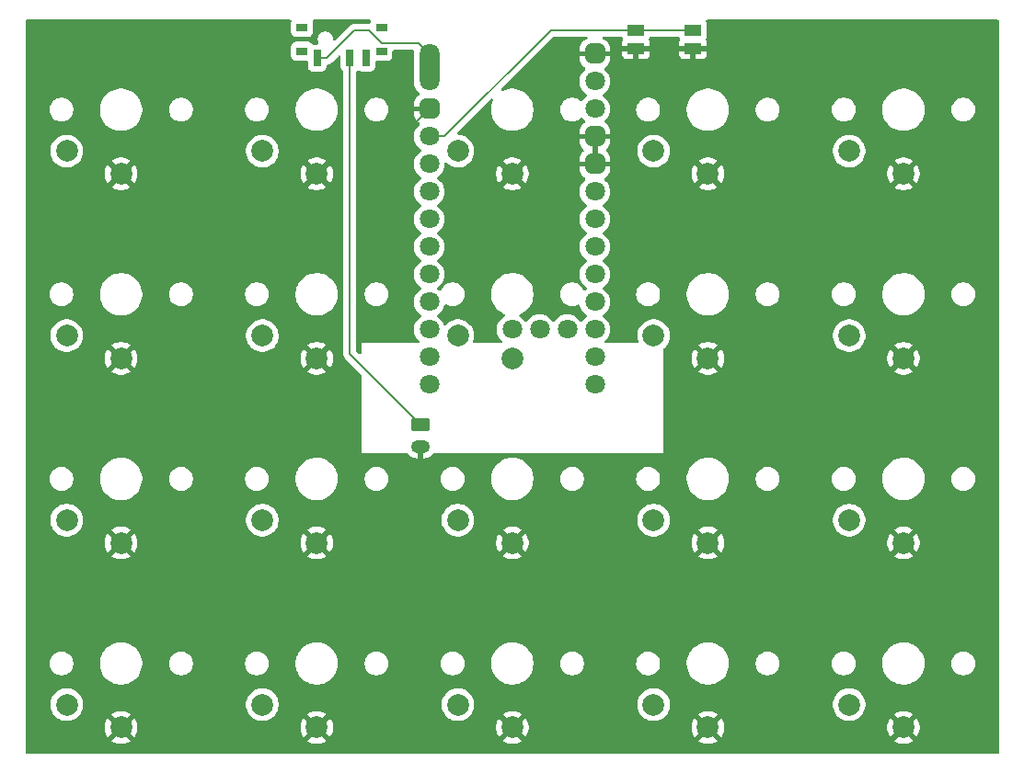
<source format=gbl>
%TF.GenerationSoftware,KiCad,Pcbnew,9.0.1*%
%TF.CreationDate,2025-08-18T19:36:26-06:00*%
%TF.ProjectId,aurora40_kicad,6175726f-7261-4343-905f-6b696361642e,1*%
%TF.SameCoordinates,Original*%
%TF.FileFunction,Copper,L2,Bot*%
%TF.FilePolarity,Positive*%
%FSLAX46Y46*%
G04 Gerber Fmt 4.6, Leading zero omitted, Abs format (unit mm)*
G04 Created by KiCad (PCBNEW 9.0.1) date 2025-08-18 19:36:26*
%MOMM*%
%LPD*%
G01*
G04 APERTURE LIST*
G04 Aperture macros list*
%AMRoundRect*
0 Rectangle with rounded corners*
0 $1 Rounding radius*
0 $2 $3 $4 $5 $6 $7 $8 $9 X,Y pos of 4 corners*
0 Add a 4 corners polygon primitive as box body*
4,1,4,$2,$3,$4,$5,$6,$7,$8,$9,$2,$3,0*
0 Add four circle primitives for the rounded corners*
1,1,$1+$1,$2,$3*
1,1,$1+$1,$4,$5*
1,1,$1+$1,$6,$7*
1,1,$1+$1,$8,$9*
0 Add four rect primitives between the rounded corners*
20,1,$1+$1,$2,$3,$4,$5,0*
20,1,$1+$1,$4,$5,$6,$7,0*
20,1,$1+$1,$6,$7,$8,$9,0*
20,1,$1+$1,$8,$9,$2,$3,0*%
G04 Aperture macros list end*
%TA.AperFunction,ComponentPad*%
%ADD10C,2.000000*%
%TD*%
%TA.AperFunction,ComponentPad*%
%ADD11C,1.800000*%
%TD*%
%TA.AperFunction,ComponentPad*%
%ADD12RoundRect,0.450000X0.450000X0.450000X-0.450000X0.450000X-0.450000X-0.450000X0.450000X-0.450000X0*%
%TD*%
%TA.AperFunction,ComponentPad*%
%ADD13O,1.800000X4.340000*%
%TD*%
%TA.AperFunction,ComponentPad*%
%ADD14RoundRect,0.250000X-0.625000X0.350000X-0.625000X-0.350000X0.625000X-0.350000X0.625000X0.350000X0*%
%TD*%
%TA.AperFunction,ComponentPad*%
%ADD15O,1.750000X1.200000*%
%TD*%
%TA.AperFunction,SMDPad,CuDef*%
%ADD16R,0.700000X1.500000*%
%TD*%
%TA.AperFunction,SMDPad,CuDef*%
%ADD17R,1.000000X0.800000*%
%TD*%
%TA.AperFunction,SMDPad,CuDef*%
%ADD18R,1.550000X1.000000*%
%TD*%
%TA.AperFunction,ViaPad*%
%ADD19C,0.600000*%
%TD*%
%TA.AperFunction,Conductor*%
%ADD20C,0.200000*%
%TD*%
G04 APERTURE END LIST*
D10*
%TO.P,CH7,1,1*%
%TO.N,/SW7*%
X72000000Y-68000000D03*
%TO.P,CH7,2,2*%
%TO.N,GND*%
X77000000Y-70100000D03*
%TD*%
%TO.P,CH5,1,1*%
%TO.N,/SW5*%
X126000000Y-51000000D03*
%TO.P,CH5,2,2*%
%TO.N,GND*%
X131000000Y-53100000D03*
%TD*%
%TO.P,CH18,1,1*%
%TO.N,/SW18*%
X90000000Y-102000000D03*
%TO.P,CH18,2,2*%
%TO.N,GND*%
X95000000Y-104100000D03*
%TD*%
%TO.P,CH3,1,1*%
%TO.N,/SW3*%
X90000000Y-51000000D03*
%TO.P,CH3,2,2*%
%TO.N,GND*%
X95000000Y-53100000D03*
%TD*%
%TO.P,CH10,1,1*%
%TO.N,/SW10*%
X126000000Y-68000000D03*
%TO.P,CH10,2,2*%
%TO.N,GND*%
X131000000Y-70100000D03*
%TD*%
%TO.P,CH8,1,1*%
%TO.N,/SW8*%
X90000000Y-68000000D03*
%TO.P,CH8,2,2*%
%TO.N,GND*%
X95000000Y-70100000D03*
%TD*%
%TO.P,CH20,1,1*%
%TO.N,/SW20*%
X126000000Y-102000000D03*
%TO.P,CH20,2,2*%
%TO.N,GND*%
X131000000Y-104100000D03*
%TD*%
%TO.P,CH2,1,1*%
%TO.N,/SW2*%
X72000000Y-51000000D03*
%TO.P,CH2,2,2*%
%TO.N,GND*%
X77000000Y-53100000D03*
%TD*%
%TO.P,CH16,1,1*%
%TO.N,/SW16*%
X54000000Y-102000000D03*
%TO.P,CH16,2,2*%
%TO.N,GND*%
X59000000Y-104100000D03*
%TD*%
%TO.P,CH12,1,1*%
%TO.N,/SW12*%
X72000000Y-85000000D03*
%TO.P,CH12,2,2*%
%TO.N,GND*%
X77000000Y-87100000D03*
%TD*%
%TO.P,CH9,1,1*%
%TO.N,/SW9*%
X108000000Y-68000000D03*
%TO.P,CH9,2,2*%
%TO.N,GND*%
X113000000Y-70100000D03*
%TD*%
%TO.P,CH17,1,1*%
%TO.N,/SW17*%
X72000000Y-102000000D03*
%TO.P,CH17,2,2*%
%TO.N,GND*%
X77000000Y-104100000D03*
%TD*%
%TO.P,CH4,1,1*%
%TO.N,/SW4*%
X108000000Y-51000000D03*
%TO.P,CH4,2,2*%
%TO.N,GND*%
X113000000Y-53100000D03*
%TD*%
%TO.P,CH1,1,1*%
%TO.N,/SW1*%
X54000000Y-51000000D03*
%TO.P,CH1,2,2*%
%TO.N,GND*%
X59000000Y-53100000D03*
%TD*%
%TO.P,CH13,1,1*%
%TO.N,/SW13*%
X90000000Y-85000000D03*
%TO.P,CH13,2,2*%
%TO.N,GND*%
X95000000Y-87100000D03*
%TD*%
%TO.P,CH14,1,1*%
%TO.N,/SW14*%
X108000000Y-85000000D03*
%TO.P,CH14,2,2*%
%TO.N,GND*%
X113000000Y-87100000D03*
%TD*%
%TO.P,CH6,1,1*%
%TO.N,/SW6*%
X54000000Y-68000000D03*
%TO.P,CH6,2,2*%
%TO.N,GND*%
X59000000Y-70100000D03*
%TD*%
%TO.P,CH11,1,1*%
%TO.N,/SW11*%
X54000000Y-85000000D03*
%TO.P,CH11,2,2*%
%TO.N,GND*%
X59000000Y-87100000D03*
%TD*%
%TO.P,CH19,1,1*%
%TO.N,/SW19*%
X108000000Y-102000000D03*
%TO.P,CH19,2,2*%
%TO.N,GND*%
X113000000Y-104100000D03*
%TD*%
%TO.P,CH15,1,1*%
%TO.N,/SW15*%
X126000000Y-85000000D03*
%TO.P,CH15,2,2*%
%TO.N,GND*%
X131000000Y-87100000D03*
%TD*%
D11*
%TO.P,U1,1,P0.06*%
%TO.N,/SW1*%
X102600000Y-44580000D03*
%TO.P,U1,2,P0.08*%
%TO.N,/SW2*%
X102600000Y-47120000D03*
D12*
%TO.P,U1,3,GND*%
%TO.N,GND*%
X102600000Y-49660000D03*
%TO.P,U1,4,GND*%
X102600000Y-52200000D03*
D11*
%TO.P,U1,5,P0.17*%
%TO.N,/SW4*%
X102600000Y-54740000D03*
%TO.P,U1,6,P0.20*%
%TO.N,/SW5*%
X102600000Y-57280000D03*
%TO.P,U1,7,P0.22*%
%TO.N,/SW9*%
X102600000Y-59820000D03*
%TO.P,U1,8,P0.24*%
%TO.N,/SW10*%
X102600000Y-62360000D03*
%TO.P,U1,9,P1.00*%
%TO.N,/SW14*%
X102600000Y-64900000D03*
%TO.P,U1,10,P0.11*%
%TO.N,/SW15*%
X102600000Y-67440000D03*
%TO.P,U1,11,P1.04-LF*%
%TO.N,/SW19*%
X102600000Y-69980000D03*
%TO.P,U1,12,P1.06-LF*%
%TO.N,/SW20*%
X102600000Y-72520000D03*
D13*
%TO.P,U1,13,BAT+*%
%TO.N,/BAT+*%
X87360000Y-43310000D03*
D12*
%TO.P,U1,14,GND*%
%TO.N,GND*%
X87360000Y-47120000D03*
D11*
%TO.P,U1,15,RST*%
%TO.N,/RST*%
X87360000Y-49660000D03*
%TO.P,U1,16,3V3*%
%TO.N,unconnected-(U1-3V3-Pad16)*%
X87360000Y-52200000D03*
%TO.P,U1,17,P0.31-LF*%
%TO.N,/SW6*%
X87360000Y-54740000D03*
%TO.P,U1,18,P0.29-LF*%
%TO.N,/SW7*%
X87360000Y-57280000D03*
%TO.P,U1,19,P0.02-LF*%
%TO.N,/SW11*%
X87360000Y-59820000D03*
%TO.P,U1,20,P1.15-LF*%
%TO.N,/SW12*%
X87360000Y-62360000D03*
%TO.P,U1,21,P1.13-LF*%
%TO.N,/SW13*%
X87360000Y-64900000D03*
%TO.P,U1,22,P1.11-LF*%
%TO.N,/SW16*%
X87360000Y-67440000D03*
%TO.P,U1,23,P0.10-LF*%
%TO.N,/SW17*%
X87360000Y-69980000D03*
%TO.P,U1,24,P0.09-LF*%
%TO.N,/SW18*%
X87360000Y-72520000D03*
%TO.P,U1,25,P1.01-LF*%
%TO.N,/SW3*%
X100060000Y-67440000D03*
%TO.P,U1,26,P1.02-LF*%
%TO.N,/SW8*%
X97520000Y-67440000D03*
%TO.P,U1,27,P1.07-LF*%
%TO.N,unconnected-(U1-P1.07-LF-Pad27)*%
X94980000Y-67440000D03*
D12*
%TO.P,U1,28,GND*%
%TO.N,GND*%
X102600000Y-42040000D03*
D11*
%TO.P,U1,29,BAT+*%
%TO.N,/BAT+*%
X87360000Y-42040000D03*
%TD*%
D14*
%TO.P,J1,1,Pin_1*%
%TO.N,Net-(J1-Pin_1)*%
X86550000Y-76200000D03*
D15*
%TO.P,J1,2,Pin_2*%
%TO.N,GND*%
X86550000Y-78200000D03*
%TD*%
D16*
%TO.P,SW1,1,A*%
%TO.N,/BAT+*%
X77050000Y-42450000D03*
%TO.P,SW1,2,B*%
%TO.N,Net-(J1-Pin_1)*%
X80050000Y-42450000D03*
%TO.P,SW1,3,C*%
%TO.N,unconnected-(SW1-C-Pad3)*%
X81550000Y-42450000D03*
D17*
%TO.P,SW1,4*%
%TO.N,N/C*%
X75650000Y-41800000D03*
%TO.P,SW1,5*%
X75650000Y-39600000D03*
%TO.P,SW1,6*%
X82950000Y-41800000D03*
%TO.P,SW1,7*%
X82950000Y-39600000D03*
%TD*%
D18*
%TO.P,SW2,1,1*%
%TO.N,/RST*%
X111625000Y-39850000D03*
X106375000Y-39850000D03*
%TO.P,SW2,2,2*%
%TO.N,GND*%
X111625000Y-41550000D03*
X106375000Y-41550000D03*
%TD*%
D19*
%TO.N,GND*%
X85000000Y-49700000D03*
X98000000Y-64700000D03*
%TD*%
D20*
%TO.N,GND*%
X85000000Y-49480000D02*
X85000000Y-49700000D01*
X87360000Y-47120000D02*
X85000000Y-49480000D01*
%TO.N,Net-(J1-Pin_1)*%
X80050000Y-42450000D02*
X80050000Y-69700000D01*
X80050000Y-69700000D02*
X86550000Y-76200000D01*
%TO.N,/BAT+*%
X80468215Y-39899000D02*
X81800000Y-39899000D01*
X83000000Y-41099000D02*
X86419000Y-41099000D01*
X77917215Y-42450000D02*
X80468215Y-39899000D01*
X77050000Y-42450000D02*
X77917215Y-42450000D01*
X86419000Y-41099000D02*
X87360000Y-42040000D01*
X81800000Y-39899000D02*
X83000000Y-41099000D01*
%TO.N,/RST*%
X88738470Y-49660000D02*
X87360000Y-49660000D01*
X106375000Y-39850000D02*
X98548470Y-39850000D01*
X106375000Y-39850000D02*
X111625000Y-39850000D01*
X98548470Y-39850000D02*
X88738470Y-49660000D01*
%TD*%
%TA.AperFunction,Conductor*%
%TO.N,GND*%
G36*
X74615972Y-38920185D02*
G01*
X74661727Y-38972989D01*
X74671671Y-39042147D01*
X74665115Y-39067832D01*
X74655909Y-39092514D01*
X74655908Y-39092516D01*
X74649501Y-39152116D01*
X74649501Y-39152123D01*
X74649500Y-39152135D01*
X74649500Y-40047870D01*
X74649501Y-40047876D01*
X74655908Y-40107483D01*
X74706202Y-40242328D01*
X74706206Y-40242335D01*
X74792452Y-40357544D01*
X74792455Y-40357547D01*
X74907664Y-40443793D01*
X74907671Y-40443797D01*
X75042517Y-40494091D01*
X75042516Y-40494091D01*
X75049444Y-40494835D01*
X75102127Y-40500500D01*
X76197872Y-40500499D01*
X76257483Y-40494091D01*
X76392331Y-40443796D01*
X76507546Y-40357546D01*
X76593796Y-40242331D01*
X76644091Y-40107483D01*
X76650500Y-40047873D01*
X76650499Y-39152128D01*
X76644091Y-39092517D01*
X76644090Y-39092514D01*
X76634885Y-39067832D01*
X76629901Y-38998140D01*
X76663387Y-38936818D01*
X76724711Y-38903333D01*
X76751067Y-38900500D01*
X81848933Y-38900500D01*
X81915972Y-38920185D01*
X81961727Y-38972989D01*
X81971671Y-39042147D01*
X81971447Y-39043639D01*
X81969506Y-39056059D01*
X81955909Y-39092517D01*
X81949500Y-39152127D01*
X81949500Y-39184125D01*
X81948014Y-39193638D01*
X81937054Y-39216883D01*
X81929815Y-39241538D01*
X81922402Y-39247961D01*
X81918218Y-39256836D01*
X81896430Y-39270466D01*
X81877011Y-39287293D01*
X81865545Y-39289787D01*
X81858984Y-39293892D01*
X81847328Y-39293750D01*
X81825500Y-39298499D01*
X81713347Y-39298499D01*
X81713331Y-39298500D01*
X80554885Y-39298500D01*
X80554869Y-39298499D01*
X80547273Y-39298499D01*
X80389158Y-39298499D01*
X80236430Y-39339423D01*
X80236428Y-39339423D01*
X80236428Y-39339424D01*
X80099496Y-39418482D01*
X78712181Y-40805798D01*
X78650858Y-40839283D01*
X78581166Y-40834299D01*
X78525233Y-40792427D01*
X78500816Y-40726963D01*
X78500500Y-40718117D01*
X78500500Y-40631004D01*
X78473581Y-40495677D01*
X78473580Y-40495676D01*
X78473580Y-40495672D01*
X78463023Y-40470185D01*
X78420778Y-40368195D01*
X78420771Y-40368182D01*
X78344114Y-40253458D01*
X78344111Y-40253454D01*
X78246545Y-40155888D01*
X78246541Y-40155885D01*
X78131817Y-40079228D01*
X78131804Y-40079221D01*
X78004332Y-40026421D01*
X78004322Y-40026418D01*
X77868995Y-39999500D01*
X77868993Y-39999500D01*
X77731007Y-39999500D01*
X77731005Y-39999500D01*
X77595677Y-40026418D01*
X77595667Y-40026421D01*
X77468195Y-40079221D01*
X77468182Y-40079228D01*
X77353458Y-40155885D01*
X77353454Y-40155888D01*
X77255888Y-40253454D01*
X77255885Y-40253458D01*
X77179228Y-40368182D01*
X77179221Y-40368195D01*
X77126421Y-40495667D01*
X77126418Y-40495677D01*
X77099500Y-40631004D01*
X77099500Y-40631007D01*
X77099500Y-40768993D01*
X77099500Y-40768995D01*
X77099499Y-40768995D01*
X77126418Y-40904322D01*
X77126421Y-40904332D01*
X77177665Y-41028048D01*
X77185134Y-41097518D01*
X77153858Y-41159997D01*
X77093769Y-41195648D01*
X77063104Y-41199500D01*
X76687181Y-41199500D01*
X76620142Y-41179815D01*
X76587915Y-41149812D01*
X76524068Y-41064525D01*
X76507546Y-41042454D01*
X76507544Y-41042453D01*
X76507544Y-41042452D01*
X76392335Y-40956206D01*
X76392328Y-40956202D01*
X76257482Y-40905908D01*
X76257483Y-40905908D01*
X76197883Y-40899501D01*
X76197881Y-40899500D01*
X76197873Y-40899500D01*
X76197864Y-40899500D01*
X75102129Y-40899500D01*
X75102123Y-40899501D01*
X75042516Y-40905908D01*
X74907671Y-40956202D01*
X74907664Y-40956206D01*
X74792455Y-41042452D01*
X74792452Y-41042455D01*
X74706206Y-41157664D01*
X74706202Y-41157671D01*
X74655908Y-41292517D01*
X74649501Y-41352116D01*
X74649500Y-41352135D01*
X74649500Y-42247870D01*
X74649501Y-42247876D01*
X74655908Y-42307483D01*
X74706202Y-42442328D01*
X74706206Y-42442335D01*
X74792452Y-42557544D01*
X74792455Y-42557547D01*
X74907664Y-42643793D01*
X74907671Y-42643797D01*
X75042517Y-42694091D01*
X75042516Y-42694091D01*
X75049444Y-42694835D01*
X75102127Y-42700500D01*
X76075500Y-42700499D01*
X76142539Y-42720183D01*
X76188294Y-42772987D01*
X76199500Y-42824499D01*
X76199500Y-43247870D01*
X76199501Y-43247876D01*
X76205908Y-43307483D01*
X76256202Y-43442328D01*
X76256206Y-43442335D01*
X76342452Y-43557544D01*
X76342455Y-43557547D01*
X76457664Y-43643793D01*
X76457671Y-43643797D01*
X76592517Y-43694091D01*
X76592516Y-43694091D01*
X76599444Y-43694835D01*
X76652127Y-43700500D01*
X77447872Y-43700499D01*
X77507483Y-43694091D01*
X77642331Y-43643796D01*
X77757546Y-43557546D01*
X77843796Y-43442331D01*
X77894091Y-43307483D01*
X77900500Y-43247873D01*
X77900500Y-43171311D01*
X77920185Y-43104272D01*
X77972989Y-43058517D01*
X77992406Y-43051536D01*
X77996269Y-43050501D01*
X77996272Y-43050501D01*
X78149000Y-43009577D01*
X78199119Y-42980639D01*
X78285931Y-42930520D01*
X78397735Y-42818716D01*
X78397735Y-42818714D01*
X78407943Y-42808507D01*
X78407944Y-42808504D01*
X78987820Y-42228629D01*
X79049142Y-42195145D01*
X79118834Y-42200129D01*
X79174767Y-42242001D01*
X79199184Y-42307465D01*
X79199500Y-42316311D01*
X79199500Y-43247870D01*
X79199501Y-43247876D01*
X79205908Y-43307483D01*
X79256202Y-43442328D01*
X79256203Y-43442329D01*
X79256204Y-43442331D01*
X79342452Y-43557543D01*
X79342455Y-43557547D01*
X79399810Y-43600482D01*
X79441682Y-43656415D01*
X79449500Y-43699749D01*
X79449500Y-69613330D01*
X79449499Y-69613348D01*
X79449499Y-69779054D01*
X79449498Y-69779054D01*
X79490423Y-69931785D01*
X79519358Y-69981900D01*
X79519359Y-69981904D01*
X79519360Y-69981904D01*
X79569479Y-70068714D01*
X79569481Y-70068717D01*
X79688349Y-70187585D01*
X79688355Y-70187590D01*
X81053681Y-71552916D01*
X81087166Y-71614239D01*
X81090000Y-71640597D01*
X81090000Y-78790000D01*
X85280805Y-78790000D01*
X85347844Y-78809685D01*
X85381124Y-78841116D01*
X85435963Y-78916598D01*
X85558397Y-79039032D01*
X85698475Y-79140804D01*
X85852742Y-79219408D01*
X86017415Y-79272914D01*
X86188429Y-79300000D01*
X86300000Y-79300000D01*
X86300000Y-78914000D01*
X86319685Y-78846961D01*
X86372489Y-78801206D01*
X86424000Y-78790000D01*
X86676000Y-78790000D01*
X86743039Y-78809685D01*
X86788794Y-78862489D01*
X86800000Y-78914000D01*
X86800000Y-79300000D01*
X86911571Y-79300000D01*
X87082584Y-79272914D01*
X87247257Y-79219408D01*
X87401524Y-79140804D01*
X87541602Y-79039032D01*
X87664036Y-78916598D01*
X87718876Y-78841116D01*
X87774205Y-78798449D01*
X87819195Y-78790000D01*
X108870000Y-78790000D01*
X108870000Y-69981947D01*
X111500000Y-69981947D01*
X111500000Y-70218052D01*
X111536934Y-70451247D01*
X111609897Y-70675802D01*
X111717087Y-70886174D01*
X111777338Y-70969104D01*
X111777340Y-70969105D01*
X112435387Y-70311058D01*
X112440889Y-70331591D01*
X112519881Y-70468408D01*
X112631592Y-70580119D01*
X112768409Y-70659111D01*
X112788940Y-70664612D01*
X112130893Y-71322658D01*
X112213828Y-71382914D01*
X112424197Y-71490102D01*
X112648752Y-71563065D01*
X112648751Y-71563065D01*
X112881948Y-71600000D01*
X113118052Y-71600000D01*
X113351247Y-71563065D01*
X113575802Y-71490102D01*
X113786163Y-71382918D01*
X113786169Y-71382914D01*
X113869104Y-71322658D01*
X113869105Y-71322658D01*
X113211058Y-70664612D01*
X113231591Y-70659111D01*
X113368408Y-70580119D01*
X113480119Y-70468408D01*
X113559111Y-70331591D01*
X113564612Y-70311059D01*
X114222658Y-70969105D01*
X114222658Y-70969104D01*
X114282914Y-70886169D01*
X114282918Y-70886163D01*
X114390102Y-70675802D01*
X114463065Y-70451247D01*
X114500000Y-70218052D01*
X114500000Y-69981947D01*
X129500000Y-69981947D01*
X129500000Y-70218052D01*
X129536934Y-70451247D01*
X129609897Y-70675802D01*
X129717087Y-70886174D01*
X129777338Y-70969104D01*
X129777340Y-70969105D01*
X130435387Y-70311058D01*
X130440889Y-70331591D01*
X130519881Y-70468408D01*
X130631592Y-70580119D01*
X130768409Y-70659111D01*
X130788940Y-70664612D01*
X130130893Y-71322658D01*
X130213828Y-71382914D01*
X130424197Y-71490102D01*
X130648752Y-71563065D01*
X130648751Y-71563065D01*
X130881948Y-71600000D01*
X131118052Y-71600000D01*
X131351247Y-71563065D01*
X131575802Y-71490102D01*
X131786163Y-71382918D01*
X131786169Y-71382914D01*
X131869104Y-71322658D01*
X131869105Y-71322658D01*
X131211058Y-70664612D01*
X131231591Y-70659111D01*
X131368408Y-70580119D01*
X131480119Y-70468408D01*
X131559111Y-70331591D01*
X131564612Y-70311059D01*
X132222658Y-70969105D01*
X132222658Y-70969104D01*
X132282914Y-70886169D01*
X132282918Y-70886163D01*
X132390102Y-70675802D01*
X132463065Y-70451247D01*
X132500000Y-70218052D01*
X132500000Y-69981947D01*
X132463065Y-69748752D01*
X132390102Y-69524197D01*
X132282914Y-69313828D01*
X132222658Y-69230894D01*
X132222658Y-69230893D01*
X131564612Y-69888940D01*
X131559111Y-69868409D01*
X131480119Y-69731592D01*
X131368408Y-69619881D01*
X131231591Y-69540889D01*
X131211059Y-69535387D01*
X131869105Y-68877340D01*
X131869104Y-68877338D01*
X131786174Y-68817087D01*
X131575802Y-68709897D01*
X131351247Y-68636934D01*
X131351248Y-68636934D01*
X131118052Y-68600000D01*
X130881948Y-68600000D01*
X130648752Y-68636934D01*
X130424197Y-68709897D01*
X130213830Y-68817084D01*
X130130894Y-68877340D01*
X130788941Y-69535387D01*
X130768409Y-69540889D01*
X130631592Y-69619881D01*
X130519881Y-69731592D01*
X130440889Y-69868409D01*
X130435387Y-69888941D01*
X129777340Y-69230894D01*
X129717084Y-69313830D01*
X129609897Y-69524197D01*
X129536934Y-69748752D01*
X129500000Y-69981947D01*
X114500000Y-69981947D01*
X114463065Y-69748752D01*
X114390102Y-69524197D01*
X114282914Y-69313828D01*
X114222658Y-69230894D01*
X114222658Y-69230893D01*
X113564612Y-69888940D01*
X113559111Y-69868409D01*
X113480119Y-69731592D01*
X113368408Y-69619881D01*
X113231591Y-69540889D01*
X113211059Y-69535387D01*
X113869105Y-68877340D01*
X113869104Y-68877338D01*
X113786174Y-68817087D01*
X113575802Y-68709897D01*
X113351247Y-68636934D01*
X113351248Y-68636934D01*
X113118052Y-68600000D01*
X112881948Y-68600000D01*
X112648752Y-68636934D01*
X112424197Y-68709897D01*
X112213830Y-68817084D01*
X112130894Y-68877340D01*
X112788941Y-69535387D01*
X112768409Y-69540889D01*
X112631592Y-69619881D01*
X112519881Y-69731592D01*
X112440889Y-69868409D01*
X112435387Y-69888941D01*
X111777340Y-69230894D01*
X111717084Y-69313830D01*
X111609897Y-69524197D01*
X111536934Y-69748752D01*
X111500000Y-69981947D01*
X108870000Y-69981947D01*
X108870000Y-69285808D01*
X108889685Y-69218769D01*
X108921116Y-69185489D01*
X108977506Y-69144520D01*
X108977506Y-69144519D01*
X108977510Y-69144517D01*
X109144517Y-68977510D01*
X109283343Y-68786433D01*
X109390568Y-68575992D01*
X109463553Y-68351368D01*
X109485509Y-68212745D01*
X109500500Y-68118097D01*
X109500500Y-67881902D01*
X124499500Y-67881902D01*
X124499500Y-68118097D01*
X124536446Y-68351368D01*
X124609433Y-68575996D01*
X124665110Y-68685267D01*
X124716657Y-68786433D01*
X124855483Y-68977510D01*
X125022490Y-69144517D01*
X125213567Y-69283343D01*
X125312991Y-69334002D01*
X125424003Y-69390566D01*
X125424005Y-69390566D01*
X125424008Y-69390568D01*
X125544412Y-69429689D01*
X125648631Y-69463553D01*
X125881903Y-69500500D01*
X125881908Y-69500500D01*
X126118097Y-69500500D01*
X126351368Y-69463553D01*
X126389186Y-69451265D01*
X126575992Y-69390568D01*
X126786433Y-69283343D01*
X126977510Y-69144517D01*
X127144517Y-68977510D01*
X127283343Y-68786433D01*
X127390568Y-68575992D01*
X127463553Y-68351368D01*
X127485509Y-68212745D01*
X127500500Y-68118097D01*
X127500500Y-67881902D01*
X127463553Y-67648631D01*
X127390566Y-67424003D01*
X127283342Y-67213566D01*
X127262458Y-67184822D01*
X127144517Y-67022490D01*
X126977510Y-66855483D01*
X126786433Y-66716657D01*
X126765474Y-66705978D01*
X126575996Y-66609433D01*
X126351368Y-66536446D01*
X126118097Y-66499500D01*
X126118092Y-66499500D01*
X125881908Y-66499500D01*
X125881903Y-66499500D01*
X125648631Y-66536446D01*
X125424003Y-66609433D01*
X125213566Y-66716657D01*
X125104550Y-66795862D01*
X125022490Y-66855483D01*
X125022488Y-66855485D01*
X125022487Y-66855485D01*
X124855485Y-67022487D01*
X124855485Y-67022488D01*
X124855483Y-67022490D01*
X124848158Y-67032572D01*
X124716657Y-67213566D01*
X124609433Y-67424003D01*
X124536446Y-67648631D01*
X124499500Y-67881902D01*
X109500500Y-67881902D01*
X109463553Y-67648631D01*
X109390566Y-67424003D01*
X109283342Y-67213566D01*
X109262458Y-67184822D01*
X109144517Y-67022490D01*
X108977510Y-66855483D01*
X108786433Y-66716657D01*
X108765474Y-66705978D01*
X108575996Y-66609433D01*
X108351368Y-66536446D01*
X108118097Y-66499500D01*
X108118092Y-66499500D01*
X107881908Y-66499500D01*
X107881903Y-66499500D01*
X107648631Y-66536446D01*
X107424003Y-66609433D01*
X107213566Y-66716657D01*
X107104550Y-66795862D01*
X107022490Y-66855483D01*
X107022488Y-66855485D01*
X107022487Y-66855485D01*
X106855485Y-67022487D01*
X106855485Y-67022488D01*
X106855483Y-67022490D01*
X106848158Y-67032572D01*
X106716657Y-67213566D01*
X106609433Y-67424003D01*
X106536446Y-67648631D01*
X106499500Y-67881902D01*
X106499500Y-68118097D01*
X106536446Y-68351368D01*
X106571273Y-68458552D01*
X106600234Y-68547683D01*
X106602229Y-68617522D01*
X106566149Y-68677355D01*
X106503449Y-68708184D01*
X106482303Y-68710000D01*
X103609969Y-68710000D01*
X103542930Y-68690315D01*
X103497175Y-68637511D01*
X103487231Y-68568353D01*
X103516256Y-68504797D01*
X103522288Y-68498319D01*
X103668242Y-68352365D01*
X103797815Y-68174022D01*
X103897895Y-67977606D01*
X103966015Y-67767951D01*
X104000500Y-67550222D01*
X104000500Y-67329778D01*
X103966015Y-67112049D01*
X103897895Y-66902394D01*
X103897895Y-66902393D01*
X103863237Y-66834375D01*
X103797815Y-66705978D01*
X103769681Y-66667254D01*
X103668247Y-66527641D01*
X103668243Y-66527636D01*
X103512363Y-66371756D01*
X103512358Y-66371752D01*
X103372745Y-66270318D01*
X103330079Y-66214989D01*
X103324100Y-66145375D01*
X103356705Y-66083580D01*
X103372745Y-66069682D01*
X103512358Y-65968247D01*
X103512356Y-65968247D01*
X103512365Y-65968242D01*
X103668242Y-65812365D01*
X103797815Y-65634022D01*
X103897895Y-65437606D01*
X103966015Y-65227951D01*
X104000500Y-65010222D01*
X104000500Y-64789778D01*
X103966015Y-64572049D01*
X103897895Y-64362394D01*
X103897895Y-64362393D01*
X103797813Y-64165975D01*
X103759607Y-64113389D01*
X106399500Y-64113389D01*
X106399500Y-64286611D01*
X106426598Y-64457701D01*
X106480127Y-64622445D01*
X106558768Y-64776788D01*
X106660586Y-64916928D01*
X106783072Y-65039414D01*
X106923212Y-65141232D01*
X107077555Y-65219873D01*
X107242299Y-65273402D01*
X107413389Y-65300500D01*
X107413390Y-65300500D01*
X107586610Y-65300500D01*
X107586611Y-65300500D01*
X107757701Y-65273402D01*
X107922445Y-65219873D01*
X108076788Y-65141232D01*
X108216928Y-65039414D01*
X108339414Y-64916928D01*
X108441232Y-64776788D01*
X108519873Y-64622445D01*
X108573402Y-64457701D01*
X108600500Y-64286611D01*
X108600500Y-64113389D01*
X108593970Y-64072163D01*
X108593968Y-64072149D01*
X111049500Y-64072149D01*
X111049500Y-64327850D01*
X111066596Y-64457697D01*
X111082874Y-64581340D01*
X111093889Y-64622447D01*
X111149050Y-64828312D01*
X111149053Y-64828322D01*
X111246894Y-65064531D01*
X111246899Y-65064542D01*
X111374734Y-65285957D01*
X111374745Y-65285973D01*
X111530388Y-65488811D01*
X111530394Y-65488818D01*
X111711181Y-65669605D01*
X111711187Y-65669610D01*
X111914035Y-65825261D01*
X111914042Y-65825265D01*
X112135457Y-65953100D01*
X112135462Y-65953102D01*
X112135465Y-65953104D01*
X112371687Y-66050950D01*
X112618660Y-66117126D01*
X112872157Y-66150500D01*
X112872164Y-66150500D01*
X113127836Y-66150500D01*
X113127843Y-66150500D01*
X113381340Y-66117126D01*
X113628313Y-66050950D01*
X113864535Y-65953104D01*
X114085965Y-65825261D01*
X114288813Y-65669610D01*
X114469610Y-65488813D01*
X114625261Y-65285965D01*
X114753104Y-65064535D01*
X114850950Y-64828313D01*
X114917126Y-64581340D01*
X114950500Y-64327843D01*
X114950500Y-64113389D01*
X117399500Y-64113389D01*
X117399500Y-64286611D01*
X117426598Y-64457701D01*
X117480127Y-64622445D01*
X117558768Y-64776788D01*
X117660586Y-64916928D01*
X117783072Y-65039414D01*
X117923212Y-65141232D01*
X118077555Y-65219873D01*
X118242299Y-65273402D01*
X118413389Y-65300500D01*
X118413390Y-65300500D01*
X118586610Y-65300500D01*
X118586611Y-65300500D01*
X118757701Y-65273402D01*
X118922445Y-65219873D01*
X119076788Y-65141232D01*
X119216928Y-65039414D01*
X119339414Y-64916928D01*
X119441232Y-64776788D01*
X119519873Y-64622445D01*
X119573402Y-64457701D01*
X119600500Y-64286611D01*
X119600500Y-64113389D01*
X124399500Y-64113389D01*
X124399500Y-64286611D01*
X124426598Y-64457701D01*
X124480127Y-64622445D01*
X124558768Y-64776788D01*
X124660586Y-64916928D01*
X124783072Y-65039414D01*
X124923212Y-65141232D01*
X125077555Y-65219873D01*
X125242299Y-65273402D01*
X125413389Y-65300500D01*
X125413390Y-65300500D01*
X125586610Y-65300500D01*
X125586611Y-65300500D01*
X125757701Y-65273402D01*
X125922445Y-65219873D01*
X126076788Y-65141232D01*
X126216928Y-65039414D01*
X126339414Y-64916928D01*
X126441232Y-64776788D01*
X126519873Y-64622445D01*
X126573402Y-64457701D01*
X126600500Y-64286611D01*
X126600500Y-64113389D01*
X126593970Y-64072163D01*
X126593968Y-64072149D01*
X129049500Y-64072149D01*
X129049500Y-64327850D01*
X129066596Y-64457697D01*
X129082874Y-64581340D01*
X129093889Y-64622447D01*
X129149050Y-64828312D01*
X129149053Y-64828322D01*
X129246894Y-65064531D01*
X129246899Y-65064542D01*
X129374734Y-65285957D01*
X129374745Y-65285973D01*
X129530388Y-65488811D01*
X129530394Y-65488818D01*
X129711181Y-65669605D01*
X129711187Y-65669610D01*
X129914035Y-65825261D01*
X129914042Y-65825265D01*
X130135457Y-65953100D01*
X130135462Y-65953102D01*
X130135465Y-65953104D01*
X130371687Y-66050950D01*
X130618660Y-66117126D01*
X130872157Y-66150500D01*
X130872164Y-66150500D01*
X131127836Y-66150500D01*
X131127843Y-66150500D01*
X131381340Y-66117126D01*
X131628313Y-66050950D01*
X131864535Y-65953104D01*
X132085965Y-65825261D01*
X132288813Y-65669610D01*
X132469610Y-65488813D01*
X132625261Y-65285965D01*
X132753104Y-65064535D01*
X132850950Y-64828313D01*
X132917126Y-64581340D01*
X132950500Y-64327843D01*
X132950500Y-64113389D01*
X135399500Y-64113389D01*
X135399500Y-64286611D01*
X135426598Y-64457701D01*
X135480127Y-64622445D01*
X135558768Y-64776788D01*
X135660586Y-64916928D01*
X135783072Y-65039414D01*
X135923212Y-65141232D01*
X136077555Y-65219873D01*
X136242299Y-65273402D01*
X136413389Y-65300500D01*
X136413390Y-65300500D01*
X136586610Y-65300500D01*
X136586611Y-65300500D01*
X136757701Y-65273402D01*
X136922445Y-65219873D01*
X137076788Y-65141232D01*
X137216928Y-65039414D01*
X137339414Y-64916928D01*
X137441232Y-64776788D01*
X137519873Y-64622445D01*
X137573402Y-64457701D01*
X137600500Y-64286611D01*
X137600500Y-64113389D01*
X137573402Y-63942299D01*
X137519873Y-63777555D01*
X137441232Y-63623212D01*
X137339414Y-63483072D01*
X137216928Y-63360586D01*
X137076788Y-63258768D01*
X136922445Y-63180127D01*
X136757701Y-63126598D01*
X136757699Y-63126597D01*
X136757698Y-63126597D01*
X136626271Y-63105781D01*
X136586611Y-63099500D01*
X136413389Y-63099500D01*
X136373728Y-63105781D01*
X136242302Y-63126597D01*
X136077552Y-63180128D01*
X135923211Y-63258768D01*
X135904497Y-63272365D01*
X135783072Y-63360586D01*
X135783070Y-63360588D01*
X135783069Y-63360588D01*
X135660588Y-63483069D01*
X135660588Y-63483070D01*
X135660586Y-63483072D01*
X135626722Y-63529682D01*
X135558768Y-63623211D01*
X135480128Y-63777552D01*
X135426597Y-63942302D01*
X135403601Y-64087495D01*
X135399500Y-64113389D01*
X132950500Y-64113389D01*
X132950500Y-64072157D01*
X132917126Y-63818660D01*
X132850950Y-63571687D01*
X132838915Y-63542633D01*
X132753105Y-63335468D01*
X132753100Y-63335457D01*
X132625265Y-63114042D01*
X132625261Y-63114035D01*
X132469610Y-62911187D01*
X132469605Y-62911181D01*
X132288818Y-62730394D01*
X132288811Y-62730388D01*
X132085973Y-62574745D01*
X132085971Y-62574743D01*
X132085965Y-62574739D01*
X132085960Y-62574736D01*
X132085957Y-62574734D01*
X131864542Y-62446899D01*
X131864531Y-62446894D01*
X131628322Y-62349053D01*
X131628315Y-62349051D01*
X131628313Y-62349050D01*
X131381340Y-62282874D01*
X131325007Y-62275457D01*
X131127850Y-62249500D01*
X131127843Y-62249500D01*
X130872157Y-62249500D01*
X130872149Y-62249500D01*
X130646826Y-62279165D01*
X130618660Y-62282874D01*
X130371687Y-62349050D01*
X130371677Y-62349053D01*
X130135468Y-62446894D01*
X130135457Y-62446899D01*
X129914042Y-62574734D01*
X129914026Y-62574745D01*
X129711188Y-62730388D01*
X129711181Y-62730394D01*
X129530394Y-62911181D01*
X129530388Y-62911188D01*
X129374745Y-63114026D01*
X129374734Y-63114042D01*
X129246899Y-63335457D01*
X129246894Y-63335468D01*
X129149053Y-63571677D01*
X129149050Y-63571687D01*
X129093695Y-63778278D01*
X129082874Y-63818661D01*
X129049500Y-64072149D01*
X126593968Y-64072149D01*
X126580583Y-63987641D01*
X126573402Y-63942299D01*
X126519873Y-63777555D01*
X126441232Y-63623212D01*
X126339414Y-63483072D01*
X126216928Y-63360586D01*
X126076788Y-63258768D01*
X125922445Y-63180127D01*
X125757701Y-63126598D01*
X125757699Y-63126597D01*
X125757698Y-63126597D01*
X125626271Y-63105781D01*
X125586611Y-63099500D01*
X125413389Y-63099500D01*
X125373728Y-63105781D01*
X125242302Y-63126597D01*
X125077552Y-63180128D01*
X124923211Y-63258768D01*
X124904497Y-63272365D01*
X124783072Y-63360586D01*
X124783070Y-63360588D01*
X124783069Y-63360588D01*
X124660588Y-63483069D01*
X124660588Y-63483070D01*
X124660586Y-63483072D01*
X124626722Y-63529682D01*
X124558768Y-63623211D01*
X124480128Y-63777552D01*
X124426597Y-63942302D01*
X124403601Y-64087495D01*
X124399500Y-64113389D01*
X119600500Y-64113389D01*
X119573402Y-63942299D01*
X119519873Y-63777555D01*
X119441232Y-63623212D01*
X119339414Y-63483072D01*
X119216928Y-63360586D01*
X119076788Y-63258768D01*
X118922445Y-63180127D01*
X118757701Y-63126598D01*
X118757699Y-63126597D01*
X118757698Y-63126597D01*
X118626271Y-63105781D01*
X118586611Y-63099500D01*
X118413389Y-63099500D01*
X118373728Y-63105781D01*
X118242302Y-63126597D01*
X118077552Y-63180128D01*
X117923211Y-63258768D01*
X117904497Y-63272365D01*
X117783072Y-63360586D01*
X117783070Y-63360588D01*
X117783069Y-63360588D01*
X117660588Y-63483069D01*
X117660588Y-63483070D01*
X117660586Y-63483072D01*
X117626722Y-63529682D01*
X117558768Y-63623211D01*
X117480128Y-63777552D01*
X117426597Y-63942302D01*
X117403601Y-64087495D01*
X117399500Y-64113389D01*
X114950500Y-64113389D01*
X114950500Y-64072157D01*
X114917126Y-63818660D01*
X114850950Y-63571687D01*
X114838915Y-63542633D01*
X114753105Y-63335468D01*
X114753100Y-63335457D01*
X114625265Y-63114042D01*
X114625261Y-63114035D01*
X114469610Y-62911187D01*
X114469605Y-62911181D01*
X114288818Y-62730394D01*
X114288811Y-62730388D01*
X114085973Y-62574745D01*
X114085971Y-62574743D01*
X114085965Y-62574739D01*
X114085960Y-62574736D01*
X114085957Y-62574734D01*
X113864542Y-62446899D01*
X113864531Y-62446894D01*
X113628322Y-62349053D01*
X113628315Y-62349051D01*
X113628313Y-62349050D01*
X113381340Y-62282874D01*
X113325007Y-62275457D01*
X113127850Y-62249500D01*
X113127843Y-62249500D01*
X112872157Y-62249500D01*
X112872149Y-62249500D01*
X112646826Y-62279165D01*
X112618660Y-62282874D01*
X112371687Y-62349050D01*
X112371677Y-62349053D01*
X112135468Y-62446894D01*
X112135457Y-62446899D01*
X111914042Y-62574734D01*
X111914026Y-62574745D01*
X111711188Y-62730388D01*
X111711181Y-62730394D01*
X111530394Y-62911181D01*
X111530388Y-62911188D01*
X111374745Y-63114026D01*
X111374734Y-63114042D01*
X111246899Y-63335457D01*
X111246894Y-63335468D01*
X111149053Y-63571677D01*
X111149050Y-63571687D01*
X111093695Y-63778278D01*
X111082874Y-63818661D01*
X111049500Y-64072149D01*
X108593968Y-64072149D01*
X108580583Y-63987641D01*
X108573402Y-63942299D01*
X108519873Y-63777555D01*
X108441232Y-63623212D01*
X108339414Y-63483072D01*
X108216928Y-63360586D01*
X108076788Y-63258768D01*
X107922445Y-63180127D01*
X107757701Y-63126598D01*
X107757699Y-63126597D01*
X107757698Y-63126597D01*
X107626271Y-63105781D01*
X107586611Y-63099500D01*
X107413389Y-63099500D01*
X107373728Y-63105781D01*
X107242302Y-63126597D01*
X107077552Y-63180128D01*
X106923211Y-63258768D01*
X106904497Y-63272365D01*
X106783072Y-63360586D01*
X106783070Y-63360588D01*
X106783069Y-63360588D01*
X106660588Y-63483069D01*
X106660588Y-63483070D01*
X106660586Y-63483072D01*
X106626722Y-63529682D01*
X106558768Y-63623211D01*
X106480128Y-63777552D01*
X106426597Y-63942302D01*
X106403601Y-64087495D01*
X106399500Y-64113389D01*
X103759607Y-64113389D01*
X103668247Y-63987641D01*
X103668243Y-63987636D01*
X103512363Y-63831756D01*
X103512358Y-63831752D01*
X103372745Y-63730318D01*
X103330079Y-63674989D01*
X103324100Y-63605375D01*
X103356705Y-63543580D01*
X103372745Y-63529682D01*
X103512358Y-63428247D01*
X103512356Y-63428247D01*
X103512365Y-63428242D01*
X103668242Y-63272365D01*
X103797815Y-63094022D01*
X103897895Y-62897606D01*
X103966015Y-62687951D01*
X104000500Y-62470222D01*
X104000500Y-62249778D01*
X103966015Y-62032049D01*
X103897895Y-61822394D01*
X103897895Y-61822393D01*
X103863237Y-61754375D01*
X103797815Y-61625978D01*
X103781260Y-61603192D01*
X103668247Y-61447641D01*
X103668243Y-61447636D01*
X103512363Y-61291756D01*
X103512358Y-61291752D01*
X103372745Y-61190318D01*
X103330079Y-61134989D01*
X103324100Y-61065375D01*
X103356705Y-61003580D01*
X103372745Y-60989682D01*
X103512358Y-60888247D01*
X103512356Y-60888247D01*
X103512365Y-60888242D01*
X103668242Y-60732365D01*
X103797815Y-60554022D01*
X103897895Y-60357606D01*
X103966015Y-60147951D01*
X104000500Y-59930222D01*
X104000500Y-59709778D01*
X103966015Y-59492049D01*
X103897895Y-59282394D01*
X103897895Y-59282393D01*
X103863237Y-59214375D01*
X103797815Y-59085978D01*
X103781260Y-59063192D01*
X103668247Y-58907641D01*
X103668243Y-58907636D01*
X103512363Y-58751756D01*
X103512358Y-58751752D01*
X103372745Y-58650318D01*
X103330079Y-58594989D01*
X103324100Y-58525375D01*
X103356705Y-58463580D01*
X103372745Y-58449682D01*
X103512358Y-58348247D01*
X103512356Y-58348247D01*
X103512365Y-58348242D01*
X103668242Y-58192365D01*
X103797815Y-58014022D01*
X103897895Y-57817606D01*
X103966015Y-57607951D01*
X104000500Y-57390222D01*
X104000500Y-57169778D01*
X103966015Y-56952049D01*
X103897895Y-56742394D01*
X103897895Y-56742393D01*
X103863237Y-56674375D01*
X103797815Y-56545978D01*
X103781260Y-56523192D01*
X103668247Y-56367641D01*
X103668243Y-56367636D01*
X103512363Y-56211756D01*
X103512358Y-56211752D01*
X103372745Y-56110318D01*
X103330079Y-56054989D01*
X103324100Y-55985375D01*
X103356705Y-55923580D01*
X103372745Y-55909682D01*
X103512358Y-55808247D01*
X103512356Y-55808247D01*
X103512365Y-55808242D01*
X103668242Y-55652365D01*
X103797815Y-55474022D01*
X103897895Y-55277606D01*
X103966015Y-55067951D01*
X104000500Y-54850222D01*
X104000500Y-54629778D01*
X103966015Y-54412049D01*
X103936971Y-54322658D01*
X103934066Y-54313716D01*
X103897896Y-54202396D01*
X103897895Y-54202393D01*
X103863237Y-54134375D01*
X103797815Y-54005978D01*
X103710773Y-53886174D01*
X103668247Y-53827641D01*
X103668243Y-53827636D01*
X103508920Y-53668313D01*
X103509766Y-53667466D01*
X103474635Y-53613639D01*
X103474142Y-53543771D01*
X103511501Y-53484728D01*
X103535954Y-53467956D01*
X103575474Y-53447313D01*
X103725215Y-53325215D01*
X103847313Y-53175474D01*
X103936771Y-53004215D01*
X103943143Y-52981947D01*
X111500000Y-52981947D01*
X111500000Y-53218052D01*
X111536934Y-53451247D01*
X111609897Y-53675802D01*
X111717087Y-53886174D01*
X111777338Y-53969104D01*
X111777340Y-53969105D01*
X112435387Y-53311058D01*
X112440889Y-53331591D01*
X112519881Y-53468408D01*
X112631592Y-53580119D01*
X112768409Y-53659111D01*
X112788940Y-53664612D01*
X112130893Y-54322658D01*
X112213828Y-54382914D01*
X112424197Y-54490102D01*
X112648752Y-54563065D01*
X112648751Y-54563065D01*
X112881948Y-54600000D01*
X113118052Y-54600000D01*
X113351247Y-54563065D01*
X113575802Y-54490102D01*
X113786163Y-54382918D01*
X113786169Y-54382914D01*
X113869104Y-54322658D01*
X113869105Y-54322658D01*
X113211058Y-53664612D01*
X113231591Y-53659111D01*
X113368408Y-53580119D01*
X113480119Y-53468408D01*
X113559111Y-53331591D01*
X113564612Y-53311059D01*
X114222658Y-53969105D01*
X114222658Y-53969104D01*
X114282914Y-53886169D01*
X114282918Y-53886163D01*
X114390102Y-53675802D01*
X114463065Y-53451247D01*
X114500000Y-53218052D01*
X114500000Y-52981947D01*
X129500000Y-52981947D01*
X129500000Y-53218052D01*
X129536934Y-53451247D01*
X129609897Y-53675802D01*
X129717087Y-53886174D01*
X129777338Y-53969104D01*
X129777340Y-53969105D01*
X130435387Y-53311058D01*
X130440889Y-53331591D01*
X130519881Y-53468408D01*
X130631592Y-53580119D01*
X130768409Y-53659111D01*
X130788940Y-53664612D01*
X130130893Y-54322658D01*
X130213828Y-54382914D01*
X130424197Y-54490102D01*
X130648752Y-54563065D01*
X130648751Y-54563065D01*
X130881948Y-54600000D01*
X131118052Y-54600000D01*
X131351247Y-54563065D01*
X131575802Y-54490102D01*
X131786163Y-54382918D01*
X131786169Y-54382914D01*
X131869104Y-54322658D01*
X131869105Y-54322658D01*
X131211058Y-53664612D01*
X131231591Y-53659111D01*
X131368408Y-53580119D01*
X131480119Y-53468408D01*
X131559111Y-53331591D01*
X131564612Y-53311059D01*
X132222658Y-53969105D01*
X132222658Y-53969104D01*
X132282914Y-53886169D01*
X132282918Y-53886163D01*
X132390102Y-53675802D01*
X132463065Y-53451247D01*
X132500000Y-53218052D01*
X132500000Y-52981947D01*
X132463065Y-52748752D01*
X132390102Y-52524197D01*
X132282914Y-52313828D01*
X132222658Y-52230894D01*
X132222658Y-52230893D01*
X131564612Y-52888940D01*
X131559111Y-52868409D01*
X131480119Y-52731592D01*
X131368408Y-52619881D01*
X131231591Y-52540889D01*
X131211059Y-52535387D01*
X131869105Y-51877340D01*
X131869104Y-51877338D01*
X131786174Y-51817087D01*
X131575802Y-51709897D01*
X131351247Y-51636934D01*
X131351248Y-51636934D01*
X131118052Y-51600000D01*
X130881948Y-51600000D01*
X130648752Y-51636934D01*
X130424197Y-51709897D01*
X130213830Y-51817084D01*
X130130894Y-51877340D01*
X130788941Y-52535387D01*
X130768409Y-52540889D01*
X130631592Y-52619881D01*
X130519881Y-52731592D01*
X130440889Y-52868409D01*
X130435387Y-52888941D01*
X129777340Y-52230894D01*
X129717084Y-52313830D01*
X129609897Y-52524197D01*
X129536934Y-52748752D01*
X129500000Y-52981947D01*
X114500000Y-52981947D01*
X114463065Y-52748752D01*
X114390102Y-52524197D01*
X114282914Y-52313828D01*
X114222658Y-52230894D01*
X114222658Y-52230893D01*
X113564612Y-52888940D01*
X113559111Y-52868409D01*
X113480119Y-52731592D01*
X113368408Y-52619881D01*
X113231591Y-52540889D01*
X113211059Y-52535387D01*
X113869105Y-51877340D01*
X113869104Y-51877338D01*
X113786174Y-51817087D01*
X113575802Y-51709897D01*
X113351247Y-51636934D01*
X113351248Y-51636934D01*
X113118052Y-51600000D01*
X112881948Y-51600000D01*
X112648752Y-51636934D01*
X112424197Y-51709897D01*
X112213830Y-51817084D01*
X112130894Y-51877340D01*
X112788941Y-52535387D01*
X112768409Y-52540889D01*
X112631592Y-52619881D01*
X112519881Y-52731592D01*
X112440889Y-52868409D01*
X112435387Y-52888941D01*
X111777340Y-52230894D01*
X111717084Y-52313830D01*
X111609897Y-52524197D01*
X111536934Y-52748752D01*
X111500000Y-52981947D01*
X103943143Y-52981947D01*
X103954297Y-52942964D01*
X103989920Y-52818461D01*
X103989921Y-52818458D01*
X103999999Y-52705097D01*
X104000000Y-52705095D01*
X104000000Y-52450000D01*
X103033012Y-52450000D01*
X103065925Y-52392993D01*
X103100000Y-52265826D01*
X103100000Y-52134174D01*
X103065925Y-52007007D01*
X103033012Y-51950000D01*
X103999999Y-51950000D01*
X103999999Y-51694907D01*
X103999998Y-51694901D01*
X103989921Y-51581539D01*
X103936771Y-51395784D01*
X103847313Y-51224525D01*
X103725213Y-51074781D01*
X103665512Y-51026102D01*
X103653397Y-51008438D01*
X103637630Y-50993942D01*
X103634030Y-50980199D01*
X103625994Y-50968482D01*
X103625352Y-50947069D01*
X103619926Y-50926352D01*
X103624327Y-50912845D01*
X103623902Y-50898643D01*
X103633965Y-50881902D01*
X106499500Y-50881902D01*
X106499500Y-51118097D01*
X106536446Y-51351368D01*
X106609433Y-51575996D01*
X106670022Y-51694907D01*
X106716657Y-51786433D01*
X106855483Y-51977510D01*
X107022490Y-52144517D01*
X107213567Y-52283343D01*
X107312991Y-52334002D01*
X107424003Y-52390566D01*
X107424005Y-52390566D01*
X107424008Y-52390568D01*
X107544412Y-52429689D01*
X107648631Y-52463553D01*
X107881903Y-52500500D01*
X107881908Y-52500500D01*
X108118097Y-52500500D01*
X108351368Y-52463553D01*
X108575992Y-52390568D01*
X108786433Y-52283343D01*
X108977510Y-52144517D01*
X109144517Y-51977510D01*
X109283343Y-51786433D01*
X109390568Y-51575992D01*
X109463553Y-51351368D01*
X109500500Y-51118097D01*
X109500500Y-50881902D01*
X124499500Y-50881902D01*
X124499500Y-51118097D01*
X124536446Y-51351368D01*
X124609433Y-51575996D01*
X124670022Y-51694907D01*
X124716657Y-51786433D01*
X124855483Y-51977510D01*
X125022490Y-52144517D01*
X125213567Y-52283343D01*
X125312991Y-52334002D01*
X125424003Y-52390566D01*
X125424005Y-52390566D01*
X125424008Y-52390568D01*
X125544412Y-52429689D01*
X125648631Y-52463553D01*
X125881903Y-52500500D01*
X125881908Y-52500500D01*
X126118097Y-52500500D01*
X126351368Y-52463553D01*
X126575992Y-52390568D01*
X126786433Y-52283343D01*
X126977510Y-52144517D01*
X127144517Y-51977510D01*
X127283343Y-51786433D01*
X127390568Y-51575992D01*
X127463553Y-51351368D01*
X127500500Y-51118097D01*
X127500500Y-50881902D01*
X127463553Y-50648631D01*
X127390566Y-50424003D01*
X127316408Y-50278461D01*
X127283343Y-50213567D01*
X127144517Y-50022490D01*
X126977510Y-49855483D01*
X126786433Y-49716657D01*
X126575996Y-49609433D01*
X126351368Y-49536446D01*
X126118097Y-49499500D01*
X126118092Y-49499500D01*
X125881908Y-49499500D01*
X125881903Y-49499500D01*
X125648631Y-49536446D01*
X125424003Y-49609433D01*
X125213566Y-49716657D01*
X125139841Y-49770222D01*
X125022490Y-49855483D01*
X125022488Y-49855485D01*
X125022487Y-49855485D01*
X124855485Y-50022487D01*
X124855485Y-50022488D01*
X124855483Y-50022490D01*
X124795862Y-50104550D01*
X124716657Y-50213566D01*
X124609433Y-50424003D01*
X124536446Y-50648631D01*
X124499500Y-50881902D01*
X109500500Y-50881902D01*
X109463553Y-50648631D01*
X109390566Y-50424003D01*
X109316408Y-50278461D01*
X109283343Y-50213567D01*
X109144517Y-50022490D01*
X108977510Y-49855483D01*
X108786433Y-49716657D01*
X108575996Y-49609433D01*
X108351368Y-49536446D01*
X108118097Y-49499500D01*
X108118092Y-49499500D01*
X107881908Y-49499500D01*
X107881903Y-49499500D01*
X107648631Y-49536446D01*
X107424003Y-49609433D01*
X107213566Y-49716657D01*
X107139841Y-49770222D01*
X107022490Y-49855483D01*
X107022488Y-49855485D01*
X107022487Y-49855485D01*
X106855485Y-50022487D01*
X106855485Y-50022488D01*
X106855483Y-50022490D01*
X106795862Y-50104550D01*
X106716657Y-50213566D01*
X106609433Y-50424003D01*
X106536446Y-50648631D01*
X106499500Y-50881902D01*
X103633965Y-50881902D01*
X103634938Y-50880284D01*
X103641574Y-50859921D01*
X103657750Y-50842335D01*
X103659900Y-50838760D01*
X103665461Y-50833939D01*
X103725342Y-50785059D01*
X103847313Y-50635474D01*
X103936771Y-50464215D01*
X103989920Y-50278461D01*
X103989921Y-50278458D01*
X103999999Y-50165097D01*
X104000000Y-50165095D01*
X104000000Y-49910000D01*
X103033012Y-49910000D01*
X103065925Y-49852993D01*
X103100000Y-49725826D01*
X103100000Y-49594174D01*
X103065925Y-49467007D01*
X103033012Y-49410000D01*
X103999999Y-49410000D01*
X103999999Y-49154907D01*
X103999998Y-49154901D01*
X103989921Y-49041539D01*
X103936771Y-48855784D01*
X103847313Y-48684525D01*
X103725215Y-48534784D01*
X103575474Y-48412686D01*
X103535952Y-48392042D01*
X103485644Y-48343555D01*
X103469537Y-48275568D01*
X103492743Y-48209665D01*
X103509114Y-48191881D01*
X103508920Y-48191687D01*
X103559376Y-48141231D01*
X103668242Y-48032365D01*
X103797815Y-47854022D01*
X103897895Y-47657606D01*
X103966015Y-47447951D01*
X104000500Y-47230222D01*
X104000500Y-47113389D01*
X106399500Y-47113389D01*
X106399500Y-47286611D01*
X106403686Y-47313039D01*
X106425053Y-47447951D01*
X106426598Y-47457701D01*
X106480127Y-47622445D01*
X106558768Y-47776788D01*
X106660586Y-47916928D01*
X106783072Y-48039414D01*
X106923212Y-48141232D01*
X107077555Y-48219873D01*
X107242299Y-48273402D01*
X107413389Y-48300500D01*
X107413390Y-48300500D01*
X107586610Y-48300500D01*
X107586611Y-48300500D01*
X107757701Y-48273402D01*
X107922445Y-48219873D01*
X108076788Y-48141232D01*
X108216928Y-48039414D01*
X108339414Y-47916928D01*
X108441232Y-47776788D01*
X108519873Y-47622445D01*
X108573402Y-47457701D01*
X108600500Y-47286611D01*
X108600500Y-47113389D01*
X108593970Y-47072163D01*
X108593968Y-47072149D01*
X111049500Y-47072149D01*
X111049500Y-47327850D01*
X111065313Y-47447952D01*
X111082874Y-47581340D01*
X111124974Y-47738460D01*
X111149050Y-47828312D01*
X111149053Y-47828322D01*
X111246894Y-48064531D01*
X111246899Y-48064542D01*
X111374734Y-48285957D01*
X111374745Y-48285973D01*
X111530388Y-48488811D01*
X111530394Y-48488818D01*
X111711181Y-48669605D01*
X111711188Y-48669611D01*
X111812871Y-48747635D01*
X111914035Y-48825261D01*
X111914042Y-48825265D01*
X112135457Y-48953100D01*
X112135462Y-48953102D01*
X112135465Y-48953104D01*
X112284426Y-49014805D01*
X112348971Y-49041541D01*
X112371687Y-49050950D01*
X112618660Y-49117126D01*
X112872157Y-49150500D01*
X112872164Y-49150500D01*
X113127836Y-49150500D01*
X113127843Y-49150500D01*
X113381340Y-49117126D01*
X113628313Y-49050950D01*
X113864535Y-48953104D01*
X114085965Y-48825261D01*
X114288813Y-48669610D01*
X114469610Y-48488813D01*
X114625261Y-48285965D01*
X114753104Y-48064535D01*
X114850950Y-47828313D01*
X114917126Y-47581340D01*
X114950500Y-47327843D01*
X114950500Y-47113389D01*
X117399500Y-47113389D01*
X117399500Y-47286611D01*
X117403686Y-47313039D01*
X117425053Y-47447951D01*
X117426598Y-47457701D01*
X117480127Y-47622445D01*
X117558768Y-47776788D01*
X117660586Y-47916928D01*
X117783072Y-48039414D01*
X117923212Y-48141232D01*
X118077555Y-48219873D01*
X118242299Y-48273402D01*
X118413389Y-48300500D01*
X118413390Y-48300500D01*
X118586610Y-48300500D01*
X118586611Y-48300500D01*
X118757701Y-48273402D01*
X118922445Y-48219873D01*
X119076788Y-48141232D01*
X119216928Y-48039414D01*
X119339414Y-47916928D01*
X119441232Y-47776788D01*
X119519873Y-47622445D01*
X119573402Y-47457701D01*
X119600500Y-47286611D01*
X119600500Y-47113389D01*
X124399500Y-47113389D01*
X124399500Y-47286611D01*
X124403686Y-47313039D01*
X124425053Y-47447951D01*
X124426598Y-47457701D01*
X124480127Y-47622445D01*
X124558768Y-47776788D01*
X124660586Y-47916928D01*
X124783072Y-48039414D01*
X124923212Y-48141232D01*
X125077555Y-48219873D01*
X125242299Y-48273402D01*
X125413389Y-48300500D01*
X125413390Y-48300500D01*
X125586610Y-48300500D01*
X125586611Y-48300500D01*
X125757701Y-48273402D01*
X125922445Y-48219873D01*
X126076788Y-48141232D01*
X126216928Y-48039414D01*
X126339414Y-47916928D01*
X126441232Y-47776788D01*
X126519873Y-47622445D01*
X126573402Y-47457701D01*
X126600500Y-47286611D01*
X126600500Y-47113389D01*
X126593970Y-47072163D01*
X126593968Y-47072149D01*
X129049500Y-47072149D01*
X129049500Y-47327850D01*
X129065313Y-47447952D01*
X129082874Y-47581340D01*
X129124974Y-47738460D01*
X129149050Y-47828312D01*
X129149053Y-47828322D01*
X129246894Y-48064531D01*
X129246899Y-48064542D01*
X129374734Y-48285957D01*
X129374745Y-48285973D01*
X129530388Y-48488811D01*
X129530394Y-48488818D01*
X129711181Y-48669605D01*
X129711188Y-48669611D01*
X129812871Y-48747635D01*
X129914035Y-48825261D01*
X129914042Y-48825265D01*
X130135457Y-48953100D01*
X130135462Y-48953102D01*
X130135465Y-48953104D01*
X130284426Y-49014805D01*
X130348971Y-49041541D01*
X130371687Y-49050950D01*
X130618660Y-49117126D01*
X130872157Y-49150500D01*
X130872164Y-49150500D01*
X131127836Y-49150500D01*
X131127843Y-49150500D01*
X131381340Y-49117126D01*
X131628313Y-49050950D01*
X131864535Y-48953104D01*
X132085965Y-48825261D01*
X132288813Y-48669610D01*
X132469610Y-48488813D01*
X132625261Y-48285965D01*
X132753104Y-48064535D01*
X132850950Y-47828313D01*
X132917126Y-47581340D01*
X132950500Y-47327843D01*
X132950500Y-47113389D01*
X135399500Y-47113389D01*
X135399500Y-47286611D01*
X135403686Y-47313039D01*
X135425053Y-47447951D01*
X135426598Y-47457701D01*
X135480127Y-47622445D01*
X135558768Y-47776788D01*
X135660586Y-47916928D01*
X135783072Y-48039414D01*
X135923212Y-48141232D01*
X136077555Y-48219873D01*
X136242299Y-48273402D01*
X136413389Y-48300500D01*
X136413390Y-48300500D01*
X136586610Y-48300500D01*
X136586611Y-48300500D01*
X136757701Y-48273402D01*
X136922445Y-48219873D01*
X137076788Y-48141232D01*
X137216928Y-48039414D01*
X137339414Y-47916928D01*
X137441232Y-47776788D01*
X137519873Y-47622445D01*
X137573402Y-47457701D01*
X137600500Y-47286611D01*
X137600500Y-47113389D01*
X137573402Y-46942299D01*
X137519873Y-46777555D01*
X137441232Y-46623212D01*
X137339414Y-46483072D01*
X137216928Y-46360586D01*
X137076788Y-46258768D01*
X136922445Y-46180127D01*
X136757701Y-46126598D01*
X136757699Y-46126597D01*
X136757698Y-46126597D01*
X136626271Y-46105781D01*
X136586611Y-46099500D01*
X136413389Y-46099500D01*
X136373728Y-46105781D01*
X136242302Y-46126597D01*
X136077552Y-46180128D01*
X135923211Y-46258768D01*
X135853738Y-46309244D01*
X135783072Y-46360586D01*
X135783070Y-46360588D01*
X135783069Y-46360588D01*
X135660588Y-46483069D01*
X135660588Y-46483070D01*
X135660586Y-46483072D01*
X135616859Y-46543256D01*
X135558768Y-46623211D01*
X135480128Y-46777552D01*
X135426597Y-46942302D01*
X135403601Y-47087495D01*
X135399500Y-47113389D01*
X132950500Y-47113389D01*
X132950500Y-47072157D01*
X132917126Y-46818660D01*
X132850950Y-46571687D01*
X132850943Y-46571671D01*
X132753105Y-46335468D01*
X132753100Y-46335457D01*
X132625265Y-46114042D01*
X132625261Y-46114035D01*
X132577473Y-46051756D01*
X132469611Y-45911188D01*
X132469605Y-45911181D01*
X132288818Y-45730394D01*
X132288811Y-45730388D01*
X132085973Y-45574745D01*
X132085971Y-45574743D01*
X132085965Y-45574739D01*
X132085960Y-45574736D01*
X132085957Y-45574734D01*
X131864542Y-45446899D01*
X131864531Y-45446894D01*
X131628322Y-45349053D01*
X131628315Y-45349051D01*
X131628313Y-45349050D01*
X131381340Y-45282874D01*
X131325007Y-45275457D01*
X131127850Y-45249500D01*
X131127843Y-45249500D01*
X130872157Y-45249500D01*
X130872149Y-45249500D01*
X130646826Y-45279165D01*
X130618660Y-45282874D01*
X130587397Y-45291251D01*
X130371687Y-45349050D01*
X130371677Y-45349053D01*
X130135468Y-45446894D01*
X130135457Y-45446899D01*
X129914042Y-45574734D01*
X129914026Y-45574745D01*
X129711188Y-45730388D01*
X129711181Y-45730394D01*
X129530394Y-45911181D01*
X129530388Y-45911188D01*
X129374745Y-46114026D01*
X129374734Y-46114042D01*
X129246899Y-46335457D01*
X129246894Y-46335468D01*
X129149053Y-46571677D01*
X129149050Y-46571687D01*
X129084393Y-46812993D01*
X129082874Y-46818661D01*
X129049500Y-47072149D01*
X126593968Y-47072149D01*
X126589405Y-47043343D01*
X126573402Y-46942299D01*
X126519873Y-46777555D01*
X126441232Y-46623212D01*
X126339414Y-46483072D01*
X126216928Y-46360586D01*
X126076788Y-46258768D01*
X125922445Y-46180127D01*
X125757701Y-46126598D01*
X125757699Y-46126597D01*
X125757698Y-46126597D01*
X125626271Y-46105781D01*
X125586611Y-46099500D01*
X125413389Y-46099500D01*
X125373728Y-46105781D01*
X125242302Y-46126597D01*
X125077552Y-46180128D01*
X124923211Y-46258768D01*
X124853738Y-46309244D01*
X124783072Y-46360586D01*
X124783070Y-46360588D01*
X124783069Y-46360588D01*
X124660588Y-46483069D01*
X124660588Y-46483070D01*
X124660586Y-46483072D01*
X124616859Y-46543256D01*
X124558768Y-46623211D01*
X124480128Y-46777552D01*
X124426597Y-46942302D01*
X124403601Y-47087495D01*
X124399500Y-47113389D01*
X119600500Y-47113389D01*
X119573402Y-46942299D01*
X119519873Y-46777555D01*
X119441232Y-46623212D01*
X119339414Y-46483072D01*
X119216928Y-46360586D01*
X119076788Y-46258768D01*
X118922445Y-46180127D01*
X118757701Y-46126598D01*
X118757699Y-46126597D01*
X118757698Y-46126597D01*
X118626271Y-46105781D01*
X118586611Y-46099500D01*
X118413389Y-46099500D01*
X118373728Y-46105781D01*
X118242302Y-46126597D01*
X118077552Y-46180128D01*
X117923211Y-46258768D01*
X117853738Y-46309244D01*
X117783072Y-46360586D01*
X117783070Y-46360588D01*
X117783069Y-46360588D01*
X117660588Y-46483069D01*
X117660588Y-46483070D01*
X117660586Y-46483072D01*
X117616859Y-46543256D01*
X117558768Y-46623211D01*
X117480128Y-46777552D01*
X117426597Y-46942302D01*
X117403601Y-47087495D01*
X117399500Y-47113389D01*
X114950500Y-47113389D01*
X114950500Y-47072157D01*
X114917126Y-46818660D01*
X114850950Y-46571687D01*
X114850943Y-46571671D01*
X114753105Y-46335468D01*
X114753100Y-46335457D01*
X114625265Y-46114042D01*
X114625261Y-46114035D01*
X114577473Y-46051756D01*
X114469611Y-45911188D01*
X114469605Y-45911181D01*
X114288818Y-45730394D01*
X114288811Y-45730388D01*
X114085973Y-45574745D01*
X114085971Y-45574743D01*
X114085965Y-45574739D01*
X114085960Y-45574736D01*
X114085957Y-45574734D01*
X113864542Y-45446899D01*
X113864531Y-45446894D01*
X113628322Y-45349053D01*
X113628315Y-45349051D01*
X113628313Y-45349050D01*
X113381340Y-45282874D01*
X113325007Y-45275457D01*
X113127850Y-45249500D01*
X113127843Y-45249500D01*
X112872157Y-45249500D01*
X112872149Y-45249500D01*
X112646826Y-45279165D01*
X112618660Y-45282874D01*
X112587397Y-45291251D01*
X112371687Y-45349050D01*
X112371677Y-45349053D01*
X112135468Y-45446894D01*
X112135457Y-45446899D01*
X111914042Y-45574734D01*
X111914026Y-45574745D01*
X111711188Y-45730388D01*
X111711181Y-45730394D01*
X111530394Y-45911181D01*
X111530388Y-45911188D01*
X111374745Y-46114026D01*
X111374734Y-46114042D01*
X111246899Y-46335457D01*
X111246894Y-46335468D01*
X111149053Y-46571677D01*
X111149050Y-46571687D01*
X111084393Y-46812993D01*
X111082874Y-46818661D01*
X111049500Y-47072149D01*
X108593968Y-47072149D01*
X108589405Y-47043343D01*
X108573402Y-46942299D01*
X108519873Y-46777555D01*
X108441232Y-46623212D01*
X108339414Y-46483072D01*
X108216928Y-46360586D01*
X108076788Y-46258768D01*
X107922445Y-46180127D01*
X107757701Y-46126598D01*
X107757699Y-46126597D01*
X107757698Y-46126597D01*
X107626271Y-46105781D01*
X107586611Y-46099500D01*
X107413389Y-46099500D01*
X107373728Y-46105781D01*
X107242302Y-46126597D01*
X107077552Y-46180128D01*
X106923211Y-46258768D01*
X106853738Y-46309244D01*
X106783072Y-46360586D01*
X106783070Y-46360588D01*
X106783069Y-46360588D01*
X106660588Y-46483069D01*
X106660588Y-46483070D01*
X106660586Y-46483072D01*
X106616859Y-46543256D01*
X106558768Y-46623211D01*
X106480128Y-46777552D01*
X106426597Y-46942302D01*
X106403601Y-47087495D01*
X106399500Y-47113389D01*
X104000500Y-47113389D01*
X104000500Y-47009778D01*
X103966015Y-46792049D01*
X103921185Y-46654075D01*
X103897896Y-46582396D01*
X103897895Y-46582393D01*
X103847286Y-46483069D01*
X103797815Y-46385978D01*
X103747626Y-46316898D01*
X103668247Y-46207641D01*
X103668243Y-46207636D01*
X103512363Y-46051756D01*
X103512358Y-46051752D01*
X103372745Y-45950318D01*
X103330079Y-45894989D01*
X103324100Y-45825375D01*
X103356705Y-45763580D01*
X103372745Y-45749682D01*
X103497826Y-45658804D01*
X103512365Y-45648242D01*
X103668242Y-45492365D01*
X103797815Y-45314022D01*
X103897895Y-45117606D01*
X103966015Y-44907951D01*
X104000500Y-44690222D01*
X104000500Y-44469778D01*
X103966015Y-44252049D01*
X103897895Y-44042394D01*
X103897895Y-44042393D01*
X103863237Y-43974375D01*
X103797815Y-43845978D01*
X103692119Y-43700499D01*
X103668247Y-43667641D01*
X103668243Y-43667636D01*
X103508920Y-43508313D01*
X103509766Y-43507466D01*
X103474635Y-43453639D01*
X103474142Y-43383771D01*
X103511501Y-43324728D01*
X103535954Y-43307956D01*
X103575474Y-43287313D01*
X103725215Y-43165215D01*
X103847313Y-43015474D01*
X103936771Y-42844215D01*
X103989920Y-42658461D01*
X103989921Y-42658458D01*
X103999999Y-42545097D01*
X104000000Y-42545095D01*
X104000000Y-42290000D01*
X103033012Y-42290000D01*
X103065925Y-42232993D01*
X103100000Y-42105826D01*
X103100000Y-42097844D01*
X105100000Y-42097844D01*
X105106401Y-42157372D01*
X105106403Y-42157379D01*
X105156645Y-42292086D01*
X105156649Y-42292093D01*
X105242809Y-42407187D01*
X105242812Y-42407190D01*
X105357906Y-42493350D01*
X105357913Y-42493354D01*
X105492620Y-42543596D01*
X105492627Y-42543598D01*
X105552155Y-42549999D01*
X105552172Y-42550000D01*
X106125000Y-42550000D01*
X106625000Y-42550000D01*
X107197828Y-42550000D01*
X107197844Y-42549999D01*
X107257372Y-42543598D01*
X107257379Y-42543596D01*
X107392086Y-42493354D01*
X107392093Y-42493350D01*
X107507187Y-42407190D01*
X107507190Y-42407187D01*
X107593350Y-42292093D01*
X107593354Y-42292086D01*
X107643596Y-42157379D01*
X107643598Y-42157372D01*
X107649999Y-42097844D01*
X110350000Y-42097844D01*
X110356401Y-42157372D01*
X110356403Y-42157379D01*
X110406645Y-42292086D01*
X110406649Y-42292093D01*
X110492809Y-42407187D01*
X110492812Y-42407190D01*
X110607906Y-42493350D01*
X110607913Y-42493354D01*
X110742620Y-42543596D01*
X110742627Y-42543598D01*
X110802155Y-42549999D01*
X110802172Y-42550000D01*
X111375000Y-42550000D01*
X111875000Y-42550000D01*
X112447828Y-42550000D01*
X112447844Y-42549999D01*
X112507372Y-42543598D01*
X112507379Y-42543596D01*
X112642086Y-42493354D01*
X112642093Y-42493350D01*
X112757187Y-42407190D01*
X112757190Y-42407187D01*
X112843350Y-42292093D01*
X112843354Y-42292086D01*
X112893596Y-42157379D01*
X112893598Y-42157372D01*
X112899999Y-42097844D01*
X112900000Y-42097827D01*
X112900000Y-41800000D01*
X111875000Y-41800000D01*
X111875000Y-42550000D01*
X111375000Y-42550000D01*
X111375000Y-41800000D01*
X110350000Y-41800000D01*
X110350000Y-42097844D01*
X107649999Y-42097844D01*
X107650000Y-42097827D01*
X107650000Y-41800000D01*
X106625000Y-41800000D01*
X106625000Y-42550000D01*
X106125000Y-42550000D01*
X106125000Y-41800000D01*
X105100000Y-41800000D01*
X105100000Y-42097844D01*
X103100000Y-42097844D01*
X103100000Y-41974174D01*
X103065925Y-41847007D01*
X103033012Y-41790000D01*
X103999999Y-41790000D01*
X103999999Y-41534907D01*
X103999998Y-41534901D01*
X103989921Y-41421539D01*
X103936771Y-41235784D01*
X103847313Y-41064525D01*
X103725215Y-40914784D01*
X103575474Y-40792686D01*
X103404215Y-40703228D01*
X103370969Y-40693716D01*
X103311931Y-40656349D01*
X103282467Y-40592996D01*
X103291932Y-40523770D01*
X103337321Y-40470651D01*
X103404222Y-40450503D01*
X103405080Y-40450500D01*
X105017209Y-40450500D01*
X105031494Y-40454694D01*
X105046369Y-40453977D01*
X105064345Y-40464340D01*
X105084248Y-40470185D01*
X105095017Y-40482024D01*
X105106900Y-40488875D01*
X105119395Y-40508823D01*
X105127390Y-40517612D01*
X105130796Y-40524209D01*
X105156204Y-40592331D01*
X105187671Y-40634366D01*
X105192402Y-40643528D01*
X105197155Y-40668111D01*
X105205905Y-40691568D01*
X105203674Y-40701822D01*
X105205667Y-40712127D01*
X105196375Y-40735378D01*
X105191054Y-40759841D01*
X105181488Y-40774726D01*
X105156649Y-40807906D01*
X105156645Y-40807913D01*
X105106403Y-40942620D01*
X105106401Y-40942627D01*
X105100000Y-41002155D01*
X105100000Y-41300000D01*
X107650000Y-41300000D01*
X107650000Y-41002172D01*
X107649999Y-41002155D01*
X107643598Y-40942627D01*
X107643596Y-40942620D01*
X107593354Y-40807913D01*
X107593352Y-40807910D01*
X107568512Y-40774728D01*
X107544094Y-40709264D01*
X107557598Y-40643528D01*
X107562328Y-40634366D01*
X107593796Y-40592331D01*
X107619201Y-40524215D01*
X107622611Y-40517612D01*
X107641811Y-40497499D01*
X107658480Y-40475233D01*
X107665606Y-40472574D01*
X107670858Y-40467074D01*
X107697888Y-40460534D01*
X107723944Y-40450816D01*
X107732791Y-40450500D01*
X110267209Y-40450500D01*
X110334248Y-40470185D01*
X110380003Y-40522989D01*
X110383391Y-40531167D01*
X110406202Y-40592328D01*
X110406204Y-40592331D01*
X110431487Y-40626105D01*
X110455905Y-40691568D01*
X110441054Y-40759841D01*
X110431488Y-40774726D01*
X110406649Y-40807906D01*
X110406645Y-40807913D01*
X110356403Y-40942620D01*
X110356401Y-40942627D01*
X110350000Y-41002155D01*
X110350000Y-41300000D01*
X112900000Y-41300000D01*
X112900000Y-41002172D01*
X112899999Y-41002155D01*
X112893598Y-40942627D01*
X112893596Y-40942620D01*
X112843354Y-40807913D01*
X112843352Y-40807910D01*
X112818512Y-40774728D01*
X112794094Y-40709264D01*
X112808945Y-40640990D01*
X112818505Y-40626114D01*
X112843796Y-40592331D01*
X112894091Y-40457483D01*
X112900500Y-40397873D01*
X112900499Y-39302128D01*
X112894091Y-39242517D01*
X112889353Y-39229815D01*
X112843797Y-39107671D01*
X112843793Y-39107665D01*
X112837165Y-39098810D01*
X112812748Y-39033346D01*
X112827600Y-38965073D01*
X112877005Y-38915668D01*
X112936432Y-38900500D01*
X139675500Y-38900500D01*
X139742539Y-38920185D01*
X139788294Y-38972989D01*
X139799500Y-39024500D01*
X139799500Y-106375500D01*
X139779815Y-106442539D01*
X139727011Y-106488294D01*
X139675500Y-106499500D01*
X50324500Y-106499500D01*
X50257461Y-106479815D01*
X50211706Y-106427011D01*
X50200500Y-106375500D01*
X50200500Y-103981947D01*
X57500000Y-103981947D01*
X57500000Y-104218052D01*
X57536934Y-104451247D01*
X57609897Y-104675802D01*
X57717087Y-104886174D01*
X57777338Y-104969104D01*
X57777340Y-104969105D01*
X58435387Y-104311058D01*
X58440889Y-104331591D01*
X58519881Y-104468408D01*
X58631592Y-104580119D01*
X58768409Y-104659111D01*
X58788940Y-104664612D01*
X58130893Y-105322658D01*
X58213828Y-105382914D01*
X58424197Y-105490102D01*
X58648752Y-105563065D01*
X58648751Y-105563065D01*
X58881948Y-105600000D01*
X59118052Y-105600000D01*
X59351247Y-105563065D01*
X59575802Y-105490102D01*
X59786163Y-105382918D01*
X59786169Y-105382914D01*
X59869104Y-105322658D01*
X59869105Y-105322658D01*
X59211058Y-104664612D01*
X59231591Y-104659111D01*
X59368408Y-104580119D01*
X59480119Y-104468408D01*
X59559111Y-104331591D01*
X59564612Y-104311059D01*
X60222658Y-104969105D01*
X60222658Y-104969104D01*
X60282914Y-104886169D01*
X60282918Y-104886163D01*
X60390102Y-104675802D01*
X60463065Y-104451247D01*
X60500000Y-104218052D01*
X60500000Y-103981947D01*
X75500000Y-103981947D01*
X75500000Y-104218052D01*
X75536934Y-104451247D01*
X75609897Y-104675802D01*
X75717087Y-104886174D01*
X75777338Y-104969104D01*
X75777340Y-104969105D01*
X76435387Y-104311058D01*
X76440889Y-104331591D01*
X76519881Y-104468408D01*
X76631592Y-104580119D01*
X76768409Y-104659111D01*
X76788940Y-104664612D01*
X76130893Y-105322658D01*
X76213828Y-105382914D01*
X76424197Y-105490102D01*
X76648752Y-105563065D01*
X76648751Y-105563065D01*
X76881948Y-105600000D01*
X77118052Y-105600000D01*
X77351247Y-105563065D01*
X77575802Y-105490102D01*
X77786163Y-105382918D01*
X77786169Y-105382914D01*
X77869104Y-105322658D01*
X77869105Y-105322658D01*
X77211058Y-104664612D01*
X77231591Y-104659111D01*
X77368408Y-104580119D01*
X77480119Y-104468408D01*
X77559111Y-104331591D01*
X77564612Y-104311059D01*
X78222658Y-104969105D01*
X78222658Y-104969104D01*
X78282914Y-104886169D01*
X78282918Y-104886163D01*
X78390102Y-104675802D01*
X78463065Y-104451247D01*
X78500000Y-104218052D01*
X78500000Y-103981947D01*
X93500000Y-103981947D01*
X93500000Y-104218052D01*
X93536934Y-104451247D01*
X93609897Y-104675802D01*
X93717087Y-104886174D01*
X93777338Y-104969104D01*
X93777340Y-104969105D01*
X94435387Y-104311058D01*
X94440889Y-104331591D01*
X94519881Y-104468408D01*
X94631592Y-104580119D01*
X94768409Y-104659111D01*
X94788940Y-104664612D01*
X94130893Y-105322658D01*
X94213828Y-105382914D01*
X94424197Y-105490102D01*
X94648752Y-105563065D01*
X94648751Y-105563065D01*
X94881948Y-105600000D01*
X95118052Y-105600000D01*
X95351247Y-105563065D01*
X95575802Y-105490102D01*
X95786163Y-105382918D01*
X95786169Y-105382914D01*
X95869104Y-105322658D01*
X95869105Y-105322658D01*
X95211058Y-104664612D01*
X95231591Y-104659111D01*
X95368408Y-104580119D01*
X95480119Y-104468408D01*
X95559111Y-104331591D01*
X95564612Y-104311059D01*
X96222658Y-104969105D01*
X96222658Y-104969104D01*
X96282914Y-104886169D01*
X96282918Y-104886163D01*
X96390102Y-104675802D01*
X96463065Y-104451247D01*
X96500000Y-104218052D01*
X96500000Y-103981947D01*
X111500000Y-103981947D01*
X111500000Y-104218052D01*
X111536934Y-104451247D01*
X111609897Y-104675802D01*
X111717087Y-104886174D01*
X111777338Y-104969104D01*
X111777340Y-104969105D01*
X112435387Y-104311058D01*
X112440889Y-104331591D01*
X112519881Y-104468408D01*
X112631592Y-104580119D01*
X112768409Y-104659111D01*
X112788940Y-104664612D01*
X112130893Y-105322658D01*
X112213828Y-105382914D01*
X112424197Y-105490102D01*
X112648752Y-105563065D01*
X112648751Y-105563065D01*
X112881948Y-105600000D01*
X113118052Y-105600000D01*
X113351247Y-105563065D01*
X113575802Y-105490102D01*
X113786163Y-105382918D01*
X113786169Y-105382914D01*
X113869104Y-105322658D01*
X113869105Y-105322658D01*
X113211058Y-104664612D01*
X113231591Y-104659111D01*
X113368408Y-104580119D01*
X113480119Y-104468408D01*
X113559111Y-104331591D01*
X113564612Y-104311059D01*
X114222658Y-104969105D01*
X114222658Y-104969104D01*
X114282914Y-104886169D01*
X114282918Y-104886163D01*
X114390102Y-104675802D01*
X114463065Y-104451247D01*
X114500000Y-104218052D01*
X114500000Y-103981947D01*
X129500000Y-103981947D01*
X129500000Y-104218052D01*
X129536934Y-104451247D01*
X129609897Y-104675802D01*
X129717087Y-104886174D01*
X129777338Y-104969104D01*
X129777340Y-104969105D01*
X130435387Y-104311058D01*
X130440889Y-104331591D01*
X130519881Y-104468408D01*
X130631592Y-104580119D01*
X130768409Y-104659111D01*
X130788940Y-104664612D01*
X130130893Y-105322658D01*
X130213828Y-105382914D01*
X130424197Y-105490102D01*
X130648752Y-105563065D01*
X130648751Y-105563065D01*
X130881948Y-105600000D01*
X131118052Y-105600000D01*
X131351247Y-105563065D01*
X131575802Y-105490102D01*
X131786163Y-105382918D01*
X131786169Y-105382914D01*
X131869104Y-105322658D01*
X131869105Y-105322658D01*
X131211058Y-104664612D01*
X131231591Y-104659111D01*
X131368408Y-104580119D01*
X131480119Y-104468408D01*
X131559111Y-104331591D01*
X131564612Y-104311059D01*
X132222658Y-104969105D01*
X132222658Y-104969104D01*
X132282914Y-104886169D01*
X132282918Y-104886163D01*
X132390102Y-104675802D01*
X132463065Y-104451247D01*
X132500000Y-104218052D01*
X132500000Y-103981947D01*
X132463065Y-103748752D01*
X132390102Y-103524197D01*
X132282914Y-103313828D01*
X132222658Y-103230894D01*
X132222658Y-103230893D01*
X131564612Y-103888940D01*
X131559111Y-103868409D01*
X131480119Y-103731592D01*
X131368408Y-103619881D01*
X131231591Y-103540889D01*
X131211059Y-103535387D01*
X131869105Y-102877340D01*
X131869104Y-102877338D01*
X131786174Y-102817087D01*
X131575802Y-102709897D01*
X131351247Y-102636934D01*
X131351248Y-102636934D01*
X131118052Y-102600000D01*
X130881948Y-102600000D01*
X130648752Y-102636934D01*
X130424197Y-102709897D01*
X130213830Y-102817084D01*
X130130894Y-102877340D01*
X130788941Y-103535387D01*
X130768409Y-103540889D01*
X130631592Y-103619881D01*
X130519881Y-103731592D01*
X130440889Y-103868409D01*
X130435387Y-103888941D01*
X129777340Y-103230894D01*
X129717084Y-103313830D01*
X129609897Y-103524197D01*
X129536934Y-103748752D01*
X129500000Y-103981947D01*
X114500000Y-103981947D01*
X114463065Y-103748752D01*
X114390102Y-103524197D01*
X114282914Y-103313828D01*
X114222658Y-103230894D01*
X114222658Y-103230893D01*
X113564612Y-103888940D01*
X113559111Y-103868409D01*
X113480119Y-103731592D01*
X113368408Y-103619881D01*
X113231591Y-103540889D01*
X113211059Y-103535387D01*
X113869105Y-102877340D01*
X113869104Y-102877338D01*
X113786174Y-102817087D01*
X113575802Y-102709897D01*
X113351247Y-102636934D01*
X113351248Y-102636934D01*
X113118052Y-102600000D01*
X112881948Y-102600000D01*
X112648752Y-102636934D01*
X112424197Y-102709897D01*
X112213830Y-102817084D01*
X112130894Y-102877340D01*
X112788941Y-103535387D01*
X112768409Y-103540889D01*
X112631592Y-103619881D01*
X112519881Y-103731592D01*
X112440889Y-103868409D01*
X112435387Y-103888941D01*
X111777340Y-103230894D01*
X111717084Y-103313830D01*
X111609897Y-103524197D01*
X111536934Y-103748752D01*
X111500000Y-103981947D01*
X96500000Y-103981947D01*
X96463065Y-103748752D01*
X96390102Y-103524197D01*
X96282914Y-103313828D01*
X96222658Y-103230894D01*
X96222658Y-103230893D01*
X95564612Y-103888940D01*
X95559111Y-103868409D01*
X95480119Y-103731592D01*
X95368408Y-103619881D01*
X95231591Y-103540889D01*
X95211059Y-103535387D01*
X95869105Y-102877340D01*
X95869104Y-102877338D01*
X95786174Y-102817087D01*
X95575802Y-102709897D01*
X95351247Y-102636934D01*
X95351248Y-102636934D01*
X95118052Y-102600000D01*
X94881948Y-102600000D01*
X94648752Y-102636934D01*
X94424197Y-102709897D01*
X94213830Y-102817084D01*
X94130894Y-102877340D01*
X94788941Y-103535387D01*
X94768409Y-103540889D01*
X94631592Y-103619881D01*
X94519881Y-103731592D01*
X94440889Y-103868409D01*
X94435387Y-103888941D01*
X93777340Y-103230894D01*
X93717084Y-103313830D01*
X93609897Y-103524197D01*
X93536934Y-103748752D01*
X93500000Y-103981947D01*
X78500000Y-103981947D01*
X78463065Y-103748752D01*
X78390102Y-103524197D01*
X78282914Y-103313828D01*
X78222658Y-103230894D01*
X78222658Y-103230893D01*
X77564612Y-103888940D01*
X77559111Y-103868409D01*
X77480119Y-103731592D01*
X77368408Y-103619881D01*
X77231591Y-103540889D01*
X77211059Y-103535387D01*
X77869105Y-102877340D01*
X77869104Y-102877338D01*
X77786174Y-102817087D01*
X77575802Y-102709897D01*
X77351247Y-102636934D01*
X77351248Y-102636934D01*
X77118052Y-102600000D01*
X76881948Y-102600000D01*
X76648752Y-102636934D01*
X76424197Y-102709897D01*
X76213830Y-102817084D01*
X76130894Y-102877340D01*
X76788941Y-103535387D01*
X76768409Y-103540889D01*
X76631592Y-103619881D01*
X76519881Y-103731592D01*
X76440889Y-103868409D01*
X76435387Y-103888941D01*
X75777340Y-103230894D01*
X75717084Y-103313830D01*
X75609897Y-103524197D01*
X75536934Y-103748752D01*
X75500000Y-103981947D01*
X60500000Y-103981947D01*
X60463065Y-103748752D01*
X60390102Y-103524197D01*
X60282914Y-103313828D01*
X60222658Y-103230894D01*
X60222658Y-103230893D01*
X59564612Y-103888940D01*
X59559111Y-103868409D01*
X59480119Y-103731592D01*
X59368408Y-103619881D01*
X59231591Y-103540889D01*
X59211059Y-103535387D01*
X59869105Y-102877340D01*
X59869104Y-102877338D01*
X59786174Y-102817087D01*
X59575802Y-102709897D01*
X59351247Y-102636934D01*
X59351248Y-102636934D01*
X59118052Y-102600000D01*
X58881948Y-102600000D01*
X58648752Y-102636934D01*
X58424197Y-102709897D01*
X58213830Y-102817084D01*
X58130894Y-102877340D01*
X58788941Y-103535387D01*
X58768409Y-103540889D01*
X58631592Y-103619881D01*
X58519881Y-103731592D01*
X58440889Y-103868409D01*
X58435387Y-103888941D01*
X57777340Y-103230894D01*
X57717084Y-103313830D01*
X57609897Y-103524197D01*
X57536934Y-103748752D01*
X57500000Y-103981947D01*
X50200500Y-103981947D01*
X50200500Y-101881902D01*
X52499500Y-101881902D01*
X52499500Y-102118097D01*
X52536446Y-102351368D01*
X52609433Y-102575996D01*
X52640483Y-102636934D01*
X52716657Y-102786433D01*
X52855483Y-102977510D01*
X53022490Y-103144517D01*
X53213567Y-103283343D01*
X53312991Y-103334002D01*
X53424003Y-103390566D01*
X53424005Y-103390566D01*
X53424008Y-103390568D01*
X53544412Y-103429689D01*
X53648631Y-103463553D01*
X53881903Y-103500500D01*
X53881908Y-103500500D01*
X54118097Y-103500500D01*
X54351368Y-103463553D01*
X54575992Y-103390568D01*
X54786433Y-103283343D01*
X54977510Y-103144517D01*
X55144517Y-102977510D01*
X55283343Y-102786433D01*
X55390568Y-102575992D01*
X55463553Y-102351368D01*
X55500500Y-102118097D01*
X55500500Y-101881902D01*
X70499500Y-101881902D01*
X70499500Y-102118097D01*
X70536446Y-102351368D01*
X70609433Y-102575996D01*
X70640483Y-102636934D01*
X70716657Y-102786433D01*
X70855483Y-102977510D01*
X71022490Y-103144517D01*
X71213567Y-103283343D01*
X71312991Y-103334002D01*
X71424003Y-103390566D01*
X71424005Y-103390566D01*
X71424008Y-103390568D01*
X71544412Y-103429689D01*
X71648631Y-103463553D01*
X71881903Y-103500500D01*
X71881908Y-103500500D01*
X72118097Y-103500500D01*
X72351368Y-103463553D01*
X72575992Y-103390568D01*
X72786433Y-103283343D01*
X72977510Y-103144517D01*
X73144517Y-102977510D01*
X73283343Y-102786433D01*
X73390568Y-102575992D01*
X73463553Y-102351368D01*
X73500500Y-102118097D01*
X73500500Y-101881902D01*
X88499500Y-101881902D01*
X88499500Y-102118097D01*
X88536446Y-102351368D01*
X88609433Y-102575996D01*
X88640483Y-102636934D01*
X88716657Y-102786433D01*
X88855483Y-102977510D01*
X89022490Y-103144517D01*
X89213567Y-103283343D01*
X89312991Y-103334002D01*
X89424003Y-103390566D01*
X89424005Y-103390566D01*
X89424008Y-103390568D01*
X89544412Y-103429689D01*
X89648631Y-103463553D01*
X89881903Y-103500500D01*
X89881908Y-103500500D01*
X90118097Y-103500500D01*
X90351368Y-103463553D01*
X90575992Y-103390568D01*
X90786433Y-103283343D01*
X90977510Y-103144517D01*
X91144517Y-102977510D01*
X91283343Y-102786433D01*
X91390568Y-102575992D01*
X91463553Y-102351368D01*
X91500500Y-102118097D01*
X91500500Y-101881902D01*
X106499500Y-101881902D01*
X106499500Y-102118097D01*
X106536446Y-102351368D01*
X106609433Y-102575996D01*
X106640483Y-102636934D01*
X106716657Y-102786433D01*
X106855483Y-102977510D01*
X107022490Y-103144517D01*
X107213567Y-103283343D01*
X107312991Y-103334002D01*
X107424003Y-103390566D01*
X107424005Y-103390566D01*
X107424008Y-103390568D01*
X107544412Y-103429689D01*
X107648631Y-103463553D01*
X107881903Y-103500500D01*
X107881908Y-103500500D01*
X108118097Y-103500500D01*
X108351368Y-103463553D01*
X108575992Y-103390568D01*
X108786433Y-103283343D01*
X108977510Y-103144517D01*
X109144517Y-102977510D01*
X109283343Y-102786433D01*
X109390568Y-102575992D01*
X109463553Y-102351368D01*
X109500500Y-102118097D01*
X109500500Y-101881902D01*
X124499500Y-101881902D01*
X124499500Y-102118097D01*
X124536446Y-102351368D01*
X124609433Y-102575996D01*
X124640483Y-102636934D01*
X124716657Y-102786433D01*
X124855483Y-102977510D01*
X125022490Y-103144517D01*
X125213567Y-103283343D01*
X125312991Y-103334002D01*
X125424003Y-103390566D01*
X125424005Y-103390566D01*
X125424008Y-103390568D01*
X125544412Y-103429689D01*
X125648631Y-103463553D01*
X125881903Y-103500500D01*
X125881908Y-103500500D01*
X126118097Y-103500500D01*
X126351368Y-103463553D01*
X126575992Y-103390568D01*
X126786433Y-103283343D01*
X126977510Y-103144517D01*
X127144517Y-102977510D01*
X127283343Y-102786433D01*
X127390568Y-102575992D01*
X127463553Y-102351368D01*
X127500500Y-102118097D01*
X127500500Y-101881902D01*
X127463553Y-101648631D01*
X127390566Y-101424003D01*
X127283342Y-101213566D01*
X127144517Y-101022490D01*
X126977510Y-100855483D01*
X126786433Y-100716657D01*
X126575996Y-100609433D01*
X126351368Y-100536446D01*
X126118097Y-100499500D01*
X126118092Y-100499500D01*
X125881908Y-100499500D01*
X125881903Y-100499500D01*
X125648631Y-100536446D01*
X125424003Y-100609433D01*
X125213566Y-100716657D01*
X125104550Y-100795862D01*
X125022490Y-100855483D01*
X125022488Y-100855485D01*
X125022487Y-100855485D01*
X124855485Y-101022487D01*
X124855485Y-101022488D01*
X124855483Y-101022490D01*
X124795862Y-101104550D01*
X124716657Y-101213566D01*
X124609433Y-101424003D01*
X124536446Y-101648631D01*
X124499500Y-101881902D01*
X109500500Y-101881902D01*
X109463553Y-101648631D01*
X109390566Y-101424003D01*
X109283342Y-101213566D01*
X109144517Y-101022490D01*
X108977510Y-100855483D01*
X108786433Y-100716657D01*
X108575996Y-100609433D01*
X108351368Y-100536446D01*
X108118097Y-100499500D01*
X108118092Y-100499500D01*
X107881908Y-100499500D01*
X107881903Y-100499500D01*
X107648631Y-100536446D01*
X107424003Y-100609433D01*
X107213566Y-100716657D01*
X107104550Y-100795862D01*
X107022490Y-100855483D01*
X107022488Y-100855485D01*
X107022487Y-100855485D01*
X106855485Y-101022487D01*
X106855485Y-101022488D01*
X106855483Y-101022490D01*
X106795862Y-101104550D01*
X106716657Y-101213566D01*
X106609433Y-101424003D01*
X106536446Y-101648631D01*
X106499500Y-101881902D01*
X91500500Y-101881902D01*
X91463553Y-101648631D01*
X91390566Y-101424003D01*
X91283342Y-101213566D01*
X91144517Y-101022490D01*
X90977510Y-100855483D01*
X90786433Y-100716657D01*
X90575996Y-100609433D01*
X90351368Y-100536446D01*
X90118097Y-100499500D01*
X90118092Y-100499500D01*
X89881908Y-100499500D01*
X89881903Y-100499500D01*
X89648631Y-100536446D01*
X89424003Y-100609433D01*
X89213566Y-100716657D01*
X89104550Y-100795862D01*
X89022490Y-100855483D01*
X89022488Y-100855485D01*
X89022487Y-100855485D01*
X88855485Y-101022487D01*
X88855485Y-101022488D01*
X88855483Y-101022490D01*
X88795862Y-101104550D01*
X88716657Y-101213566D01*
X88609433Y-101424003D01*
X88536446Y-101648631D01*
X88499500Y-101881902D01*
X73500500Y-101881902D01*
X73463553Y-101648631D01*
X73390566Y-101424003D01*
X73283342Y-101213566D01*
X73144517Y-101022490D01*
X72977510Y-100855483D01*
X72786433Y-100716657D01*
X72575996Y-100609433D01*
X72351368Y-100536446D01*
X72118097Y-100499500D01*
X72118092Y-100499500D01*
X71881908Y-100499500D01*
X71881903Y-100499500D01*
X71648631Y-100536446D01*
X71424003Y-100609433D01*
X71213566Y-100716657D01*
X71104550Y-100795862D01*
X71022490Y-100855483D01*
X71022488Y-100855485D01*
X71022487Y-100855485D01*
X70855485Y-101022487D01*
X70855485Y-101022488D01*
X70855483Y-101022490D01*
X70795862Y-101104550D01*
X70716657Y-101213566D01*
X70609433Y-101424003D01*
X70536446Y-101648631D01*
X70499500Y-101881902D01*
X55500500Y-101881902D01*
X55463553Y-101648631D01*
X55390566Y-101424003D01*
X55283342Y-101213566D01*
X55144517Y-101022490D01*
X54977510Y-100855483D01*
X54786433Y-100716657D01*
X54575996Y-100609433D01*
X54351368Y-100536446D01*
X54118097Y-100499500D01*
X54118092Y-100499500D01*
X53881908Y-100499500D01*
X53881903Y-100499500D01*
X53648631Y-100536446D01*
X53424003Y-100609433D01*
X53213566Y-100716657D01*
X53104550Y-100795862D01*
X53022490Y-100855483D01*
X53022488Y-100855485D01*
X53022487Y-100855485D01*
X52855485Y-101022487D01*
X52855485Y-101022488D01*
X52855483Y-101022490D01*
X52795862Y-101104550D01*
X52716657Y-101213566D01*
X52609433Y-101424003D01*
X52536446Y-101648631D01*
X52499500Y-101881902D01*
X50200500Y-101881902D01*
X50200500Y-98113389D01*
X52399500Y-98113389D01*
X52399500Y-98286611D01*
X52426598Y-98457701D01*
X52480127Y-98622445D01*
X52558768Y-98776788D01*
X52660586Y-98916928D01*
X52783072Y-99039414D01*
X52923212Y-99141232D01*
X53077555Y-99219873D01*
X53242299Y-99273402D01*
X53413389Y-99300500D01*
X53413390Y-99300500D01*
X53586610Y-99300500D01*
X53586611Y-99300500D01*
X53757701Y-99273402D01*
X53922445Y-99219873D01*
X54076788Y-99141232D01*
X54216928Y-99039414D01*
X54339414Y-98916928D01*
X54441232Y-98776788D01*
X54519873Y-98622445D01*
X54573402Y-98457701D01*
X54600500Y-98286611D01*
X54600500Y-98113389D01*
X54593970Y-98072163D01*
X54593968Y-98072149D01*
X57049500Y-98072149D01*
X57049500Y-98327850D01*
X57066596Y-98457697D01*
X57082874Y-98581340D01*
X57093889Y-98622447D01*
X57149050Y-98828312D01*
X57149053Y-98828322D01*
X57246894Y-99064531D01*
X57246899Y-99064542D01*
X57374734Y-99285957D01*
X57374745Y-99285973D01*
X57530388Y-99488811D01*
X57530394Y-99488818D01*
X57711181Y-99669605D01*
X57711187Y-99669610D01*
X57914035Y-99825261D01*
X57914042Y-99825265D01*
X58135457Y-99953100D01*
X58135462Y-99953102D01*
X58135465Y-99953104D01*
X58371687Y-100050950D01*
X58618660Y-100117126D01*
X58872157Y-100150500D01*
X58872164Y-100150500D01*
X59127836Y-100150500D01*
X59127843Y-100150500D01*
X59381340Y-100117126D01*
X59628313Y-100050950D01*
X59864535Y-99953104D01*
X60085965Y-99825261D01*
X60288813Y-99669610D01*
X60469610Y-99488813D01*
X60625261Y-99285965D01*
X60753104Y-99064535D01*
X60850950Y-98828313D01*
X60917126Y-98581340D01*
X60950500Y-98327843D01*
X60950500Y-98113389D01*
X63399500Y-98113389D01*
X63399500Y-98286611D01*
X63426598Y-98457701D01*
X63480127Y-98622445D01*
X63558768Y-98776788D01*
X63660586Y-98916928D01*
X63783072Y-99039414D01*
X63923212Y-99141232D01*
X64077555Y-99219873D01*
X64242299Y-99273402D01*
X64413389Y-99300500D01*
X64413390Y-99300500D01*
X64586610Y-99300500D01*
X64586611Y-99300500D01*
X64757701Y-99273402D01*
X64922445Y-99219873D01*
X65076788Y-99141232D01*
X65216928Y-99039414D01*
X65339414Y-98916928D01*
X65441232Y-98776788D01*
X65519873Y-98622445D01*
X65573402Y-98457701D01*
X65600500Y-98286611D01*
X65600500Y-98113389D01*
X70399500Y-98113389D01*
X70399500Y-98286611D01*
X70426598Y-98457701D01*
X70480127Y-98622445D01*
X70558768Y-98776788D01*
X70660586Y-98916928D01*
X70783072Y-99039414D01*
X70923212Y-99141232D01*
X71077555Y-99219873D01*
X71242299Y-99273402D01*
X71413389Y-99300500D01*
X71413390Y-99300500D01*
X71586610Y-99300500D01*
X71586611Y-99300500D01*
X71757701Y-99273402D01*
X71922445Y-99219873D01*
X72076788Y-99141232D01*
X72216928Y-99039414D01*
X72339414Y-98916928D01*
X72441232Y-98776788D01*
X72519873Y-98622445D01*
X72573402Y-98457701D01*
X72600500Y-98286611D01*
X72600500Y-98113389D01*
X72593970Y-98072163D01*
X72593968Y-98072149D01*
X75049500Y-98072149D01*
X75049500Y-98327850D01*
X75066596Y-98457697D01*
X75082874Y-98581340D01*
X75093889Y-98622447D01*
X75149050Y-98828312D01*
X75149053Y-98828322D01*
X75246894Y-99064531D01*
X75246899Y-99064542D01*
X75374734Y-99285957D01*
X75374745Y-99285973D01*
X75530388Y-99488811D01*
X75530394Y-99488818D01*
X75711181Y-99669605D01*
X75711187Y-99669610D01*
X75914035Y-99825261D01*
X75914042Y-99825265D01*
X76135457Y-99953100D01*
X76135462Y-99953102D01*
X76135465Y-99953104D01*
X76371687Y-100050950D01*
X76618660Y-100117126D01*
X76872157Y-100150500D01*
X76872164Y-100150500D01*
X77127836Y-100150500D01*
X77127843Y-100150500D01*
X77381340Y-100117126D01*
X77628313Y-100050950D01*
X77864535Y-99953104D01*
X78085965Y-99825261D01*
X78288813Y-99669610D01*
X78469610Y-99488813D01*
X78625261Y-99285965D01*
X78753104Y-99064535D01*
X78850950Y-98828313D01*
X78917126Y-98581340D01*
X78950500Y-98327843D01*
X78950500Y-98113389D01*
X81399500Y-98113389D01*
X81399500Y-98286611D01*
X81426598Y-98457701D01*
X81480127Y-98622445D01*
X81558768Y-98776788D01*
X81660586Y-98916928D01*
X81783072Y-99039414D01*
X81923212Y-99141232D01*
X82077555Y-99219873D01*
X82242299Y-99273402D01*
X82413389Y-99300500D01*
X82413390Y-99300500D01*
X82586610Y-99300500D01*
X82586611Y-99300500D01*
X82757701Y-99273402D01*
X82922445Y-99219873D01*
X83076788Y-99141232D01*
X83216928Y-99039414D01*
X83339414Y-98916928D01*
X83441232Y-98776788D01*
X83519873Y-98622445D01*
X83573402Y-98457701D01*
X83600500Y-98286611D01*
X83600500Y-98113389D01*
X88399500Y-98113389D01*
X88399500Y-98286611D01*
X88426598Y-98457701D01*
X88480127Y-98622445D01*
X88558768Y-98776788D01*
X88660586Y-98916928D01*
X88783072Y-99039414D01*
X88923212Y-99141232D01*
X89077555Y-99219873D01*
X89242299Y-99273402D01*
X89413389Y-99300500D01*
X89413390Y-99300500D01*
X89586610Y-99300500D01*
X89586611Y-99300500D01*
X89757701Y-99273402D01*
X89922445Y-99219873D01*
X90076788Y-99141232D01*
X90216928Y-99039414D01*
X90339414Y-98916928D01*
X90441232Y-98776788D01*
X90519873Y-98622445D01*
X90573402Y-98457701D01*
X90600500Y-98286611D01*
X90600500Y-98113389D01*
X90593970Y-98072163D01*
X90593968Y-98072149D01*
X93049500Y-98072149D01*
X93049500Y-98327850D01*
X93066596Y-98457697D01*
X93082874Y-98581340D01*
X93093889Y-98622447D01*
X93149050Y-98828312D01*
X93149053Y-98828322D01*
X93246894Y-99064531D01*
X93246899Y-99064542D01*
X93374734Y-99285957D01*
X93374745Y-99285973D01*
X93530388Y-99488811D01*
X93530394Y-99488818D01*
X93711181Y-99669605D01*
X93711187Y-99669610D01*
X93914035Y-99825261D01*
X93914042Y-99825265D01*
X94135457Y-99953100D01*
X94135462Y-99953102D01*
X94135465Y-99953104D01*
X94371687Y-100050950D01*
X94618660Y-100117126D01*
X94872157Y-100150500D01*
X94872164Y-100150500D01*
X95127836Y-100150500D01*
X95127843Y-100150500D01*
X95381340Y-100117126D01*
X95628313Y-100050950D01*
X95864535Y-99953104D01*
X96085965Y-99825261D01*
X96288813Y-99669610D01*
X96469610Y-99488813D01*
X96625261Y-99285965D01*
X96753104Y-99064535D01*
X96850950Y-98828313D01*
X96917126Y-98581340D01*
X96950500Y-98327843D01*
X96950500Y-98113389D01*
X99399500Y-98113389D01*
X99399500Y-98286611D01*
X99426598Y-98457701D01*
X99480127Y-98622445D01*
X99558768Y-98776788D01*
X99660586Y-98916928D01*
X99783072Y-99039414D01*
X99923212Y-99141232D01*
X100077555Y-99219873D01*
X100242299Y-99273402D01*
X100413389Y-99300500D01*
X100413390Y-99300500D01*
X100586610Y-99300500D01*
X100586611Y-99300500D01*
X100757701Y-99273402D01*
X100922445Y-99219873D01*
X101076788Y-99141232D01*
X101216928Y-99039414D01*
X101339414Y-98916928D01*
X101441232Y-98776788D01*
X101519873Y-98622445D01*
X101573402Y-98457701D01*
X101600500Y-98286611D01*
X101600500Y-98113389D01*
X106399500Y-98113389D01*
X106399500Y-98286611D01*
X106426598Y-98457701D01*
X106480127Y-98622445D01*
X106558768Y-98776788D01*
X106660586Y-98916928D01*
X106783072Y-99039414D01*
X106923212Y-99141232D01*
X107077555Y-99219873D01*
X107242299Y-99273402D01*
X107413389Y-99300500D01*
X107413390Y-99300500D01*
X107586610Y-99300500D01*
X107586611Y-99300500D01*
X107757701Y-99273402D01*
X107922445Y-99219873D01*
X108076788Y-99141232D01*
X108216928Y-99039414D01*
X108339414Y-98916928D01*
X108441232Y-98776788D01*
X108519873Y-98622445D01*
X108573402Y-98457701D01*
X108600500Y-98286611D01*
X108600500Y-98113389D01*
X108593970Y-98072163D01*
X108593968Y-98072149D01*
X111049500Y-98072149D01*
X111049500Y-98327850D01*
X111066596Y-98457697D01*
X111082874Y-98581340D01*
X111093889Y-98622447D01*
X111149050Y-98828312D01*
X111149053Y-98828322D01*
X111246894Y-99064531D01*
X111246899Y-99064542D01*
X111374734Y-99285957D01*
X111374745Y-99285973D01*
X111530388Y-99488811D01*
X111530394Y-99488818D01*
X111711181Y-99669605D01*
X111711187Y-99669610D01*
X111914035Y-99825261D01*
X111914042Y-99825265D01*
X112135457Y-99953100D01*
X112135462Y-99953102D01*
X112135465Y-99953104D01*
X112371687Y-100050950D01*
X112618660Y-100117126D01*
X112872157Y-100150500D01*
X112872164Y-100150500D01*
X113127836Y-100150500D01*
X113127843Y-100150500D01*
X113381340Y-100117126D01*
X113628313Y-100050950D01*
X113864535Y-99953104D01*
X114085965Y-99825261D01*
X114288813Y-99669610D01*
X114469610Y-99488813D01*
X114625261Y-99285965D01*
X114753104Y-99064535D01*
X114850950Y-98828313D01*
X114917126Y-98581340D01*
X114950500Y-98327843D01*
X114950500Y-98113389D01*
X117399500Y-98113389D01*
X117399500Y-98286611D01*
X117426598Y-98457701D01*
X117480127Y-98622445D01*
X117558768Y-98776788D01*
X117660586Y-98916928D01*
X117783072Y-99039414D01*
X117923212Y-99141232D01*
X118077555Y-99219873D01*
X118242299Y-99273402D01*
X118413389Y-99300500D01*
X118413390Y-99300500D01*
X118586610Y-99300500D01*
X118586611Y-99300500D01*
X118757701Y-99273402D01*
X118922445Y-99219873D01*
X119076788Y-99141232D01*
X119216928Y-99039414D01*
X119339414Y-98916928D01*
X119441232Y-98776788D01*
X119519873Y-98622445D01*
X119573402Y-98457701D01*
X119600500Y-98286611D01*
X119600500Y-98113389D01*
X124399500Y-98113389D01*
X124399500Y-98286611D01*
X124426598Y-98457701D01*
X124480127Y-98622445D01*
X124558768Y-98776788D01*
X124660586Y-98916928D01*
X124783072Y-99039414D01*
X124923212Y-99141232D01*
X125077555Y-99219873D01*
X125242299Y-99273402D01*
X125413389Y-99300500D01*
X125413390Y-99300500D01*
X125586610Y-99300500D01*
X125586611Y-99300500D01*
X125757701Y-99273402D01*
X125922445Y-99219873D01*
X126076788Y-99141232D01*
X126216928Y-99039414D01*
X126339414Y-98916928D01*
X126441232Y-98776788D01*
X126519873Y-98622445D01*
X126573402Y-98457701D01*
X126600500Y-98286611D01*
X126600500Y-98113389D01*
X126593970Y-98072163D01*
X126593968Y-98072149D01*
X129049500Y-98072149D01*
X129049500Y-98327850D01*
X129066596Y-98457697D01*
X129082874Y-98581340D01*
X129093889Y-98622447D01*
X129149050Y-98828312D01*
X129149053Y-98828322D01*
X129246894Y-99064531D01*
X129246899Y-99064542D01*
X129374734Y-99285957D01*
X129374745Y-99285973D01*
X129530388Y-99488811D01*
X129530394Y-99488818D01*
X129711181Y-99669605D01*
X129711187Y-99669610D01*
X129914035Y-99825261D01*
X129914042Y-99825265D01*
X130135457Y-99953100D01*
X130135462Y-99953102D01*
X130135465Y-99953104D01*
X130371687Y-100050950D01*
X130618660Y-100117126D01*
X130872157Y-100150500D01*
X130872164Y-100150500D01*
X131127836Y-100150500D01*
X131127843Y-100150500D01*
X131381340Y-100117126D01*
X131628313Y-100050950D01*
X131864535Y-99953104D01*
X132085965Y-99825261D01*
X132288813Y-99669610D01*
X132469610Y-99488813D01*
X132625261Y-99285965D01*
X132753104Y-99064535D01*
X132850950Y-98828313D01*
X132917126Y-98581340D01*
X132950500Y-98327843D01*
X132950500Y-98113389D01*
X135399500Y-98113389D01*
X135399500Y-98286611D01*
X135426598Y-98457701D01*
X135480127Y-98622445D01*
X135558768Y-98776788D01*
X135660586Y-98916928D01*
X135783072Y-99039414D01*
X135923212Y-99141232D01*
X136077555Y-99219873D01*
X136242299Y-99273402D01*
X136413389Y-99300500D01*
X136413390Y-99300500D01*
X136586610Y-99300500D01*
X136586611Y-99300500D01*
X136757701Y-99273402D01*
X136922445Y-99219873D01*
X137076788Y-99141232D01*
X137216928Y-99039414D01*
X137339414Y-98916928D01*
X137441232Y-98776788D01*
X137519873Y-98622445D01*
X137573402Y-98457701D01*
X137600500Y-98286611D01*
X137600500Y-98113389D01*
X137573402Y-97942299D01*
X137519873Y-97777555D01*
X137441232Y-97623212D01*
X137339414Y-97483072D01*
X137216928Y-97360586D01*
X137076788Y-97258768D01*
X136922445Y-97180127D01*
X136757701Y-97126598D01*
X136757699Y-97126597D01*
X136757698Y-97126597D01*
X136626271Y-97105781D01*
X136586611Y-97099500D01*
X136413389Y-97099500D01*
X136373728Y-97105781D01*
X136242302Y-97126597D01*
X136077552Y-97180128D01*
X135923211Y-97258768D01*
X135843256Y-97316859D01*
X135783072Y-97360586D01*
X135783070Y-97360588D01*
X135783069Y-97360588D01*
X135660588Y-97483069D01*
X135660588Y-97483070D01*
X135660586Y-97483072D01*
X135616859Y-97543256D01*
X135558768Y-97623211D01*
X135480128Y-97777552D01*
X135426597Y-97942302D01*
X135403601Y-98087495D01*
X135399500Y-98113389D01*
X132950500Y-98113389D01*
X132950500Y-98072157D01*
X132917126Y-97818660D01*
X132850950Y-97571687D01*
X132753104Y-97335465D01*
X132753102Y-97335462D01*
X132753100Y-97335457D01*
X132625265Y-97114042D01*
X132625261Y-97114035D01*
X132469610Y-96911187D01*
X132469605Y-96911181D01*
X132288818Y-96730394D01*
X132288811Y-96730388D01*
X132085973Y-96574745D01*
X132085971Y-96574743D01*
X132085965Y-96574739D01*
X132085960Y-96574736D01*
X132085957Y-96574734D01*
X131864542Y-96446899D01*
X131864531Y-96446894D01*
X131628322Y-96349053D01*
X131628315Y-96349051D01*
X131628313Y-96349050D01*
X131381340Y-96282874D01*
X131325007Y-96275457D01*
X131127850Y-96249500D01*
X131127843Y-96249500D01*
X130872157Y-96249500D01*
X130872149Y-96249500D01*
X130646826Y-96279165D01*
X130618660Y-96282874D01*
X130371687Y-96349050D01*
X130371677Y-96349053D01*
X130135468Y-96446894D01*
X130135457Y-96446899D01*
X129914042Y-96574734D01*
X129914026Y-96574745D01*
X129711188Y-96730388D01*
X129711181Y-96730394D01*
X129530394Y-96911181D01*
X129530388Y-96911188D01*
X129374745Y-97114026D01*
X129374734Y-97114042D01*
X129246899Y-97335457D01*
X129246894Y-97335468D01*
X129149053Y-97571677D01*
X129149050Y-97571687D01*
X129082874Y-97818661D01*
X129049500Y-98072149D01*
X126593968Y-98072149D01*
X126573402Y-97942302D01*
X126573402Y-97942299D01*
X126519873Y-97777555D01*
X126441232Y-97623212D01*
X126339414Y-97483072D01*
X126216928Y-97360586D01*
X126076788Y-97258768D01*
X125922445Y-97180127D01*
X125757701Y-97126598D01*
X125757699Y-97126597D01*
X125757698Y-97126597D01*
X125626271Y-97105781D01*
X125586611Y-97099500D01*
X125413389Y-97099500D01*
X125373728Y-97105781D01*
X125242302Y-97126597D01*
X125077552Y-97180128D01*
X124923211Y-97258768D01*
X124843256Y-97316859D01*
X124783072Y-97360586D01*
X124783070Y-97360588D01*
X124783069Y-97360588D01*
X124660588Y-97483069D01*
X124660588Y-97483070D01*
X124660586Y-97483072D01*
X124616859Y-97543256D01*
X124558768Y-97623211D01*
X124480128Y-97777552D01*
X124426597Y-97942302D01*
X124403601Y-98087495D01*
X124399500Y-98113389D01*
X119600500Y-98113389D01*
X119573402Y-97942299D01*
X119519873Y-97777555D01*
X119441232Y-97623212D01*
X119339414Y-97483072D01*
X119216928Y-97360586D01*
X119076788Y-97258768D01*
X118922445Y-97180127D01*
X118757701Y-97126598D01*
X118757699Y-97126597D01*
X118757698Y-97126597D01*
X118626271Y-97105781D01*
X118586611Y-97099500D01*
X118413389Y-97099500D01*
X118373728Y-97105781D01*
X118242302Y-97126597D01*
X118077552Y-97180128D01*
X117923211Y-97258768D01*
X117843256Y-97316859D01*
X117783072Y-97360586D01*
X117783070Y-97360588D01*
X117783069Y-97360588D01*
X117660588Y-97483069D01*
X117660588Y-97483070D01*
X117660586Y-97483072D01*
X117616859Y-97543256D01*
X117558768Y-97623211D01*
X117480128Y-97777552D01*
X117426597Y-97942302D01*
X117403601Y-98087495D01*
X117399500Y-98113389D01*
X114950500Y-98113389D01*
X114950500Y-98072157D01*
X114917126Y-97818660D01*
X114850950Y-97571687D01*
X114753104Y-97335465D01*
X114753102Y-97335462D01*
X114753100Y-97335457D01*
X114625265Y-97114042D01*
X114625261Y-97114035D01*
X114469610Y-96911187D01*
X114469605Y-96911181D01*
X114288818Y-96730394D01*
X114288811Y-96730388D01*
X114085973Y-96574745D01*
X114085971Y-96574743D01*
X114085965Y-96574739D01*
X114085960Y-96574736D01*
X114085957Y-96574734D01*
X113864542Y-96446899D01*
X113864531Y-96446894D01*
X113628322Y-96349053D01*
X113628315Y-96349051D01*
X113628313Y-96349050D01*
X113381340Y-96282874D01*
X113325007Y-96275457D01*
X113127850Y-96249500D01*
X113127843Y-96249500D01*
X112872157Y-96249500D01*
X112872149Y-96249500D01*
X112646826Y-96279165D01*
X112618660Y-96282874D01*
X112371687Y-96349050D01*
X112371677Y-96349053D01*
X112135468Y-96446894D01*
X112135457Y-96446899D01*
X111914042Y-96574734D01*
X111914026Y-96574745D01*
X111711188Y-96730388D01*
X111711181Y-96730394D01*
X111530394Y-96911181D01*
X111530388Y-96911188D01*
X111374745Y-97114026D01*
X111374734Y-97114042D01*
X111246899Y-97335457D01*
X111246894Y-97335468D01*
X111149053Y-97571677D01*
X111149050Y-97571687D01*
X111082874Y-97818661D01*
X111049500Y-98072149D01*
X108593968Y-98072149D01*
X108573402Y-97942302D01*
X108573402Y-97942299D01*
X108519873Y-97777555D01*
X108441232Y-97623212D01*
X108339414Y-97483072D01*
X108216928Y-97360586D01*
X108076788Y-97258768D01*
X107922445Y-97180127D01*
X107757701Y-97126598D01*
X107757699Y-97126597D01*
X107757698Y-97126597D01*
X107626271Y-97105781D01*
X107586611Y-97099500D01*
X107413389Y-97099500D01*
X107373728Y-97105781D01*
X107242302Y-97126597D01*
X107077552Y-97180128D01*
X106923211Y-97258768D01*
X106843256Y-97316859D01*
X106783072Y-97360586D01*
X106783070Y-97360588D01*
X106783069Y-97360588D01*
X106660588Y-97483069D01*
X106660588Y-97483070D01*
X106660586Y-97483072D01*
X106616859Y-97543256D01*
X106558768Y-97623211D01*
X106480128Y-97777552D01*
X106426597Y-97942302D01*
X106403601Y-98087495D01*
X106399500Y-98113389D01*
X101600500Y-98113389D01*
X101573402Y-97942299D01*
X101519873Y-97777555D01*
X101441232Y-97623212D01*
X101339414Y-97483072D01*
X101216928Y-97360586D01*
X101076788Y-97258768D01*
X100922445Y-97180127D01*
X100757701Y-97126598D01*
X100757699Y-97126597D01*
X100757698Y-97126597D01*
X100626271Y-97105781D01*
X100586611Y-97099500D01*
X100413389Y-97099500D01*
X100373728Y-97105781D01*
X100242302Y-97126597D01*
X100077552Y-97180128D01*
X99923211Y-97258768D01*
X99843256Y-97316859D01*
X99783072Y-97360586D01*
X99783070Y-97360588D01*
X99783069Y-97360588D01*
X99660588Y-97483069D01*
X99660588Y-97483070D01*
X99660586Y-97483072D01*
X99616859Y-97543256D01*
X99558768Y-97623211D01*
X99480128Y-97777552D01*
X99426597Y-97942302D01*
X99403601Y-98087495D01*
X99399500Y-98113389D01*
X96950500Y-98113389D01*
X96950500Y-98072157D01*
X96917126Y-97818660D01*
X96850950Y-97571687D01*
X96753104Y-97335465D01*
X96753102Y-97335462D01*
X96753100Y-97335457D01*
X96625265Y-97114042D01*
X96625261Y-97114035D01*
X96469610Y-96911187D01*
X96469605Y-96911181D01*
X96288818Y-96730394D01*
X96288811Y-96730388D01*
X96085973Y-96574745D01*
X96085971Y-96574743D01*
X96085965Y-96574739D01*
X96085960Y-96574736D01*
X96085957Y-96574734D01*
X95864542Y-96446899D01*
X95864531Y-96446894D01*
X95628322Y-96349053D01*
X95628315Y-96349051D01*
X95628313Y-96349050D01*
X95381340Y-96282874D01*
X95325007Y-96275457D01*
X95127850Y-96249500D01*
X95127843Y-96249500D01*
X94872157Y-96249500D01*
X94872149Y-96249500D01*
X94646826Y-96279165D01*
X94618660Y-96282874D01*
X94371687Y-96349050D01*
X94371677Y-96349053D01*
X94135468Y-96446894D01*
X94135457Y-96446899D01*
X93914042Y-96574734D01*
X93914026Y-96574745D01*
X93711188Y-96730388D01*
X93711181Y-96730394D01*
X93530394Y-96911181D01*
X93530388Y-96911188D01*
X93374745Y-97114026D01*
X93374734Y-97114042D01*
X93246899Y-97335457D01*
X93246894Y-97335468D01*
X93149053Y-97571677D01*
X93149050Y-97571687D01*
X93082874Y-97818661D01*
X93049500Y-98072149D01*
X90593968Y-98072149D01*
X90573402Y-97942302D01*
X90573402Y-97942299D01*
X90519873Y-97777555D01*
X90441232Y-97623212D01*
X90339414Y-97483072D01*
X90216928Y-97360586D01*
X90076788Y-97258768D01*
X89922445Y-97180127D01*
X89757701Y-97126598D01*
X89757699Y-97126597D01*
X89757698Y-97126597D01*
X89626271Y-97105781D01*
X89586611Y-97099500D01*
X89413389Y-97099500D01*
X89373728Y-97105781D01*
X89242302Y-97126597D01*
X89077552Y-97180128D01*
X88923211Y-97258768D01*
X88843256Y-97316859D01*
X88783072Y-97360586D01*
X88783070Y-97360588D01*
X88783069Y-97360588D01*
X88660588Y-97483069D01*
X88660588Y-97483070D01*
X88660586Y-97483072D01*
X88616859Y-97543256D01*
X88558768Y-97623211D01*
X88480128Y-97777552D01*
X88426597Y-97942302D01*
X88403601Y-98087495D01*
X88399500Y-98113389D01*
X83600500Y-98113389D01*
X83573402Y-97942299D01*
X83519873Y-97777555D01*
X83441232Y-97623212D01*
X83339414Y-97483072D01*
X83216928Y-97360586D01*
X83076788Y-97258768D01*
X82922445Y-97180127D01*
X82757701Y-97126598D01*
X82757699Y-97126597D01*
X82757698Y-97126597D01*
X82626271Y-97105781D01*
X82586611Y-97099500D01*
X82413389Y-97099500D01*
X82373728Y-97105781D01*
X82242302Y-97126597D01*
X82077552Y-97180128D01*
X81923211Y-97258768D01*
X81843256Y-97316859D01*
X81783072Y-97360586D01*
X81783070Y-97360588D01*
X81783069Y-97360588D01*
X81660588Y-97483069D01*
X81660588Y-97483070D01*
X81660586Y-97483072D01*
X81616859Y-97543256D01*
X81558768Y-97623211D01*
X81480128Y-97777552D01*
X81426597Y-97942302D01*
X81403601Y-98087495D01*
X81399500Y-98113389D01*
X78950500Y-98113389D01*
X78950500Y-98072157D01*
X78917126Y-97818660D01*
X78850950Y-97571687D01*
X78753104Y-97335465D01*
X78753102Y-97335462D01*
X78753100Y-97335457D01*
X78625265Y-97114042D01*
X78625261Y-97114035D01*
X78469610Y-96911187D01*
X78469605Y-96911181D01*
X78288818Y-96730394D01*
X78288811Y-96730388D01*
X78085973Y-96574745D01*
X78085971Y-96574743D01*
X78085965Y-96574739D01*
X78085960Y-96574736D01*
X78085957Y-96574734D01*
X77864542Y-96446899D01*
X77864531Y-96446894D01*
X77628322Y-96349053D01*
X77628315Y-96349051D01*
X77628313Y-96349050D01*
X77381340Y-96282874D01*
X77325007Y-96275457D01*
X77127850Y-96249500D01*
X77127843Y-96249500D01*
X76872157Y-96249500D01*
X76872149Y-96249500D01*
X76646826Y-96279165D01*
X76618660Y-96282874D01*
X76371687Y-96349050D01*
X76371677Y-96349053D01*
X76135468Y-96446894D01*
X76135457Y-96446899D01*
X75914042Y-96574734D01*
X75914026Y-96574745D01*
X75711188Y-96730388D01*
X75711181Y-96730394D01*
X75530394Y-96911181D01*
X75530388Y-96911188D01*
X75374745Y-97114026D01*
X75374734Y-97114042D01*
X75246899Y-97335457D01*
X75246894Y-97335468D01*
X75149053Y-97571677D01*
X75149050Y-97571687D01*
X75082874Y-97818661D01*
X75049500Y-98072149D01*
X72593968Y-98072149D01*
X72573402Y-97942302D01*
X72573402Y-97942299D01*
X72519873Y-97777555D01*
X72441232Y-97623212D01*
X72339414Y-97483072D01*
X72216928Y-97360586D01*
X72076788Y-97258768D01*
X71922445Y-97180127D01*
X71757701Y-97126598D01*
X71757699Y-97126597D01*
X71757698Y-97126597D01*
X71626271Y-97105781D01*
X71586611Y-97099500D01*
X71413389Y-97099500D01*
X71373728Y-97105781D01*
X71242302Y-97126597D01*
X71077552Y-97180128D01*
X70923211Y-97258768D01*
X70843256Y-97316859D01*
X70783072Y-97360586D01*
X70783070Y-97360588D01*
X70783069Y-97360588D01*
X70660588Y-97483069D01*
X70660588Y-97483070D01*
X70660586Y-97483072D01*
X70616859Y-97543256D01*
X70558768Y-97623211D01*
X70480128Y-97777552D01*
X70426597Y-97942302D01*
X70403601Y-98087495D01*
X70399500Y-98113389D01*
X65600500Y-98113389D01*
X65573402Y-97942299D01*
X65519873Y-97777555D01*
X65441232Y-97623212D01*
X65339414Y-97483072D01*
X65216928Y-97360586D01*
X65076788Y-97258768D01*
X64922445Y-97180127D01*
X64757701Y-97126598D01*
X64757699Y-97126597D01*
X64757698Y-97126597D01*
X64626271Y-97105781D01*
X64586611Y-97099500D01*
X64413389Y-97099500D01*
X64373728Y-97105781D01*
X64242302Y-97126597D01*
X64077552Y-97180128D01*
X63923211Y-97258768D01*
X63843256Y-97316859D01*
X63783072Y-97360586D01*
X63783070Y-97360588D01*
X63783069Y-97360588D01*
X63660588Y-97483069D01*
X63660588Y-97483070D01*
X63660586Y-97483072D01*
X63616859Y-97543256D01*
X63558768Y-97623211D01*
X63480128Y-97777552D01*
X63426597Y-97942302D01*
X63403601Y-98087495D01*
X63399500Y-98113389D01*
X60950500Y-98113389D01*
X60950500Y-98072157D01*
X60917126Y-97818660D01*
X60850950Y-97571687D01*
X60753104Y-97335465D01*
X60753102Y-97335462D01*
X60753100Y-97335457D01*
X60625265Y-97114042D01*
X60625261Y-97114035D01*
X60469610Y-96911187D01*
X60469605Y-96911181D01*
X60288818Y-96730394D01*
X60288811Y-96730388D01*
X60085973Y-96574745D01*
X60085971Y-96574743D01*
X60085965Y-96574739D01*
X60085960Y-96574736D01*
X60085957Y-96574734D01*
X59864542Y-96446899D01*
X59864531Y-96446894D01*
X59628322Y-96349053D01*
X59628315Y-96349051D01*
X59628313Y-96349050D01*
X59381340Y-96282874D01*
X59325007Y-96275457D01*
X59127850Y-96249500D01*
X59127843Y-96249500D01*
X58872157Y-96249500D01*
X58872149Y-96249500D01*
X58646826Y-96279165D01*
X58618660Y-96282874D01*
X58371687Y-96349050D01*
X58371677Y-96349053D01*
X58135468Y-96446894D01*
X58135457Y-96446899D01*
X57914042Y-96574734D01*
X57914026Y-96574745D01*
X57711188Y-96730388D01*
X57711181Y-96730394D01*
X57530394Y-96911181D01*
X57530388Y-96911188D01*
X57374745Y-97114026D01*
X57374734Y-97114042D01*
X57246899Y-97335457D01*
X57246894Y-97335468D01*
X57149053Y-97571677D01*
X57149050Y-97571687D01*
X57082874Y-97818661D01*
X57049500Y-98072149D01*
X54593968Y-98072149D01*
X54573402Y-97942302D01*
X54573402Y-97942299D01*
X54519873Y-97777555D01*
X54441232Y-97623212D01*
X54339414Y-97483072D01*
X54216928Y-97360586D01*
X54076788Y-97258768D01*
X53922445Y-97180127D01*
X53757701Y-97126598D01*
X53757699Y-97126597D01*
X53757698Y-97126597D01*
X53626271Y-97105781D01*
X53586611Y-97099500D01*
X53413389Y-97099500D01*
X53373728Y-97105781D01*
X53242302Y-97126597D01*
X53077552Y-97180128D01*
X52923211Y-97258768D01*
X52843256Y-97316859D01*
X52783072Y-97360586D01*
X52783070Y-97360588D01*
X52783069Y-97360588D01*
X52660588Y-97483069D01*
X52660588Y-97483070D01*
X52660586Y-97483072D01*
X52616859Y-97543256D01*
X52558768Y-97623211D01*
X52480128Y-97777552D01*
X52426597Y-97942302D01*
X52403601Y-98087495D01*
X52399500Y-98113389D01*
X50200500Y-98113389D01*
X50200500Y-86981947D01*
X57500000Y-86981947D01*
X57500000Y-87218052D01*
X57536934Y-87451247D01*
X57609897Y-87675802D01*
X57717087Y-87886174D01*
X57777338Y-87969104D01*
X57777340Y-87969105D01*
X58435387Y-87311058D01*
X58440889Y-87331591D01*
X58519881Y-87468408D01*
X58631592Y-87580119D01*
X58768409Y-87659111D01*
X58788940Y-87664612D01*
X58130893Y-88322658D01*
X58213828Y-88382914D01*
X58424197Y-88490102D01*
X58648752Y-88563065D01*
X58648751Y-88563065D01*
X58881948Y-88600000D01*
X59118052Y-88600000D01*
X59351247Y-88563065D01*
X59575802Y-88490102D01*
X59786163Y-88382918D01*
X59786169Y-88382914D01*
X59869104Y-88322658D01*
X59869105Y-88322658D01*
X59211058Y-87664612D01*
X59231591Y-87659111D01*
X59368408Y-87580119D01*
X59480119Y-87468408D01*
X59559111Y-87331591D01*
X59564612Y-87311059D01*
X60222658Y-87969105D01*
X60222658Y-87969104D01*
X60282914Y-87886169D01*
X60282918Y-87886163D01*
X60390102Y-87675802D01*
X60463065Y-87451247D01*
X60500000Y-87218052D01*
X60500000Y-86981947D01*
X75500000Y-86981947D01*
X75500000Y-87218052D01*
X75536934Y-87451247D01*
X75609897Y-87675802D01*
X75717087Y-87886174D01*
X75777338Y-87969104D01*
X75777340Y-87969105D01*
X76435387Y-87311058D01*
X76440889Y-87331591D01*
X76519881Y-87468408D01*
X76631592Y-87580119D01*
X76768409Y-87659111D01*
X76788940Y-87664612D01*
X76130893Y-88322658D01*
X76213828Y-88382914D01*
X76424197Y-88490102D01*
X76648752Y-88563065D01*
X76648751Y-88563065D01*
X76881948Y-88600000D01*
X77118052Y-88600000D01*
X77351247Y-88563065D01*
X77575802Y-88490102D01*
X77786163Y-88382918D01*
X77786169Y-88382914D01*
X77869104Y-88322658D01*
X77869105Y-88322658D01*
X77211058Y-87664612D01*
X77231591Y-87659111D01*
X77368408Y-87580119D01*
X77480119Y-87468408D01*
X77559111Y-87331591D01*
X77564612Y-87311059D01*
X78222658Y-87969105D01*
X78222658Y-87969104D01*
X78282914Y-87886169D01*
X78282918Y-87886163D01*
X78390102Y-87675802D01*
X78463065Y-87451247D01*
X78500000Y-87218052D01*
X78500000Y-86981947D01*
X93500000Y-86981947D01*
X93500000Y-87218052D01*
X93536934Y-87451247D01*
X93609897Y-87675802D01*
X93717087Y-87886174D01*
X93777338Y-87969104D01*
X93777340Y-87969105D01*
X94435387Y-87311058D01*
X94440889Y-87331591D01*
X94519881Y-87468408D01*
X94631592Y-87580119D01*
X94768409Y-87659111D01*
X94788940Y-87664612D01*
X94130893Y-88322658D01*
X94213828Y-88382914D01*
X94424197Y-88490102D01*
X94648752Y-88563065D01*
X94648751Y-88563065D01*
X94881948Y-88600000D01*
X95118052Y-88600000D01*
X95351247Y-88563065D01*
X95575802Y-88490102D01*
X95786163Y-88382918D01*
X95786169Y-88382914D01*
X95869104Y-88322658D01*
X95869105Y-88322658D01*
X95211058Y-87664612D01*
X95231591Y-87659111D01*
X95368408Y-87580119D01*
X95480119Y-87468408D01*
X95559111Y-87331591D01*
X95564612Y-87311059D01*
X96222658Y-87969105D01*
X96222658Y-87969104D01*
X96282914Y-87886169D01*
X96282918Y-87886163D01*
X96390102Y-87675802D01*
X96463065Y-87451247D01*
X96500000Y-87218052D01*
X96500000Y-86981947D01*
X111500000Y-86981947D01*
X111500000Y-87218052D01*
X111536934Y-87451247D01*
X111609897Y-87675802D01*
X111717087Y-87886174D01*
X111777338Y-87969104D01*
X111777340Y-87969105D01*
X112435387Y-87311058D01*
X112440889Y-87331591D01*
X112519881Y-87468408D01*
X112631592Y-87580119D01*
X112768409Y-87659111D01*
X112788940Y-87664612D01*
X112130893Y-88322658D01*
X112213828Y-88382914D01*
X112424197Y-88490102D01*
X112648752Y-88563065D01*
X112648751Y-88563065D01*
X112881948Y-88600000D01*
X113118052Y-88600000D01*
X113351247Y-88563065D01*
X113575802Y-88490102D01*
X113786163Y-88382918D01*
X113786169Y-88382914D01*
X113869104Y-88322658D01*
X113869105Y-88322658D01*
X113211058Y-87664612D01*
X113231591Y-87659111D01*
X113368408Y-87580119D01*
X113480119Y-87468408D01*
X113559111Y-87331591D01*
X113564612Y-87311059D01*
X114222658Y-87969105D01*
X114222658Y-87969104D01*
X114282914Y-87886169D01*
X114282918Y-87886163D01*
X114390102Y-87675802D01*
X114463065Y-87451247D01*
X114500000Y-87218052D01*
X114500000Y-86981947D01*
X129500000Y-86981947D01*
X129500000Y-87218052D01*
X129536934Y-87451247D01*
X129609897Y-87675802D01*
X129717087Y-87886174D01*
X129777338Y-87969104D01*
X129777340Y-87969105D01*
X130435387Y-87311058D01*
X130440889Y-87331591D01*
X130519881Y-87468408D01*
X130631592Y-87580119D01*
X130768409Y-87659111D01*
X130788940Y-87664612D01*
X130130893Y-88322658D01*
X130213828Y-88382914D01*
X130424197Y-88490102D01*
X130648752Y-88563065D01*
X130648751Y-88563065D01*
X130881948Y-88600000D01*
X131118052Y-88600000D01*
X131351247Y-88563065D01*
X131575802Y-88490102D01*
X131786163Y-88382918D01*
X131786169Y-88382914D01*
X131869104Y-88322658D01*
X131869105Y-88322658D01*
X131211058Y-87664612D01*
X131231591Y-87659111D01*
X131368408Y-87580119D01*
X131480119Y-87468408D01*
X131559111Y-87331591D01*
X131564612Y-87311059D01*
X132222658Y-87969105D01*
X132222658Y-87969104D01*
X132282914Y-87886169D01*
X132282918Y-87886163D01*
X132390102Y-87675802D01*
X132463065Y-87451247D01*
X132500000Y-87218052D01*
X132500000Y-86981947D01*
X132463065Y-86748752D01*
X132390102Y-86524197D01*
X132282914Y-86313828D01*
X132222658Y-86230894D01*
X132222658Y-86230893D01*
X131564612Y-86888940D01*
X131559111Y-86868409D01*
X131480119Y-86731592D01*
X131368408Y-86619881D01*
X131231591Y-86540889D01*
X131211059Y-86535387D01*
X131869105Y-85877340D01*
X131869104Y-85877338D01*
X131786174Y-85817087D01*
X131575802Y-85709897D01*
X131351247Y-85636934D01*
X131351248Y-85636934D01*
X131118052Y-85600000D01*
X130881948Y-85600000D01*
X130648752Y-85636934D01*
X130424197Y-85709897D01*
X130213830Y-85817084D01*
X130130894Y-85877340D01*
X130788941Y-86535387D01*
X130768409Y-86540889D01*
X130631592Y-86619881D01*
X130519881Y-86731592D01*
X130440889Y-86868409D01*
X130435387Y-86888941D01*
X129777340Y-86230894D01*
X129717084Y-86313830D01*
X129609897Y-86524197D01*
X129536934Y-86748752D01*
X129500000Y-86981947D01*
X114500000Y-86981947D01*
X114463065Y-86748752D01*
X114390102Y-86524197D01*
X114282914Y-86313828D01*
X114222658Y-86230894D01*
X114222658Y-86230893D01*
X113564612Y-86888940D01*
X113559111Y-86868409D01*
X113480119Y-86731592D01*
X113368408Y-86619881D01*
X113231591Y-86540889D01*
X113211059Y-86535387D01*
X113869105Y-85877340D01*
X113869104Y-85877338D01*
X113786174Y-85817087D01*
X113575802Y-85709897D01*
X113351247Y-85636934D01*
X113351248Y-85636934D01*
X113118052Y-85600000D01*
X112881948Y-85600000D01*
X112648752Y-85636934D01*
X112424197Y-85709897D01*
X112213830Y-85817084D01*
X112130894Y-85877340D01*
X112788941Y-86535387D01*
X112768409Y-86540889D01*
X112631592Y-86619881D01*
X112519881Y-86731592D01*
X112440889Y-86868409D01*
X112435387Y-86888941D01*
X111777340Y-86230894D01*
X111717084Y-86313830D01*
X111609897Y-86524197D01*
X111536934Y-86748752D01*
X111500000Y-86981947D01*
X96500000Y-86981947D01*
X96463065Y-86748752D01*
X96390102Y-86524197D01*
X96282914Y-86313828D01*
X96222658Y-86230894D01*
X96222658Y-86230893D01*
X95564612Y-86888940D01*
X95559111Y-86868409D01*
X95480119Y-86731592D01*
X95368408Y-86619881D01*
X95231591Y-86540889D01*
X95211059Y-86535387D01*
X95869105Y-85877340D01*
X95869104Y-85877338D01*
X95786174Y-85817087D01*
X95575802Y-85709897D01*
X95351247Y-85636934D01*
X95351248Y-85636934D01*
X95118052Y-85600000D01*
X94881948Y-85600000D01*
X94648752Y-85636934D01*
X94424197Y-85709897D01*
X94213830Y-85817084D01*
X94130894Y-85877340D01*
X94788941Y-86535387D01*
X94768409Y-86540889D01*
X94631592Y-86619881D01*
X94519881Y-86731592D01*
X94440889Y-86868409D01*
X94435387Y-86888941D01*
X93777340Y-86230894D01*
X93717084Y-86313830D01*
X93609897Y-86524197D01*
X93536934Y-86748752D01*
X93500000Y-86981947D01*
X78500000Y-86981947D01*
X78463065Y-86748752D01*
X78390102Y-86524197D01*
X78282914Y-86313828D01*
X78222658Y-86230894D01*
X78222658Y-86230893D01*
X77564612Y-86888940D01*
X77559111Y-86868409D01*
X77480119Y-86731592D01*
X77368408Y-86619881D01*
X77231591Y-86540889D01*
X77211059Y-86535387D01*
X77869105Y-85877340D01*
X77869104Y-85877338D01*
X77786174Y-85817087D01*
X77575802Y-85709897D01*
X77351247Y-85636934D01*
X77351248Y-85636934D01*
X77118052Y-85600000D01*
X76881948Y-85600000D01*
X76648752Y-85636934D01*
X76424197Y-85709897D01*
X76213830Y-85817084D01*
X76130894Y-85877340D01*
X76788941Y-86535387D01*
X76768409Y-86540889D01*
X76631592Y-86619881D01*
X76519881Y-86731592D01*
X76440889Y-86868409D01*
X76435387Y-86888941D01*
X75777340Y-86230894D01*
X75717084Y-86313830D01*
X75609897Y-86524197D01*
X75536934Y-86748752D01*
X75500000Y-86981947D01*
X60500000Y-86981947D01*
X60463065Y-86748752D01*
X60390102Y-86524197D01*
X60282914Y-86313828D01*
X60222658Y-86230894D01*
X60222658Y-86230893D01*
X59564612Y-86888940D01*
X59559111Y-86868409D01*
X59480119Y-86731592D01*
X59368408Y-86619881D01*
X59231591Y-86540889D01*
X59211059Y-86535387D01*
X59869105Y-85877340D01*
X59869104Y-85877338D01*
X59786174Y-85817087D01*
X59575802Y-85709897D01*
X59351247Y-85636934D01*
X59351248Y-85636934D01*
X59118052Y-85600000D01*
X58881948Y-85600000D01*
X58648752Y-85636934D01*
X58424197Y-85709897D01*
X58213830Y-85817084D01*
X58130894Y-85877340D01*
X58788941Y-86535387D01*
X58768409Y-86540889D01*
X58631592Y-86619881D01*
X58519881Y-86731592D01*
X58440889Y-86868409D01*
X58435387Y-86888941D01*
X57777340Y-86230894D01*
X57717084Y-86313830D01*
X57609897Y-86524197D01*
X57536934Y-86748752D01*
X57500000Y-86981947D01*
X50200500Y-86981947D01*
X50200500Y-84881902D01*
X52499500Y-84881902D01*
X52499500Y-85118097D01*
X52536446Y-85351368D01*
X52609433Y-85575996D01*
X52640483Y-85636934D01*
X52716657Y-85786433D01*
X52855483Y-85977510D01*
X53022490Y-86144517D01*
X53213567Y-86283343D01*
X53312991Y-86334002D01*
X53424003Y-86390566D01*
X53424005Y-86390566D01*
X53424008Y-86390568D01*
X53544412Y-86429689D01*
X53648631Y-86463553D01*
X53881903Y-86500500D01*
X53881908Y-86500500D01*
X54118097Y-86500500D01*
X54351368Y-86463553D01*
X54575992Y-86390568D01*
X54786433Y-86283343D01*
X54977510Y-86144517D01*
X55144517Y-85977510D01*
X55283343Y-85786433D01*
X55390568Y-85575992D01*
X55463553Y-85351368D01*
X55500500Y-85118097D01*
X55500500Y-84881902D01*
X70499500Y-84881902D01*
X70499500Y-85118097D01*
X70536446Y-85351368D01*
X70609433Y-85575996D01*
X70640483Y-85636934D01*
X70716657Y-85786433D01*
X70855483Y-85977510D01*
X71022490Y-86144517D01*
X71213567Y-86283343D01*
X71312991Y-86334002D01*
X71424003Y-86390566D01*
X71424005Y-86390566D01*
X71424008Y-86390568D01*
X71544412Y-86429689D01*
X71648631Y-86463553D01*
X71881903Y-86500500D01*
X71881908Y-86500500D01*
X72118097Y-86500500D01*
X72351368Y-86463553D01*
X72575992Y-86390568D01*
X72786433Y-86283343D01*
X72977510Y-86144517D01*
X73144517Y-85977510D01*
X73283343Y-85786433D01*
X73390568Y-85575992D01*
X73463553Y-85351368D01*
X73500500Y-85118097D01*
X73500500Y-84881902D01*
X88499500Y-84881902D01*
X88499500Y-85118097D01*
X88536446Y-85351368D01*
X88609433Y-85575996D01*
X88640483Y-85636934D01*
X88716657Y-85786433D01*
X88855483Y-85977510D01*
X89022490Y-86144517D01*
X89213567Y-86283343D01*
X89312991Y-86334002D01*
X89424003Y-86390566D01*
X89424005Y-86390566D01*
X89424008Y-86390568D01*
X89544412Y-86429689D01*
X89648631Y-86463553D01*
X89881903Y-86500500D01*
X89881908Y-86500500D01*
X90118097Y-86500500D01*
X90351368Y-86463553D01*
X90575992Y-86390568D01*
X90786433Y-86283343D01*
X90977510Y-86144517D01*
X91144517Y-85977510D01*
X91283343Y-85786433D01*
X91390568Y-85575992D01*
X91463553Y-85351368D01*
X91500500Y-85118097D01*
X91500500Y-84881902D01*
X106499500Y-84881902D01*
X106499500Y-85118097D01*
X106536446Y-85351368D01*
X106609433Y-85575996D01*
X106640483Y-85636934D01*
X106716657Y-85786433D01*
X106855483Y-85977510D01*
X107022490Y-86144517D01*
X107213567Y-86283343D01*
X107312991Y-86334002D01*
X107424003Y-86390566D01*
X107424005Y-86390566D01*
X107424008Y-86390568D01*
X107544412Y-86429689D01*
X107648631Y-86463553D01*
X107881903Y-86500500D01*
X107881908Y-86500500D01*
X108118097Y-86500500D01*
X108351368Y-86463553D01*
X108575992Y-86390568D01*
X108786433Y-86283343D01*
X108977510Y-86144517D01*
X109144517Y-85977510D01*
X109283343Y-85786433D01*
X109390568Y-85575992D01*
X109463553Y-85351368D01*
X109500500Y-85118097D01*
X109500500Y-84881902D01*
X124499500Y-84881902D01*
X124499500Y-85118097D01*
X124536446Y-85351368D01*
X124609433Y-85575996D01*
X124640483Y-85636934D01*
X124716657Y-85786433D01*
X124855483Y-85977510D01*
X125022490Y-86144517D01*
X125213567Y-86283343D01*
X125312991Y-86334002D01*
X125424003Y-86390566D01*
X125424005Y-86390566D01*
X125424008Y-86390568D01*
X125544412Y-86429689D01*
X125648631Y-86463553D01*
X125881903Y-86500500D01*
X125881908Y-86500500D01*
X126118097Y-86500500D01*
X126351368Y-86463553D01*
X126575992Y-86390568D01*
X126786433Y-86283343D01*
X126977510Y-86144517D01*
X127144517Y-85977510D01*
X127283343Y-85786433D01*
X127390568Y-85575992D01*
X127463553Y-85351368D01*
X127500500Y-85118097D01*
X127500500Y-84881902D01*
X127463553Y-84648631D01*
X127390566Y-84424003D01*
X127283342Y-84213566D01*
X127144517Y-84022490D01*
X126977510Y-83855483D01*
X126786433Y-83716657D01*
X126575996Y-83609433D01*
X126351368Y-83536446D01*
X126118097Y-83499500D01*
X126118092Y-83499500D01*
X125881908Y-83499500D01*
X125881903Y-83499500D01*
X125648631Y-83536446D01*
X125424003Y-83609433D01*
X125213566Y-83716657D01*
X125104550Y-83795862D01*
X125022490Y-83855483D01*
X125022488Y-83855485D01*
X125022487Y-83855485D01*
X124855485Y-84022487D01*
X124855485Y-84022488D01*
X124855483Y-84022490D01*
X124795862Y-84104550D01*
X124716657Y-84213566D01*
X124609433Y-84424003D01*
X124536446Y-84648631D01*
X124499500Y-84881902D01*
X109500500Y-84881902D01*
X109463553Y-84648631D01*
X109390566Y-84424003D01*
X109283342Y-84213566D01*
X109144517Y-84022490D01*
X108977510Y-83855483D01*
X108786433Y-83716657D01*
X108575996Y-83609433D01*
X108351368Y-83536446D01*
X108118097Y-83499500D01*
X108118092Y-83499500D01*
X107881908Y-83499500D01*
X107881903Y-83499500D01*
X107648631Y-83536446D01*
X107424003Y-83609433D01*
X107213566Y-83716657D01*
X107104550Y-83795862D01*
X107022490Y-83855483D01*
X107022488Y-83855485D01*
X107022487Y-83855485D01*
X106855485Y-84022487D01*
X106855485Y-84022488D01*
X106855483Y-84022490D01*
X106795862Y-84104550D01*
X106716657Y-84213566D01*
X106609433Y-84424003D01*
X106536446Y-84648631D01*
X106499500Y-84881902D01*
X91500500Y-84881902D01*
X91463553Y-84648631D01*
X91390566Y-84424003D01*
X91283342Y-84213566D01*
X91144517Y-84022490D01*
X90977510Y-83855483D01*
X90786433Y-83716657D01*
X90575996Y-83609433D01*
X90351368Y-83536446D01*
X90118097Y-83499500D01*
X90118092Y-83499500D01*
X89881908Y-83499500D01*
X89881903Y-83499500D01*
X89648631Y-83536446D01*
X89424003Y-83609433D01*
X89213566Y-83716657D01*
X89104550Y-83795862D01*
X89022490Y-83855483D01*
X89022488Y-83855485D01*
X89022487Y-83855485D01*
X88855485Y-84022487D01*
X88855485Y-84022488D01*
X88855483Y-84022490D01*
X88795862Y-84104550D01*
X88716657Y-84213566D01*
X88609433Y-84424003D01*
X88536446Y-84648631D01*
X88499500Y-84881902D01*
X73500500Y-84881902D01*
X73463553Y-84648631D01*
X73390566Y-84424003D01*
X73283342Y-84213566D01*
X73144517Y-84022490D01*
X72977510Y-83855483D01*
X72786433Y-83716657D01*
X72575996Y-83609433D01*
X72351368Y-83536446D01*
X72118097Y-83499500D01*
X72118092Y-83499500D01*
X71881908Y-83499500D01*
X71881903Y-83499500D01*
X71648631Y-83536446D01*
X71424003Y-83609433D01*
X71213566Y-83716657D01*
X71104550Y-83795862D01*
X71022490Y-83855483D01*
X71022488Y-83855485D01*
X71022487Y-83855485D01*
X70855485Y-84022487D01*
X70855485Y-84022488D01*
X70855483Y-84022490D01*
X70795862Y-84104550D01*
X70716657Y-84213566D01*
X70609433Y-84424003D01*
X70536446Y-84648631D01*
X70499500Y-84881902D01*
X55500500Y-84881902D01*
X55463553Y-84648631D01*
X55390566Y-84424003D01*
X55283342Y-84213566D01*
X55144517Y-84022490D01*
X54977510Y-83855483D01*
X54786433Y-83716657D01*
X54575996Y-83609433D01*
X54351368Y-83536446D01*
X54118097Y-83499500D01*
X54118092Y-83499500D01*
X53881908Y-83499500D01*
X53881903Y-83499500D01*
X53648631Y-83536446D01*
X53424003Y-83609433D01*
X53213566Y-83716657D01*
X53104550Y-83795862D01*
X53022490Y-83855483D01*
X53022488Y-83855485D01*
X53022487Y-83855485D01*
X52855485Y-84022487D01*
X52855485Y-84022488D01*
X52855483Y-84022490D01*
X52795862Y-84104550D01*
X52716657Y-84213566D01*
X52609433Y-84424003D01*
X52536446Y-84648631D01*
X52499500Y-84881902D01*
X50200500Y-84881902D01*
X50200500Y-81113389D01*
X52399500Y-81113389D01*
X52399500Y-81286611D01*
X52426598Y-81457701D01*
X52480127Y-81622445D01*
X52558768Y-81776788D01*
X52660586Y-81916928D01*
X52783072Y-82039414D01*
X52923212Y-82141232D01*
X53077555Y-82219873D01*
X53242299Y-82273402D01*
X53413389Y-82300500D01*
X53413390Y-82300500D01*
X53586610Y-82300500D01*
X53586611Y-82300500D01*
X53757701Y-82273402D01*
X53922445Y-82219873D01*
X54076788Y-82141232D01*
X54216928Y-82039414D01*
X54339414Y-81916928D01*
X54441232Y-81776788D01*
X54519873Y-81622445D01*
X54573402Y-81457701D01*
X54600500Y-81286611D01*
X54600500Y-81113389D01*
X54593970Y-81072163D01*
X54593968Y-81072149D01*
X57049500Y-81072149D01*
X57049500Y-81327850D01*
X57066596Y-81457697D01*
X57082874Y-81581340D01*
X57093889Y-81622447D01*
X57149050Y-81828312D01*
X57149053Y-81828322D01*
X57246894Y-82064531D01*
X57246899Y-82064542D01*
X57374734Y-82285957D01*
X57374745Y-82285973D01*
X57530388Y-82488811D01*
X57530394Y-82488818D01*
X57711181Y-82669605D01*
X57711187Y-82669610D01*
X57914035Y-82825261D01*
X57914042Y-82825265D01*
X58135457Y-82953100D01*
X58135462Y-82953102D01*
X58135465Y-82953104D01*
X58371687Y-83050950D01*
X58618660Y-83117126D01*
X58872157Y-83150500D01*
X58872164Y-83150500D01*
X59127836Y-83150500D01*
X59127843Y-83150500D01*
X59381340Y-83117126D01*
X59628313Y-83050950D01*
X59864535Y-82953104D01*
X60085965Y-82825261D01*
X60288813Y-82669610D01*
X60469610Y-82488813D01*
X60625261Y-82285965D01*
X60753104Y-82064535D01*
X60850950Y-81828313D01*
X60917126Y-81581340D01*
X60950500Y-81327843D01*
X60950500Y-81113389D01*
X63399500Y-81113389D01*
X63399500Y-81286611D01*
X63426598Y-81457701D01*
X63480127Y-81622445D01*
X63558768Y-81776788D01*
X63660586Y-81916928D01*
X63783072Y-82039414D01*
X63923212Y-82141232D01*
X64077555Y-82219873D01*
X64242299Y-82273402D01*
X64413389Y-82300500D01*
X64413390Y-82300500D01*
X64586610Y-82300500D01*
X64586611Y-82300500D01*
X64757701Y-82273402D01*
X64922445Y-82219873D01*
X65076788Y-82141232D01*
X65216928Y-82039414D01*
X65339414Y-81916928D01*
X65441232Y-81776788D01*
X65519873Y-81622445D01*
X65573402Y-81457701D01*
X65600500Y-81286611D01*
X65600500Y-81113389D01*
X70399500Y-81113389D01*
X70399500Y-81286611D01*
X70426598Y-81457701D01*
X70480127Y-81622445D01*
X70558768Y-81776788D01*
X70660586Y-81916928D01*
X70783072Y-82039414D01*
X70923212Y-82141232D01*
X71077555Y-82219873D01*
X71242299Y-82273402D01*
X71413389Y-82300500D01*
X71413390Y-82300500D01*
X71586610Y-82300500D01*
X71586611Y-82300500D01*
X71757701Y-82273402D01*
X71922445Y-82219873D01*
X72076788Y-82141232D01*
X72216928Y-82039414D01*
X72339414Y-81916928D01*
X72441232Y-81776788D01*
X72519873Y-81622445D01*
X72573402Y-81457701D01*
X72600500Y-81286611D01*
X72600500Y-81113389D01*
X72593970Y-81072163D01*
X72593968Y-81072149D01*
X75049500Y-81072149D01*
X75049500Y-81327850D01*
X75066596Y-81457697D01*
X75082874Y-81581340D01*
X75093889Y-81622447D01*
X75149050Y-81828312D01*
X75149053Y-81828322D01*
X75246894Y-82064531D01*
X75246899Y-82064542D01*
X75374734Y-82285957D01*
X75374745Y-82285973D01*
X75530388Y-82488811D01*
X75530394Y-82488818D01*
X75711181Y-82669605D01*
X75711187Y-82669610D01*
X75914035Y-82825261D01*
X75914042Y-82825265D01*
X76135457Y-82953100D01*
X76135462Y-82953102D01*
X76135465Y-82953104D01*
X76371687Y-83050950D01*
X76618660Y-83117126D01*
X76872157Y-83150500D01*
X76872164Y-83150500D01*
X77127836Y-83150500D01*
X77127843Y-83150500D01*
X77381340Y-83117126D01*
X77628313Y-83050950D01*
X77864535Y-82953104D01*
X78085965Y-82825261D01*
X78288813Y-82669610D01*
X78469610Y-82488813D01*
X78625261Y-82285965D01*
X78753104Y-82064535D01*
X78850950Y-81828313D01*
X78917126Y-81581340D01*
X78950500Y-81327843D01*
X78950500Y-81113389D01*
X81399500Y-81113389D01*
X81399500Y-81286611D01*
X81426598Y-81457701D01*
X81480127Y-81622445D01*
X81558768Y-81776788D01*
X81660586Y-81916928D01*
X81783072Y-82039414D01*
X81923212Y-82141232D01*
X82077555Y-82219873D01*
X82242299Y-82273402D01*
X82413389Y-82300500D01*
X82413390Y-82300500D01*
X82586610Y-82300500D01*
X82586611Y-82300500D01*
X82757701Y-82273402D01*
X82922445Y-82219873D01*
X83076788Y-82141232D01*
X83216928Y-82039414D01*
X83339414Y-81916928D01*
X83441232Y-81776788D01*
X83519873Y-81622445D01*
X83573402Y-81457701D01*
X83600500Y-81286611D01*
X83600500Y-81113389D01*
X88399500Y-81113389D01*
X88399500Y-81286611D01*
X88426598Y-81457701D01*
X88480127Y-81622445D01*
X88558768Y-81776788D01*
X88660586Y-81916928D01*
X88783072Y-82039414D01*
X88923212Y-82141232D01*
X89077555Y-82219873D01*
X89242299Y-82273402D01*
X89413389Y-82300500D01*
X89413390Y-82300500D01*
X89586610Y-82300500D01*
X89586611Y-82300500D01*
X89757701Y-82273402D01*
X89922445Y-82219873D01*
X90076788Y-82141232D01*
X90216928Y-82039414D01*
X90339414Y-81916928D01*
X90441232Y-81776788D01*
X90519873Y-81622445D01*
X90573402Y-81457701D01*
X90600500Y-81286611D01*
X90600500Y-81113389D01*
X90593970Y-81072163D01*
X90593968Y-81072149D01*
X93049500Y-81072149D01*
X93049500Y-81327850D01*
X93066596Y-81457697D01*
X93082874Y-81581340D01*
X93093889Y-81622447D01*
X93149050Y-81828312D01*
X93149053Y-81828322D01*
X93246894Y-82064531D01*
X93246899Y-82064542D01*
X93374734Y-82285957D01*
X93374745Y-82285973D01*
X93530388Y-82488811D01*
X93530394Y-82488818D01*
X93711181Y-82669605D01*
X93711187Y-82669610D01*
X93914035Y-82825261D01*
X93914042Y-82825265D01*
X94135457Y-82953100D01*
X94135462Y-82953102D01*
X94135465Y-82953104D01*
X94371687Y-83050950D01*
X94618660Y-83117126D01*
X94872157Y-83150500D01*
X94872164Y-83150500D01*
X95127836Y-83150500D01*
X95127843Y-83150500D01*
X95381340Y-83117126D01*
X95628313Y-83050950D01*
X95864535Y-82953104D01*
X96085965Y-82825261D01*
X96288813Y-82669610D01*
X96469610Y-82488813D01*
X96625261Y-82285965D01*
X96753104Y-82064535D01*
X96850950Y-81828313D01*
X96917126Y-81581340D01*
X96950500Y-81327843D01*
X96950500Y-81113389D01*
X99399500Y-81113389D01*
X99399500Y-81286611D01*
X99426598Y-81457701D01*
X99480127Y-81622445D01*
X99558768Y-81776788D01*
X99660586Y-81916928D01*
X99783072Y-82039414D01*
X99923212Y-82141232D01*
X100077555Y-82219873D01*
X100242299Y-82273402D01*
X100413389Y-82300500D01*
X100413390Y-82300500D01*
X100586610Y-82300500D01*
X100586611Y-82300500D01*
X100757701Y-82273402D01*
X100922445Y-82219873D01*
X101076788Y-82141232D01*
X101216928Y-82039414D01*
X101339414Y-81916928D01*
X101441232Y-81776788D01*
X101519873Y-81622445D01*
X101573402Y-81457701D01*
X101600500Y-81286611D01*
X101600500Y-81113389D01*
X106399500Y-81113389D01*
X106399500Y-81286611D01*
X106426598Y-81457701D01*
X106480127Y-81622445D01*
X106558768Y-81776788D01*
X106660586Y-81916928D01*
X106783072Y-82039414D01*
X106923212Y-82141232D01*
X107077555Y-82219873D01*
X107242299Y-82273402D01*
X107413389Y-82300500D01*
X107413390Y-82300500D01*
X107586610Y-82300500D01*
X107586611Y-82300500D01*
X107757701Y-82273402D01*
X107922445Y-82219873D01*
X108076788Y-82141232D01*
X108216928Y-82039414D01*
X108339414Y-81916928D01*
X108441232Y-81776788D01*
X108519873Y-81622445D01*
X108573402Y-81457701D01*
X108600500Y-81286611D01*
X108600500Y-81113389D01*
X108593970Y-81072163D01*
X108593968Y-81072149D01*
X111049500Y-81072149D01*
X111049500Y-81327850D01*
X111066596Y-81457697D01*
X111082874Y-81581340D01*
X111093889Y-81622447D01*
X111149050Y-81828312D01*
X111149053Y-81828322D01*
X111246894Y-82064531D01*
X111246899Y-82064542D01*
X111374734Y-82285957D01*
X111374745Y-82285973D01*
X111530388Y-82488811D01*
X111530394Y-82488818D01*
X111711181Y-82669605D01*
X111711187Y-82669610D01*
X111914035Y-82825261D01*
X111914042Y-82825265D01*
X112135457Y-82953100D01*
X112135462Y-82953102D01*
X112135465Y-82953104D01*
X112371687Y-83050950D01*
X112618660Y-83117126D01*
X112872157Y-83150500D01*
X112872164Y-83150500D01*
X113127836Y-83150500D01*
X113127843Y-83150500D01*
X113381340Y-83117126D01*
X113628313Y-83050950D01*
X113864535Y-82953104D01*
X114085965Y-82825261D01*
X114288813Y-82669610D01*
X114469610Y-82488813D01*
X114625261Y-82285965D01*
X114753104Y-82064535D01*
X114850950Y-81828313D01*
X114917126Y-81581340D01*
X114950500Y-81327843D01*
X114950500Y-81113389D01*
X117399500Y-81113389D01*
X117399500Y-81286611D01*
X117426598Y-81457701D01*
X117480127Y-81622445D01*
X117558768Y-81776788D01*
X117660586Y-81916928D01*
X117783072Y-82039414D01*
X117923212Y-82141232D01*
X118077555Y-82219873D01*
X118242299Y-82273402D01*
X118413389Y-82300500D01*
X118413390Y-82300500D01*
X118586610Y-82300500D01*
X118586611Y-82300500D01*
X118757701Y-82273402D01*
X118922445Y-82219873D01*
X119076788Y-82141232D01*
X119216928Y-82039414D01*
X119339414Y-81916928D01*
X119441232Y-81776788D01*
X119519873Y-81622445D01*
X119573402Y-81457701D01*
X119600500Y-81286611D01*
X119600500Y-81113389D01*
X124399500Y-81113389D01*
X124399500Y-81286611D01*
X124426598Y-81457701D01*
X124480127Y-81622445D01*
X124558768Y-81776788D01*
X124660586Y-81916928D01*
X124783072Y-82039414D01*
X124923212Y-82141232D01*
X125077555Y-82219873D01*
X125242299Y-82273402D01*
X125413389Y-82300500D01*
X125413390Y-82300500D01*
X125586610Y-82300500D01*
X125586611Y-82300500D01*
X125757701Y-82273402D01*
X125922445Y-82219873D01*
X126076788Y-82141232D01*
X126216928Y-82039414D01*
X126339414Y-81916928D01*
X126441232Y-81776788D01*
X126519873Y-81622445D01*
X126573402Y-81457701D01*
X126600500Y-81286611D01*
X126600500Y-81113389D01*
X126593970Y-81072163D01*
X126593968Y-81072149D01*
X129049500Y-81072149D01*
X129049500Y-81327850D01*
X129066596Y-81457697D01*
X129082874Y-81581340D01*
X129093889Y-81622447D01*
X129149050Y-81828312D01*
X129149053Y-81828322D01*
X129246894Y-82064531D01*
X129246899Y-82064542D01*
X129374734Y-82285957D01*
X129374745Y-82285973D01*
X129530388Y-82488811D01*
X129530394Y-82488818D01*
X129711181Y-82669605D01*
X129711187Y-82669610D01*
X129914035Y-82825261D01*
X129914042Y-82825265D01*
X130135457Y-82953100D01*
X130135462Y-82953102D01*
X130135465Y-82953104D01*
X130371687Y-83050950D01*
X130618660Y-83117126D01*
X130872157Y-83150500D01*
X130872164Y-83150500D01*
X131127836Y-83150500D01*
X131127843Y-83150500D01*
X131381340Y-83117126D01*
X131628313Y-83050950D01*
X131864535Y-82953104D01*
X132085965Y-82825261D01*
X132288813Y-82669610D01*
X132469610Y-82488813D01*
X132625261Y-82285965D01*
X132753104Y-82064535D01*
X132850950Y-81828313D01*
X132917126Y-81581340D01*
X132950500Y-81327843D01*
X132950500Y-81113389D01*
X135399500Y-81113389D01*
X135399500Y-81286611D01*
X135426598Y-81457701D01*
X135480127Y-81622445D01*
X135558768Y-81776788D01*
X135660586Y-81916928D01*
X135783072Y-82039414D01*
X135923212Y-82141232D01*
X136077555Y-82219873D01*
X136242299Y-82273402D01*
X136413389Y-82300500D01*
X136413390Y-82300500D01*
X136586610Y-82300500D01*
X136586611Y-82300500D01*
X136757701Y-82273402D01*
X136922445Y-82219873D01*
X137076788Y-82141232D01*
X137216928Y-82039414D01*
X137339414Y-81916928D01*
X137441232Y-81776788D01*
X137519873Y-81622445D01*
X137573402Y-81457701D01*
X137600500Y-81286611D01*
X137600500Y-81113389D01*
X137573402Y-80942299D01*
X137519873Y-80777555D01*
X137441232Y-80623212D01*
X137339414Y-80483072D01*
X137216928Y-80360586D01*
X137076788Y-80258768D01*
X136922445Y-80180127D01*
X136757701Y-80126598D01*
X136757699Y-80126597D01*
X136757698Y-80126597D01*
X136626271Y-80105781D01*
X136586611Y-80099500D01*
X136413389Y-80099500D01*
X136373728Y-80105781D01*
X136242302Y-80126597D01*
X136077552Y-80180128D01*
X135923211Y-80258768D01*
X135843256Y-80316859D01*
X135783072Y-80360586D01*
X135783070Y-80360588D01*
X135783069Y-80360588D01*
X135660588Y-80483069D01*
X135660588Y-80483070D01*
X135660586Y-80483072D01*
X135616859Y-80543256D01*
X135558768Y-80623211D01*
X135480128Y-80777552D01*
X135426597Y-80942302D01*
X135403601Y-81087495D01*
X135399500Y-81113389D01*
X132950500Y-81113389D01*
X132950500Y-81072157D01*
X132917126Y-80818660D01*
X132850950Y-80571687D01*
X132753104Y-80335465D01*
X132753102Y-80335462D01*
X132753100Y-80335457D01*
X132625265Y-80114042D01*
X132625261Y-80114035D01*
X132469610Y-79911187D01*
X132469605Y-79911181D01*
X132288818Y-79730394D01*
X132288811Y-79730388D01*
X132085973Y-79574745D01*
X132085971Y-79574743D01*
X132085965Y-79574739D01*
X132085960Y-79574736D01*
X132085957Y-79574734D01*
X131864542Y-79446899D01*
X131864531Y-79446894D01*
X131628322Y-79349053D01*
X131628315Y-79349051D01*
X131628313Y-79349050D01*
X131381340Y-79282874D01*
X131325007Y-79275457D01*
X131127850Y-79249500D01*
X131127843Y-79249500D01*
X130872157Y-79249500D01*
X130872149Y-79249500D01*
X130646826Y-79279165D01*
X130618660Y-79282874D01*
X130554745Y-79300000D01*
X130371687Y-79349050D01*
X130371677Y-79349053D01*
X130135468Y-79446894D01*
X130135457Y-79446899D01*
X129914042Y-79574734D01*
X129914026Y-79574745D01*
X129711188Y-79730388D01*
X129711181Y-79730394D01*
X129530394Y-79911181D01*
X129530388Y-79911188D01*
X129374745Y-80114026D01*
X129374734Y-80114042D01*
X129246899Y-80335457D01*
X129246894Y-80335468D01*
X129149053Y-80571677D01*
X129149050Y-80571687D01*
X129082874Y-80818661D01*
X129049500Y-81072149D01*
X126593968Y-81072149D01*
X126573402Y-80942302D01*
X126573402Y-80942299D01*
X126519873Y-80777555D01*
X126441232Y-80623212D01*
X126339414Y-80483072D01*
X126216928Y-80360586D01*
X126076788Y-80258768D01*
X125922445Y-80180127D01*
X125757701Y-80126598D01*
X125757699Y-80126597D01*
X125757698Y-80126597D01*
X125626271Y-80105781D01*
X125586611Y-80099500D01*
X125413389Y-80099500D01*
X125373728Y-80105781D01*
X125242302Y-80126597D01*
X125077552Y-80180128D01*
X124923211Y-80258768D01*
X124843256Y-80316859D01*
X124783072Y-80360586D01*
X124783070Y-80360588D01*
X124783069Y-80360588D01*
X124660588Y-80483069D01*
X124660588Y-80483070D01*
X124660586Y-80483072D01*
X124616859Y-80543256D01*
X124558768Y-80623211D01*
X124480128Y-80777552D01*
X124426597Y-80942302D01*
X124403601Y-81087495D01*
X124399500Y-81113389D01*
X119600500Y-81113389D01*
X119573402Y-80942299D01*
X119519873Y-80777555D01*
X119441232Y-80623212D01*
X119339414Y-80483072D01*
X119216928Y-80360586D01*
X119076788Y-80258768D01*
X118922445Y-80180127D01*
X118757701Y-80126598D01*
X118757699Y-80126597D01*
X118757698Y-80126597D01*
X118626271Y-80105781D01*
X118586611Y-80099500D01*
X118413389Y-80099500D01*
X118373728Y-80105781D01*
X118242302Y-80126597D01*
X118077552Y-80180128D01*
X117923211Y-80258768D01*
X117843256Y-80316859D01*
X117783072Y-80360586D01*
X117783070Y-80360588D01*
X117783069Y-80360588D01*
X117660588Y-80483069D01*
X117660588Y-80483070D01*
X117660586Y-80483072D01*
X117616859Y-80543256D01*
X117558768Y-80623211D01*
X117480128Y-80777552D01*
X117426597Y-80942302D01*
X117403601Y-81087495D01*
X117399500Y-81113389D01*
X114950500Y-81113389D01*
X114950500Y-81072157D01*
X114917126Y-80818660D01*
X114850950Y-80571687D01*
X114753104Y-80335465D01*
X114753102Y-80335462D01*
X114753100Y-80335457D01*
X114625265Y-80114042D01*
X114625261Y-80114035D01*
X114469610Y-79911187D01*
X114469605Y-79911181D01*
X114288818Y-79730394D01*
X114288811Y-79730388D01*
X114085973Y-79574745D01*
X114085971Y-79574743D01*
X114085965Y-79574739D01*
X114085960Y-79574736D01*
X114085957Y-79574734D01*
X113864542Y-79446899D01*
X113864531Y-79446894D01*
X113628322Y-79349053D01*
X113628315Y-79349051D01*
X113628313Y-79349050D01*
X113381340Y-79282874D01*
X113325007Y-79275457D01*
X113127850Y-79249500D01*
X113127843Y-79249500D01*
X112872157Y-79249500D01*
X112872149Y-79249500D01*
X112646826Y-79279165D01*
X112618660Y-79282874D01*
X112554745Y-79300000D01*
X112371687Y-79349050D01*
X112371677Y-79349053D01*
X112135468Y-79446894D01*
X112135457Y-79446899D01*
X111914042Y-79574734D01*
X111914026Y-79574745D01*
X111711188Y-79730388D01*
X111711181Y-79730394D01*
X111530394Y-79911181D01*
X111530388Y-79911188D01*
X111374745Y-80114026D01*
X111374734Y-80114042D01*
X111246899Y-80335457D01*
X111246894Y-80335468D01*
X111149053Y-80571677D01*
X111149050Y-80571687D01*
X111082874Y-80818661D01*
X111049500Y-81072149D01*
X108593968Y-81072149D01*
X108573402Y-80942302D01*
X108573402Y-80942299D01*
X108519873Y-80777555D01*
X108441232Y-80623212D01*
X108339414Y-80483072D01*
X108216928Y-80360586D01*
X108076788Y-80258768D01*
X107922445Y-80180127D01*
X107757701Y-80126598D01*
X107757699Y-80126597D01*
X107757698Y-80126597D01*
X107626271Y-80105781D01*
X107586611Y-80099500D01*
X107413389Y-80099500D01*
X107373728Y-80105781D01*
X107242302Y-80126597D01*
X107077552Y-80180128D01*
X106923211Y-80258768D01*
X106843256Y-80316859D01*
X106783072Y-80360586D01*
X106783070Y-80360588D01*
X106783069Y-80360588D01*
X106660588Y-80483069D01*
X106660588Y-80483070D01*
X106660586Y-80483072D01*
X106616859Y-80543256D01*
X106558768Y-80623211D01*
X106480128Y-80777552D01*
X106426597Y-80942302D01*
X106403601Y-81087495D01*
X106399500Y-81113389D01*
X101600500Y-81113389D01*
X101573402Y-80942299D01*
X101519873Y-80777555D01*
X101441232Y-80623212D01*
X101339414Y-80483072D01*
X101216928Y-80360586D01*
X101076788Y-80258768D01*
X100922445Y-80180127D01*
X100757701Y-80126598D01*
X100757699Y-80126597D01*
X100757698Y-80126597D01*
X100626271Y-80105781D01*
X100586611Y-80099500D01*
X100413389Y-80099500D01*
X100373728Y-80105781D01*
X100242302Y-80126597D01*
X100077552Y-80180128D01*
X99923211Y-80258768D01*
X99843256Y-80316859D01*
X99783072Y-80360586D01*
X99783070Y-80360588D01*
X99783069Y-80360588D01*
X99660588Y-80483069D01*
X99660588Y-80483070D01*
X99660586Y-80483072D01*
X99616859Y-80543256D01*
X99558768Y-80623211D01*
X99480128Y-80777552D01*
X99426597Y-80942302D01*
X99403601Y-81087495D01*
X99399500Y-81113389D01*
X96950500Y-81113389D01*
X96950500Y-81072157D01*
X96917126Y-80818660D01*
X96850950Y-80571687D01*
X96753104Y-80335465D01*
X96753102Y-80335462D01*
X96753100Y-80335457D01*
X96625265Y-80114042D01*
X96625261Y-80114035D01*
X96469610Y-79911187D01*
X96469605Y-79911181D01*
X96288818Y-79730394D01*
X96288811Y-79730388D01*
X96085973Y-79574745D01*
X96085971Y-79574743D01*
X96085965Y-79574739D01*
X96085960Y-79574736D01*
X96085957Y-79574734D01*
X95864542Y-79446899D01*
X95864531Y-79446894D01*
X95628322Y-79349053D01*
X95628315Y-79349051D01*
X95628313Y-79349050D01*
X95381340Y-79282874D01*
X95325007Y-79275457D01*
X95127850Y-79249500D01*
X95127843Y-79249500D01*
X94872157Y-79249500D01*
X94872149Y-79249500D01*
X94646826Y-79279165D01*
X94618660Y-79282874D01*
X94554745Y-79300000D01*
X94371687Y-79349050D01*
X94371677Y-79349053D01*
X94135468Y-79446894D01*
X94135457Y-79446899D01*
X93914042Y-79574734D01*
X93914026Y-79574745D01*
X93711188Y-79730388D01*
X93711181Y-79730394D01*
X93530394Y-79911181D01*
X93530388Y-79911188D01*
X93374745Y-80114026D01*
X93374734Y-80114042D01*
X93246899Y-80335457D01*
X93246894Y-80335468D01*
X93149053Y-80571677D01*
X93149050Y-80571687D01*
X93082874Y-80818661D01*
X93049500Y-81072149D01*
X90593968Y-81072149D01*
X90573402Y-80942302D01*
X90573402Y-80942299D01*
X90519873Y-80777555D01*
X90441232Y-80623212D01*
X90339414Y-80483072D01*
X90216928Y-80360586D01*
X90076788Y-80258768D01*
X89922445Y-80180127D01*
X89757701Y-80126598D01*
X89757699Y-80126597D01*
X89757698Y-80126597D01*
X89626271Y-80105781D01*
X89586611Y-80099500D01*
X89413389Y-80099500D01*
X89373728Y-80105781D01*
X89242302Y-80126597D01*
X89077552Y-80180128D01*
X88923211Y-80258768D01*
X88843256Y-80316859D01*
X88783072Y-80360586D01*
X88783070Y-80360588D01*
X88783069Y-80360588D01*
X88660588Y-80483069D01*
X88660588Y-80483070D01*
X88660586Y-80483072D01*
X88616859Y-80543256D01*
X88558768Y-80623211D01*
X88480128Y-80777552D01*
X88426597Y-80942302D01*
X88403601Y-81087495D01*
X88399500Y-81113389D01*
X83600500Y-81113389D01*
X83573402Y-80942299D01*
X83519873Y-80777555D01*
X83441232Y-80623212D01*
X83339414Y-80483072D01*
X83216928Y-80360586D01*
X83076788Y-80258768D01*
X82922445Y-80180127D01*
X82757701Y-80126598D01*
X82757699Y-80126597D01*
X82757698Y-80126597D01*
X82626271Y-80105781D01*
X82586611Y-80099500D01*
X82413389Y-80099500D01*
X82373728Y-80105781D01*
X82242302Y-80126597D01*
X82077552Y-80180128D01*
X81923211Y-80258768D01*
X81843256Y-80316859D01*
X81783072Y-80360586D01*
X81783070Y-80360588D01*
X81783069Y-80360588D01*
X81660588Y-80483069D01*
X81660588Y-80483070D01*
X81660586Y-80483072D01*
X81616859Y-80543256D01*
X81558768Y-80623211D01*
X81480128Y-80777552D01*
X81426597Y-80942302D01*
X81403601Y-81087495D01*
X81399500Y-81113389D01*
X78950500Y-81113389D01*
X78950500Y-81072157D01*
X78917126Y-80818660D01*
X78850950Y-80571687D01*
X78753104Y-80335465D01*
X78753102Y-80335462D01*
X78753100Y-80335457D01*
X78625265Y-80114042D01*
X78625261Y-80114035D01*
X78469610Y-79911187D01*
X78469605Y-79911181D01*
X78288818Y-79730394D01*
X78288811Y-79730388D01*
X78085973Y-79574745D01*
X78085971Y-79574743D01*
X78085965Y-79574739D01*
X78085960Y-79574736D01*
X78085957Y-79574734D01*
X77864542Y-79446899D01*
X77864531Y-79446894D01*
X77628322Y-79349053D01*
X77628315Y-79349051D01*
X77628313Y-79349050D01*
X77381340Y-79282874D01*
X77325007Y-79275457D01*
X77127850Y-79249500D01*
X77127843Y-79249500D01*
X76872157Y-79249500D01*
X76872149Y-79249500D01*
X76646826Y-79279165D01*
X76618660Y-79282874D01*
X76554745Y-79300000D01*
X76371687Y-79349050D01*
X76371677Y-79349053D01*
X76135468Y-79446894D01*
X76135457Y-79446899D01*
X75914042Y-79574734D01*
X75914026Y-79574745D01*
X75711188Y-79730388D01*
X75711181Y-79730394D01*
X75530394Y-79911181D01*
X75530388Y-79911188D01*
X75374745Y-80114026D01*
X75374734Y-80114042D01*
X75246899Y-80335457D01*
X75246894Y-80335468D01*
X75149053Y-80571677D01*
X75149050Y-80571687D01*
X75082874Y-80818661D01*
X75049500Y-81072149D01*
X72593968Y-81072149D01*
X72573402Y-80942302D01*
X72573402Y-80942299D01*
X72519873Y-80777555D01*
X72441232Y-80623212D01*
X72339414Y-80483072D01*
X72216928Y-80360586D01*
X72076788Y-80258768D01*
X71922445Y-80180127D01*
X71757701Y-80126598D01*
X71757699Y-80126597D01*
X71757698Y-80126597D01*
X71626271Y-80105781D01*
X71586611Y-80099500D01*
X71413389Y-80099500D01*
X71373728Y-80105781D01*
X71242302Y-80126597D01*
X71077552Y-80180128D01*
X70923211Y-80258768D01*
X70843256Y-80316859D01*
X70783072Y-80360586D01*
X70783070Y-80360588D01*
X70783069Y-80360588D01*
X70660588Y-80483069D01*
X70660588Y-80483070D01*
X70660586Y-80483072D01*
X70616859Y-80543256D01*
X70558768Y-80623211D01*
X70480128Y-80777552D01*
X70426597Y-80942302D01*
X70403601Y-81087495D01*
X70399500Y-81113389D01*
X65600500Y-81113389D01*
X65573402Y-80942299D01*
X65519873Y-80777555D01*
X65441232Y-80623212D01*
X65339414Y-80483072D01*
X65216928Y-80360586D01*
X65076788Y-80258768D01*
X64922445Y-80180127D01*
X64757701Y-80126598D01*
X64757699Y-80126597D01*
X64757698Y-80126597D01*
X64626271Y-80105781D01*
X64586611Y-80099500D01*
X64413389Y-80099500D01*
X64373728Y-80105781D01*
X64242302Y-80126597D01*
X64077552Y-80180128D01*
X63923211Y-80258768D01*
X63843256Y-80316859D01*
X63783072Y-80360586D01*
X63783070Y-80360588D01*
X63783069Y-80360588D01*
X63660588Y-80483069D01*
X63660588Y-80483070D01*
X63660586Y-80483072D01*
X63616859Y-80543256D01*
X63558768Y-80623211D01*
X63480128Y-80777552D01*
X63426597Y-80942302D01*
X63403601Y-81087495D01*
X63399500Y-81113389D01*
X60950500Y-81113389D01*
X60950500Y-81072157D01*
X60917126Y-80818660D01*
X60850950Y-80571687D01*
X60753104Y-80335465D01*
X60753102Y-80335462D01*
X60753100Y-80335457D01*
X60625265Y-80114042D01*
X60625261Y-80114035D01*
X60469610Y-79911187D01*
X60469605Y-79911181D01*
X60288818Y-79730394D01*
X60288811Y-79730388D01*
X60085973Y-79574745D01*
X60085971Y-79574743D01*
X60085965Y-79574739D01*
X60085960Y-79574736D01*
X60085957Y-79574734D01*
X59864542Y-79446899D01*
X59864531Y-79446894D01*
X59628322Y-79349053D01*
X59628315Y-79349051D01*
X59628313Y-79349050D01*
X59381340Y-79282874D01*
X59325007Y-79275457D01*
X59127850Y-79249500D01*
X59127843Y-79249500D01*
X58872157Y-79249500D01*
X58872149Y-79249500D01*
X58646826Y-79279165D01*
X58618660Y-79282874D01*
X58554745Y-79300000D01*
X58371687Y-79349050D01*
X58371677Y-79349053D01*
X58135468Y-79446894D01*
X58135457Y-79446899D01*
X57914042Y-79574734D01*
X57914026Y-79574745D01*
X57711188Y-79730388D01*
X57711181Y-79730394D01*
X57530394Y-79911181D01*
X57530388Y-79911188D01*
X57374745Y-80114026D01*
X57374734Y-80114042D01*
X57246899Y-80335457D01*
X57246894Y-80335468D01*
X57149053Y-80571677D01*
X57149050Y-80571687D01*
X57082874Y-80818661D01*
X57049500Y-81072149D01*
X54593968Y-81072149D01*
X54573402Y-80942302D01*
X54573402Y-80942299D01*
X54519873Y-80777555D01*
X54441232Y-80623212D01*
X54339414Y-80483072D01*
X54216928Y-80360586D01*
X54076788Y-80258768D01*
X53922445Y-80180127D01*
X53757701Y-80126598D01*
X53757699Y-80126597D01*
X53757698Y-80126597D01*
X53626271Y-80105781D01*
X53586611Y-80099500D01*
X53413389Y-80099500D01*
X53373728Y-80105781D01*
X53242302Y-80126597D01*
X53077552Y-80180128D01*
X52923211Y-80258768D01*
X52843256Y-80316859D01*
X52783072Y-80360586D01*
X52783070Y-80360588D01*
X52783069Y-80360588D01*
X52660588Y-80483069D01*
X52660588Y-80483070D01*
X52660586Y-80483072D01*
X52616859Y-80543256D01*
X52558768Y-80623211D01*
X52480128Y-80777552D01*
X52426597Y-80942302D01*
X52403601Y-81087495D01*
X52399500Y-81113389D01*
X50200500Y-81113389D01*
X50200500Y-69981947D01*
X57500000Y-69981947D01*
X57500000Y-70218052D01*
X57536934Y-70451247D01*
X57609897Y-70675802D01*
X57717087Y-70886174D01*
X57777338Y-70969104D01*
X57777340Y-70969105D01*
X58435387Y-70311058D01*
X58440889Y-70331591D01*
X58519881Y-70468408D01*
X58631592Y-70580119D01*
X58768409Y-70659111D01*
X58788940Y-70664612D01*
X58130893Y-71322658D01*
X58213828Y-71382914D01*
X58424197Y-71490102D01*
X58648752Y-71563065D01*
X58648751Y-71563065D01*
X58881948Y-71600000D01*
X59118052Y-71600000D01*
X59351247Y-71563065D01*
X59575802Y-71490102D01*
X59786163Y-71382918D01*
X59786169Y-71382914D01*
X59869104Y-71322658D01*
X59869105Y-71322658D01*
X59211058Y-70664612D01*
X59231591Y-70659111D01*
X59368408Y-70580119D01*
X59480119Y-70468408D01*
X59559111Y-70331591D01*
X59564612Y-70311059D01*
X60222658Y-70969105D01*
X60222658Y-70969104D01*
X60282914Y-70886169D01*
X60282918Y-70886163D01*
X60390102Y-70675802D01*
X60463065Y-70451247D01*
X60500000Y-70218052D01*
X60500000Y-69981947D01*
X75500000Y-69981947D01*
X75500000Y-70218052D01*
X75536934Y-70451247D01*
X75609897Y-70675802D01*
X75717087Y-70886174D01*
X75777338Y-70969104D01*
X75777340Y-70969105D01*
X76435387Y-70311058D01*
X76440889Y-70331591D01*
X76519881Y-70468408D01*
X76631592Y-70580119D01*
X76768409Y-70659111D01*
X76788940Y-70664612D01*
X76130893Y-71322658D01*
X76213828Y-71382914D01*
X76424197Y-71490102D01*
X76648752Y-71563065D01*
X76648751Y-71563065D01*
X76881948Y-71600000D01*
X77118052Y-71600000D01*
X77351247Y-71563065D01*
X77575802Y-71490102D01*
X77786163Y-71382918D01*
X77786169Y-71382914D01*
X77869104Y-71322658D01*
X77869105Y-71322658D01*
X77211058Y-70664612D01*
X77231591Y-70659111D01*
X77368408Y-70580119D01*
X77480119Y-70468408D01*
X77559111Y-70331591D01*
X77564612Y-70311059D01*
X78222658Y-70969105D01*
X78222658Y-70969104D01*
X78282914Y-70886169D01*
X78282918Y-70886163D01*
X78390102Y-70675802D01*
X78463065Y-70451247D01*
X78500000Y-70218052D01*
X78500000Y-69981947D01*
X78463065Y-69748752D01*
X78390102Y-69524197D01*
X78282914Y-69313828D01*
X78222658Y-69230894D01*
X78222658Y-69230893D01*
X77564612Y-69888940D01*
X77559111Y-69868409D01*
X77480119Y-69731592D01*
X77368408Y-69619881D01*
X77231591Y-69540889D01*
X77211059Y-69535387D01*
X77869105Y-68877340D01*
X77869104Y-68877338D01*
X77786174Y-68817087D01*
X77575802Y-68709897D01*
X77351247Y-68636934D01*
X77351248Y-68636934D01*
X77118052Y-68600000D01*
X76881948Y-68600000D01*
X76648752Y-68636934D01*
X76424197Y-68709897D01*
X76213830Y-68817084D01*
X76130894Y-68877340D01*
X76788941Y-69535387D01*
X76768409Y-69540889D01*
X76631592Y-69619881D01*
X76519881Y-69731592D01*
X76440889Y-69868409D01*
X76435387Y-69888941D01*
X75777340Y-69230894D01*
X75717084Y-69313830D01*
X75609897Y-69524197D01*
X75536934Y-69748752D01*
X75500000Y-69981947D01*
X60500000Y-69981947D01*
X60463065Y-69748752D01*
X60390102Y-69524197D01*
X60282914Y-69313828D01*
X60222658Y-69230894D01*
X60222658Y-69230893D01*
X59564612Y-69888940D01*
X59559111Y-69868409D01*
X59480119Y-69731592D01*
X59368408Y-69619881D01*
X59231591Y-69540889D01*
X59211059Y-69535387D01*
X59869105Y-68877340D01*
X59869104Y-68877338D01*
X59786174Y-68817087D01*
X59575802Y-68709897D01*
X59351247Y-68636934D01*
X59351248Y-68636934D01*
X59118052Y-68600000D01*
X58881948Y-68600000D01*
X58648752Y-68636934D01*
X58424197Y-68709897D01*
X58213830Y-68817084D01*
X58130894Y-68877340D01*
X58788941Y-69535387D01*
X58768409Y-69540889D01*
X58631592Y-69619881D01*
X58519881Y-69731592D01*
X58440889Y-69868409D01*
X58435387Y-69888941D01*
X57777340Y-69230894D01*
X57717084Y-69313830D01*
X57609897Y-69524197D01*
X57536934Y-69748752D01*
X57500000Y-69981947D01*
X50200500Y-69981947D01*
X50200500Y-67881902D01*
X52499500Y-67881902D01*
X52499500Y-68118097D01*
X52536446Y-68351368D01*
X52609433Y-68575996D01*
X52665110Y-68685267D01*
X52716657Y-68786433D01*
X52855483Y-68977510D01*
X53022490Y-69144517D01*
X53213567Y-69283343D01*
X53312991Y-69334002D01*
X53424003Y-69390566D01*
X53424005Y-69390566D01*
X53424008Y-69390568D01*
X53544412Y-69429689D01*
X53648631Y-69463553D01*
X53881903Y-69500500D01*
X53881908Y-69500500D01*
X54118097Y-69500500D01*
X54351368Y-69463553D01*
X54389186Y-69451265D01*
X54575992Y-69390568D01*
X54786433Y-69283343D01*
X54977510Y-69144517D01*
X55144517Y-68977510D01*
X55283343Y-68786433D01*
X55390568Y-68575992D01*
X55463553Y-68351368D01*
X55485509Y-68212745D01*
X55500500Y-68118097D01*
X55500500Y-67881902D01*
X70499500Y-67881902D01*
X70499500Y-68118097D01*
X70536446Y-68351368D01*
X70609433Y-68575996D01*
X70665110Y-68685267D01*
X70716657Y-68786433D01*
X70855483Y-68977510D01*
X71022490Y-69144517D01*
X71213567Y-69283343D01*
X71312991Y-69334002D01*
X71424003Y-69390566D01*
X71424005Y-69390566D01*
X71424008Y-69390568D01*
X71544412Y-69429689D01*
X71648631Y-69463553D01*
X71881903Y-69500500D01*
X71881908Y-69500500D01*
X72118097Y-69500500D01*
X72351368Y-69463553D01*
X72389186Y-69451265D01*
X72575992Y-69390568D01*
X72786433Y-69283343D01*
X72977510Y-69144517D01*
X73144517Y-68977510D01*
X73283343Y-68786433D01*
X73390568Y-68575992D01*
X73463553Y-68351368D01*
X73485509Y-68212745D01*
X73500500Y-68118097D01*
X73500500Y-67881902D01*
X73463553Y-67648631D01*
X73390566Y-67424003D01*
X73283342Y-67213566D01*
X73262458Y-67184822D01*
X73144517Y-67022490D01*
X72977510Y-66855483D01*
X72786433Y-66716657D01*
X72765474Y-66705978D01*
X72575996Y-66609433D01*
X72351368Y-66536446D01*
X72118097Y-66499500D01*
X72118092Y-66499500D01*
X71881908Y-66499500D01*
X71881903Y-66499500D01*
X71648631Y-66536446D01*
X71424003Y-66609433D01*
X71213566Y-66716657D01*
X71104550Y-66795862D01*
X71022490Y-66855483D01*
X71022488Y-66855485D01*
X71022487Y-66855485D01*
X70855485Y-67022487D01*
X70855485Y-67022488D01*
X70855483Y-67022490D01*
X70848158Y-67032572D01*
X70716657Y-67213566D01*
X70609433Y-67424003D01*
X70536446Y-67648631D01*
X70499500Y-67881902D01*
X55500500Y-67881902D01*
X55463553Y-67648631D01*
X55390566Y-67424003D01*
X55283342Y-67213566D01*
X55262458Y-67184822D01*
X55144517Y-67022490D01*
X54977510Y-66855483D01*
X54786433Y-66716657D01*
X54765474Y-66705978D01*
X54575996Y-66609433D01*
X54351368Y-66536446D01*
X54118097Y-66499500D01*
X54118092Y-66499500D01*
X53881908Y-66499500D01*
X53881903Y-66499500D01*
X53648631Y-66536446D01*
X53424003Y-66609433D01*
X53213566Y-66716657D01*
X53104550Y-66795862D01*
X53022490Y-66855483D01*
X53022488Y-66855485D01*
X53022487Y-66855485D01*
X52855485Y-67022487D01*
X52855485Y-67022488D01*
X52855483Y-67022490D01*
X52848158Y-67032572D01*
X52716657Y-67213566D01*
X52609433Y-67424003D01*
X52536446Y-67648631D01*
X52499500Y-67881902D01*
X50200500Y-67881902D01*
X50200500Y-64113389D01*
X52399500Y-64113389D01*
X52399500Y-64286611D01*
X52426598Y-64457701D01*
X52480127Y-64622445D01*
X52558768Y-64776788D01*
X52660586Y-64916928D01*
X52783072Y-65039414D01*
X52923212Y-65141232D01*
X53077555Y-65219873D01*
X53242299Y-65273402D01*
X53413389Y-65300500D01*
X53413390Y-65300500D01*
X53586610Y-65300500D01*
X53586611Y-65300500D01*
X53757701Y-65273402D01*
X53922445Y-65219873D01*
X54076788Y-65141232D01*
X54216928Y-65039414D01*
X54339414Y-64916928D01*
X54441232Y-64776788D01*
X54519873Y-64622445D01*
X54573402Y-64457701D01*
X54600500Y-64286611D01*
X54600500Y-64113389D01*
X54593970Y-64072163D01*
X54593968Y-64072149D01*
X57049500Y-64072149D01*
X57049500Y-64327850D01*
X57066596Y-64457697D01*
X57082874Y-64581340D01*
X57093889Y-64622447D01*
X57149050Y-64828312D01*
X57149053Y-64828322D01*
X57246894Y-65064531D01*
X57246899Y-65064542D01*
X57374734Y-65285957D01*
X57374745Y-65285973D01*
X57530388Y-65488811D01*
X57530394Y-65488818D01*
X57711181Y-65669605D01*
X57711187Y-65669610D01*
X57914035Y-65825261D01*
X57914042Y-65825265D01*
X58135457Y-65953100D01*
X58135462Y-65953102D01*
X58135465Y-65953104D01*
X58371687Y-66050950D01*
X58618660Y-66117126D01*
X58872157Y-66150500D01*
X58872164Y-66150500D01*
X59127836Y-66150500D01*
X59127843Y-66150500D01*
X59381340Y-66117126D01*
X59628313Y-66050950D01*
X59864535Y-65953104D01*
X60085965Y-65825261D01*
X60288813Y-65669610D01*
X60469610Y-65488813D01*
X60625261Y-65285965D01*
X60753104Y-65064535D01*
X60850950Y-64828313D01*
X60917126Y-64581340D01*
X60950500Y-64327843D01*
X60950500Y-64113389D01*
X63399500Y-64113389D01*
X63399500Y-64286611D01*
X63426598Y-64457701D01*
X63480127Y-64622445D01*
X63558768Y-64776788D01*
X63660586Y-64916928D01*
X63783072Y-65039414D01*
X63923212Y-65141232D01*
X64077555Y-65219873D01*
X64242299Y-65273402D01*
X64413389Y-65300500D01*
X64413390Y-65300500D01*
X64586610Y-65300500D01*
X64586611Y-65300500D01*
X64757701Y-65273402D01*
X64922445Y-65219873D01*
X65076788Y-65141232D01*
X65216928Y-65039414D01*
X65339414Y-64916928D01*
X65441232Y-64776788D01*
X65519873Y-64622445D01*
X65573402Y-64457701D01*
X65600500Y-64286611D01*
X65600500Y-64113389D01*
X70399500Y-64113389D01*
X70399500Y-64286611D01*
X70426598Y-64457701D01*
X70480127Y-64622445D01*
X70558768Y-64776788D01*
X70660586Y-64916928D01*
X70783072Y-65039414D01*
X70923212Y-65141232D01*
X71077555Y-65219873D01*
X71242299Y-65273402D01*
X71413389Y-65300500D01*
X71413390Y-65300500D01*
X71586610Y-65300500D01*
X71586611Y-65300500D01*
X71757701Y-65273402D01*
X71922445Y-65219873D01*
X72076788Y-65141232D01*
X72216928Y-65039414D01*
X72339414Y-64916928D01*
X72441232Y-64776788D01*
X72519873Y-64622445D01*
X72573402Y-64457701D01*
X72600500Y-64286611D01*
X72600500Y-64113389D01*
X72593970Y-64072163D01*
X72593968Y-64072149D01*
X75049500Y-64072149D01*
X75049500Y-64327850D01*
X75066596Y-64457697D01*
X75082874Y-64581340D01*
X75093889Y-64622447D01*
X75149050Y-64828312D01*
X75149053Y-64828322D01*
X75246894Y-65064531D01*
X75246899Y-65064542D01*
X75374734Y-65285957D01*
X75374745Y-65285973D01*
X75530388Y-65488811D01*
X75530394Y-65488818D01*
X75711181Y-65669605D01*
X75711187Y-65669610D01*
X75914035Y-65825261D01*
X75914042Y-65825265D01*
X76135457Y-65953100D01*
X76135462Y-65953102D01*
X76135465Y-65953104D01*
X76371687Y-66050950D01*
X76618660Y-66117126D01*
X76872157Y-66150500D01*
X76872164Y-66150500D01*
X77127836Y-66150500D01*
X77127843Y-66150500D01*
X77381340Y-66117126D01*
X77628313Y-66050950D01*
X77864535Y-65953104D01*
X78085965Y-65825261D01*
X78288813Y-65669610D01*
X78469610Y-65488813D01*
X78625261Y-65285965D01*
X78753104Y-65064535D01*
X78850950Y-64828313D01*
X78917126Y-64581340D01*
X78950500Y-64327843D01*
X78950500Y-64072157D01*
X78917126Y-63818660D01*
X78850950Y-63571687D01*
X78838915Y-63542633D01*
X78753105Y-63335468D01*
X78753100Y-63335457D01*
X78625265Y-63114042D01*
X78625261Y-63114035D01*
X78469610Y-62911187D01*
X78469605Y-62911181D01*
X78288818Y-62730394D01*
X78288811Y-62730388D01*
X78085973Y-62574745D01*
X78085971Y-62574743D01*
X78085965Y-62574739D01*
X78085960Y-62574736D01*
X78085957Y-62574734D01*
X77864542Y-62446899D01*
X77864531Y-62446894D01*
X77628322Y-62349053D01*
X77628315Y-62349051D01*
X77628313Y-62349050D01*
X77381340Y-62282874D01*
X77325007Y-62275457D01*
X77127850Y-62249500D01*
X77127843Y-62249500D01*
X76872157Y-62249500D01*
X76872149Y-62249500D01*
X76646826Y-62279165D01*
X76618660Y-62282874D01*
X76371687Y-62349050D01*
X76371677Y-62349053D01*
X76135468Y-62446894D01*
X76135457Y-62446899D01*
X75914042Y-62574734D01*
X75914026Y-62574745D01*
X75711188Y-62730388D01*
X75711181Y-62730394D01*
X75530394Y-62911181D01*
X75530388Y-62911188D01*
X75374745Y-63114026D01*
X75374734Y-63114042D01*
X75246899Y-63335457D01*
X75246894Y-63335468D01*
X75149053Y-63571677D01*
X75149050Y-63571687D01*
X75093695Y-63778278D01*
X75082874Y-63818661D01*
X75049500Y-64072149D01*
X72593968Y-64072149D01*
X72580583Y-63987641D01*
X72573402Y-63942299D01*
X72519873Y-63777555D01*
X72441232Y-63623212D01*
X72339414Y-63483072D01*
X72216928Y-63360586D01*
X72076788Y-63258768D01*
X71922445Y-63180127D01*
X71757701Y-63126598D01*
X71757699Y-63126597D01*
X71757698Y-63126597D01*
X71626271Y-63105781D01*
X71586611Y-63099500D01*
X71413389Y-63099500D01*
X71373728Y-63105781D01*
X71242302Y-63126597D01*
X71077552Y-63180128D01*
X70923211Y-63258768D01*
X70904497Y-63272365D01*
X70783072Y-63360586D01*
X70783070Y-63360588D01*
X70783069Y-63360588D01*
X70660588Y-63483069D01*
X70660588Y-63483070D01*
X70660586Y-63483072D01*
X70626722Y-63529682D01*
X70558768Y-63623211D01*
X70480128Y-63777552D01*
X70426597Y-63942302D01*
X70403601Y-64087495D01*
X70399500Y-64113389D01*
X65600500Y-64113389D01*
X65573402Y-63942299D01*
X65519873Y-63777555D01*
X65441232Y-63623212D01*
X65339414Y-63483072D01*
X65216928Y-63360586D01*
X65076788Y-63258768D01*
X64922445Y-63180127D01*
X64757701Y-63126598D01*
X64757699Y-63126597D01*
X64757698Y-63126597D01*
X64626271Y-63105781D01*
X64586611Y-63099500D01*
X64413389Y-63099500D01*
X64373728Y-63105781D01*
X64242302Y-63126597D01*
X64077552Y-63180128D01*
X63923211Y-63258768D01*
X63904497Y-63272365D01*
X63783072Y-63360586D01*
X63783070Y-63360588D01*
X63783069Y-63360588D01*
X63660588Y-63483069D01*
X63660588Y-63483070D01*
X63660586Y-63483072D01*
X63626722Y-63529682D01*
X63558768Y-63623211D01*
X63480128Y-63777552D01*
X63426597Y-63942302D01*
X63403601Y-64087495D01*
X63399500Y-64113389D01*
X60950500Y-64113389D01*
X60950500Y-64072157D01*
X60917126Y-63818660D01*
X60850950Y-63571687D01*
X60838915Y-63542633D01*
X60753105Y-63335468D01*
X60753100Y-63335457D01*
X60625265Y-63114042D01*
X60625261Y-63114035D01*
X60469610Y-62911187D01*
X60469605Y-62911181D01*
X60288818Y-62730394D01*
X60288811Y-62730388D01*
X60085973Y-62574745D01*
X60085971Y-62574743D01*
X60085965Y-62574739D01*
X60085960Y-62574736D01*
X60085957Y-62574734D01*
X59864542Y-62446899D01*
X59864531Y-62446894D01*
X59628322Y-62349053D01*
X59628315Y-62349051D01*
X59628313Y-62349050D01*
X59381340Y-62282874D01*
X59325007Y-62275457D01*
X59127850Y-62249500D01*
X59127843Y-62249500D01*
X58872157Y-62249500D01*
X58872149Y-62249500D01*
X58646826Y-62279165D01*
X58618660Y-62282874D01*
X58371687Y-62349050D01*
X58371677Y-62349053D01*
X58135468Y-62446894D01*
X58135457Y-62446899D01*
X57914042Y-62574734D01*
X57914026Y-62574745D01*
X57711188Y-62730388D01*
X57711181Y-62730394D01*
X57530394Y-62911181D01*
X57530388Y-62911188D01*
X57374745Y-63114026D01*
X57374734Y-63114042D01*
X57246899Y-63335457D01*
X57246894Y-63335468D01*
X57149053Y-63571677D01*
X57149050Y-63571687D01*
X57093695Y-63778278D01*
X57082874Y-63818661D01*
X57049500Y-64072149D01*
X54593968Y-64072149D01*
X54580583Y-63987641D01*
X54573402Y-63942299D01*
X54519873Y-63777555D01*
X54441232Y-63623212D01*
X54339414Y-63483072D01*
X54216928Y-63360586D01*
X54076788Y-63258768D01*
X53922445Y-63180127D01*
X53757701Y-63126598D01*
X53757699Y-63126597D01*
X53757698Y-63126597D01*
X53626271Y-63105781D01*
X53586611Y-63099500D01*
X53413389Y-63099500D01*
X53373728Y-63105781D01*
X53242302Y-63126597D01*
X53077552Y-63180128D01*
X52923211Y-63258768D01*
X52904497Y-63272365D01*
X52783072Y-63360586D01*
X52783070Y-63360588D01*
X52783069Y-63360588D01*
X52660588Y-63483069D01*
X52660588Y-63483070D01*
X52660586Y-63483072D01*
X52626722Y-63529682D01*
X52558768Y-63623211D01*
X52480128Y-63777552D01*
X52426597Y-63942302D01*
X52403601Y-64087495D01*
X52399500Y-64113389D01*
X50200500Y-64113389D01*
X50200500Y-52981947D01*
X57500000Y-52981947D01*
X57500000Y-53218052D01*
X57536934Y-53451247D01*
X57609897Y-53675802D01*
X57717087Y-53886174D01*
X57777338Y-53969104D01*
X57777340Y-53969105D01*
X58435387Y-53311058D01*
X58440889Y-53331591D01*
X58519881Y-53468408D01*
X58631592Y-53580119D01*
X58768409Y-53659111D01*
X58788940Y-53664612D01*
X58130893Y-54322658D01*
X58213828Y-54382914D01*
X58424197Y-54490102D01*
X58648752Y-54563065D01*
X58648751Y-54563065D01*
X58881948Y-54600000D01*
X59118052Y-54600000D01*
X59351247Y-54563065D01*
X59575802Y-54490102D01*
X59786163Y-54382918D01*
X59786169Y-54382914D01*
X59869104Y-54322658D01*
X59869105Y-54322658D01*
X59211058Y-53664612D01*
X59231591Y-53659111D01*
X59368408Y-53580119D01*
X59480119Y-53468408D01*
X59559111Y-53331591D01*
X59564612Y-53311058D01*
X60222658Y-53969105D01*
X60222658Y-53969104D01*
X60282914Y-53886169D01*
X60282918Y-53886163D01*
X60390102Y-53675802D01*
X60463065Y-53451247D01*
X60500000Y-53218052D01*
X60500000Y-52981947D01*
X75500000Y-52981947D01*
X75500000Y-53218052D01*
X75536934Y-53451247D01*
X75609897Y-53675802D01*
X75717087Y-53886174D01*
X75777338Y-53969104D01*
X75777340Y-53969105D01*
X76435387Y-53311058D01*
X76440889Y-53331591D01*
X76519881Y-53468408D01*
X76631592Y-53580119D01*
X76768409Y-53659111D01*
X76788940Y-53664612D01*
X76130893Y-54322658D01*
X76213828Y-54382914D01*
X76424197Y-54490102D01*
X76648752Y-54563065D01*
X76648751Y-54563065D01*
X76881948Y-54600000D01*
X77118052Y-54600000D01*
X77351247Y-54563065D01*
X77575802Y-54490102D01*
X77786163Y-54382918D01*
X77786169Y-54382914D01*
X77869104Y-54322658D01*
X77869105Y-54322658D01*
X77211058Y-53664612D01*
X77231591Y-53659111D01*
X77368408Y-53580119D01*
X77480119Y-53468408D01*
X77559111Y-53331591D01*
X77564612Y-53311059D01*
X78222658Y-53969105D01*
X78222658Y-53969104D01*
X78282914Y-53886169D01*
X78282918Y-53886163D01*
X78390102Y-53675802D01*
X78463065Y-53451247D01*
X78500000Y-53218052D01*
X78500000Y-52981947D01*
X78463065Y-52748752D01*
X78390102Y-52524197D01*
X78282914Y-52313828D01*
X78222658Y-52230894D01*
X78222658Y-52230893D01*
X77564612Y-52888940D01*
X77559111Y-52868409D01*
X77480119Y-52731592D01*
X77368408Y-52619881D01*
X77231591Y-52540889D01*
X77211059Y-52535387D01*
X77869105Y-51877340D01*
X77869104Y-51877338D01*
X77786174Y-51817087D01*
X77575802Y-51709897D01*
X77351247Y-51636934D01*
X77351248Y-51636934D01*
X77118052Y-51600000D01*
X76881948Y-51600000D01*
X76648752Y-51636934D01*
X76424197Y-51709897D01*
X76213830Y-51817084D01*
X76130894Y-51877340D01*
X76788941Y-52535387D01*
X76768409Y-52540889D01*
X76631592Y-52619881D01*
X76519881Y-52731592D01*
X76440889Y-52868409D01*
X76435387Y-52888941D01*
X75777340Y-52230894D01*
X75717084Y-52313830D01*
X75609897Y-52524197D01*
X75536934Y-52748752D01*
X75500000Y-52981947D01*
X60500000Y-52981947D01*
X60463065Y-52748752D01*
X60390102Y-52524197D01*
X60282914Y-52313828D01*
X60222658Y-52230894D01*
X60222658Y-52230893D01*
X59564612Y-52888940D01*
X59559111Y-52868409D01*
X59480119Y-52731592D01*
X59368408Y-52619881D01*
X59231591Y-52540889D01*
X59211059Y-52535387D01*
X59869105Y-51877340D01*
X59869104Y-51877338D01*
X59786174Y-51817087D01*
X59575802Y-51709897D01*
X59351247Y-51636934D01*
X59351248Y-51636934D01*
X59118052Y-51600000D01*
X58881948Y-51600000D01*
X58648752Y-51636934D01*
X58424197Y-51709897D01*
X58213830Y-51817084D01*
X58130894Y-51877340D01*
X58788941Y-52535387D01*
X58768409Y-52540889D01*
X58631592Y-52619881D01*
X58519881Y-52731592D01*
X58440889Y-52868409D01*
X58435387Y-52888941D01*
X57777340Y-52230894D01*
X57717084Y-52313830D01*
X57609897Y-52524197D01*
X57536934Y-52748752D01*
X57500000Y-52981947D01*
X50200500Y-52981947D01*
X50200500Y-50881902D01*
X52499500Y-50881902D01*
X52499500Y-51118097D01*
X52536446Y-51351368D01*
X52609433Y-51575996D01*
X52670022Y-51694907D01*
X52716657Y-51786433D01*
X52855483Y-51977510D01*
X53022490Y-52144517D01*
X53213567Y-52283343D01*
X53312991Y-52334002D01*
X53424003Y-52390566D01*
X53424005Y-52390566D01*
X53424008Y-52390568D01*
X53544412Y-52429689D01*
X53648631Y-52463553D01*
X53881903Y-52500500D01*
X53881908Y-52500500D01*
X54118097Y-52500500D01*
X54351368Y-52463553D01*
X54575992Y-52390568D01*
X54786433Y-52283343D01*
X54977510Y-52144517D01*
X55144517Y-51977510D01*
X55283343Y-51786433D01*
X55390568Y-51575992D01*
X55463553Y-51351368D01*
X55500500Y-51118097D01*
X55500500Y-50881902D01*
X70499500Y-50881902D01*
X70499500Y-51118097D01*
X70536446Y-51351368D01*
X70609433Y-51575996D01*
X70670022Y-51694907D01*
X70716657Y-51786433D01*
X70855483Y-51977510D01*
X71022490Y-52144517D01*
X71213567Y-52283343D01*
X71312991Y-52334002D01*
X71424003Y-52390566D01*
X71424005Y-52390566D01*
X71424008Y-52390568D01*
X71544412Y-52429689D01*
X71648631Y-52463553D01*
X71881903Y-52500500D01*
X71881908Y-52500500D01*
X72118097Y-52500500D01*
X72351368Y-52463553D01*
X72575992Y-52390568D01*
X72786433Y-52283343D01*
X72977510Y-52144517D01*
X73144517Y-51977510D01*
X73283343Y-51786433D01*
X73390568Y-51575992D01*
X73463553Y-51351368D01*
X73500500Y-51118097D01*
X73500500Y-50881902D01*
X73463553Y-50648631D01*
X73390566Y-50424003D01*
X73316408Y-50278461D01*
X73283343Y-50213567D01*
X73144517Y-50022490D01*
X72977510Y-49855483D01*
X72786433Y-49716657D01*
X72575996Y-49609433D01*
X72351368Y-49536446D01*
X72118097Y-49499500D01*
X72118092Y-49499500D01*
X71881908Y-49499500D01*
X71881903Y-49499500D01*
X71648631Y-49536446D01*
X71424003Y-49609433D01*
X71213566Y-49716657D01*
X71139841Y-49770222D01*
X71022490Y-49855483D01*
X71022488Y-49855485D01*
X71022487Y-49855485D01*
X70855485Y-50022487D01*
X70855485Y-50022488D01*
X70855483Y-50022490D01*
X70795862Y-50104550D01*
X70716657Y-50213566D01*
X70609433Y-50424003D01*
X70536446Y-50648631D01*
X70499500Y-50881902D01*
X55500500Y-50881902D01*
X55463553Y-50648631D01*
X55390566Y-50424003D01*
X55316408Y-50278461D01*
X55283343Y-50213567D01*
X55144517Y-50022490D01*
X54977510Y-49855483D01*
X54786433Y-49716657D01*
X54575996Y-49609433D01*
X54351368Y-49536446D01*
X54118097Y-49499500D01*
X54118092Y-49499500D01*
X53881908Y-49499500D01*
X53881903Y-49499500D01*
X53648631Y-49536446D01*
X53424003Y-49609433D01*
X53213566Y-49716657D01*
X53139841Y-49770222D01*
X53022490Y-49855483D01*
X53022488Y-49855485D01*
X53022487Y-49855485D01*
X52855485Y-50022487D01*
X52855485Y-50022488D01*
X52855483Y-50022490D01*
X52795862Y-50104550D01*
X52716657Y-50213566D01*
X52609433Y-50424003D01*
X52536446Y-50648631D01*
X52499500Y-50881902D01*
X50200500Y-50881902D01*
X50200500Y-47113389D01*
X52399500Y-47113389D01*
X52399500Y-47286611D01*
X52403686Y-47313039D01*
X52425053Y-47447951D01*
X52426598Y-47457701D01*
X52480127Y-47622445D01*
X52558768Y-47776788D01*
X52660586Y-47916928D01*
X52783072Y-48039414D01*
X52923212Y-48141232D01*
X53077555Y-48219873D01*
X53242299Y-48273402D01*
X53413389Y-48300500D01*
X53413390Y-48300500D01*
X53586610Y-48300500D01*
X53586611Y-48300500D01*
X53757701Y-48273402D01*
X53922445Y-48219873D01*
X54076788Y-48141232D01*
X54216928Y-48039414D01*
X54339414Y-47916928D01*
X54441232Y-47776788D01*
X54519873Y-47622445D01*
X54573402Y-47457701D01*
X54600500Y-47286611D01*
X54600500Y-47113389D01*
X54593970Y-47072163D01*
X54593968Y-47072149D01*
X57049500Y-47072149D01*
X57049500Y-47327850D01*
X57065313Y-47447952D01*
X57082874Y-47581340D01*
X57124974Y-47738460D01*
X57149050Y-47828312D01*
X57149053Y-47828322D01*
X57246894Y-48064531D01*
X57246899Y-48064542D01*
X57374734Y-48285957D01*
X57374745Y-48285973D01*
X57530388Y-48488811D01*
X57530394Y-48488818D01*
X57711181Y-48669605D01*
X57711188Y-48669611D01*
X57812871Y-48747635D01*
X57914035Y-48825261D01*
X57914042Y-48825265D01*
X58135457Y-48953100D01*
X58135462Y-48953102D01*
X58135465Y-48953104D01*
X58284426Y-49014805D01*
X58348971Y-49041541D01*
X58371687Y-49050950D01*
X58618660Y-49117126D01*
X58872157Y-49150500D01*
X58872164Y-49150500D01*
X59127836Y-49150500D01*
X59127843Y-49150500D01*
X59381340Y-49117126D01*
X59628313Y-49050950D01*
X59864535Y-48953104D01*
X60085965Y-48825261D01*
X60288813Y-48669610D01*
X60469610Y-48488813D01*
X60625261Y-48285965D01*
X60753104Y-48064535D01*
X60850950Y-47828313D01*
X60917126Y-47581340D01*
X60950500Y-47327843D01*
X60950500Y-47113389D01*
X63399500Y-47113389D01*
X63399500Y-47286611D01*
X63403686Y-47313039D01*
X63425053Y-47447951D01*
X63426598Y-47457701D01*
X63480127Y-47622445D01*
X63558768Y-47776788D01*
X63660586Y-47916928D01*
X63783072Y-48039414D01*
X63923212Y-48141232D01*
X64077555Y-48219873D01*
X64242299Y-48273402D01*
X64413389Y-48300500D01*
X64413390Y-48300500D01*
X64586610Y-48300500D01*
X64586611Y-48300500D01*
X64757701Y-48273402D01*
X64922445Y-48219873D01*
X65076788Y-48141232D01*
X65216928Y-48039414D01*
X65339414Y-47916928D01*
X65441232Y-47776788D01*
X65519873Y-47622445D01*
X65573402Y-47457701D01*
X65600500Y-47286611D01*
X65600500Y-47113389D01*
X70399500Y-47113389D01*
X70399500Y-47286611D01*
X70403686Y-47313039D01*
X70425053Y-47447951D01*
X70426598Y-47457701D01*
X70480127Y-47622445D01*
X70558768Y-47776788D01*
X70660586Y-47916928D01*
X70783072Y-48039414D01*
X70923212Y-48141232D01*
X71077555Y-48219873D01*
X71242299Y-48273402D01*
X71413389Y-48300500D01*
X71413390Y-48300500D01*
X71586610Y-48300500D01*
X71586611Y-48300500D01*
X71757701Y-48273402D01*
X71922445Y-48219873D01*
X72076788Y-48141232D01*
X72216928Y-48039414D01*
X72339414Y-47916928D01*
X72441232Y-47776788D01*
X72519873Y-47622445D01*
X72573402Y-47457701D01*
X72600500Y-47286611D01*
X72600500Y-47113389D01*
X72593970Y-47072163D01*
X72593968Y-47072149D01*
X75049500Y-47072149D01*
X75049500Y-47327850D01*
X75065313Y-47447952D01*
X75082874Y-47581340D01*
X75124974Y-47738460D01*
X75149050Y-47828312D01*
X75149053Y-47828322D01*
X75246894Y-48064531D01*
X75246899Y-48064542D01*
X75374734Y-48285957D01*
X75374745Y-48285973D01*
X75530388Y-48488811D01*
X75530394Y-48488818D01*
X75711181Y-48669605D01*
X75711188Y-48669611D01*
X75812871Y-48747635D01*
X75914035Y-48825261D01*
X75914042Y-48825265D01*
X76135457Y-48953100D01*
X76135462Y-48953102D01*
X76135465Y-48953104D01*
X76284426Y-49014805D01*
X76348971Y-49041541D01*
X76371687Y-49050950D01*
X76618660Y-49117126D01*
X76872157Y-49150500D01*
X76872164Y-49150500D01*
X77127836Y-49150500D01*
X77127843Y-49150500D01*
X77381340Y-49117126D01*
X77628313Y-49050950D01*
X77864535Y-48953104D01*
X78085965Y-48825261D01*
X78288813Y-48669610D01*
X78469610Y-48488813D01*
X78625261Y-48285965D01*
X78753104Y-48064535D01*
X78850950Y-47828313D01*
X78917126Y-47581340D01*
X78950500Y-47327843D01*
X78950500Y-47072157D01*
X78917126Y-46818660D01*
X78850950Y-46571687D01*
X78850943Y-46571671D01*
X78753105Y-46335468D01*
X78753100Y-46335457D01*
X78625265Y-46114042D01*
X78625261Y-46114035D01*
X78577473Y-46051756D01*
X78469611Y-45911188D01*
X78469605Y-45911181D01*
X78288818Y-45730394D01*
X78288811Y-45730388D01*
X78085973Y-45574745D01*
X78085971Y-45574743D01*
X78085965Y-45574739D01*
X78085960Y-45574736D01*
X78085957Y-45574734D01*
X77864542Y-45446899D01*
X77864531Y-45446894D01*
X77628322Y-45349053D01*
X77628315Y-45349051D01*
X77628313Y-45349050D01*
X77381340Y-45282874D01*
X77325007Y-45275457D01*
X77127850Y-45249500D01*
X77127843Y-45249500D01*
X76872157Y-45249500D01*
X76872149Y-45249500D01*
X76646826Y-45279165D01*
X76618660Y-45282874D01*
X76587397Y-45291251D01*
X76371687Y-45349050D01*
X76371677Y-45349053D01*
X76135468Y-45446894D01*
X76135457Y-45446899D01*
X75914042Y-45574734D01*
X75914026Y-45574745D01*
X75711188Y-45730388D01*
X75711181Y-45730394D01*
X75530394Y-45911181D01*
X75530388Y-45911188D01*
X75374745Y-46114026D01*
X75374734Y-46114042D01*
X75246899Y-46335457D01*
X75246894Y-46335468D01*
X75149053Y-46571677D01*
X75149050Y-46571687D01*
X75084393Y-46812993D01*
X75082874Y-46818661D01*
X75049500Y-47072149D01*
X72593968Y-47072149D01*
X72589405Y-47043343D01*
X72573402Y-46942299D01*
X72519873Y-46777555D01*
X72441232Y-46623212D01*
X72339414Y-46483072D01*
X72216928Y-46360586D01*
X72076788Y-46258768D01*
X71922445Y-46180127D01*
X71757701Y-46126598D01*
X71757699Y-46126597D01*
X71757698Y-46126597D01*
X71626271Y-46105781D01*
X71586611Y-46099500D01*
X71413389Y-46099500D01*
X71373728Y-46105781D01*
X71242302Y-46126597D01*
X71077552Y-46180128D01*
X70923211Y-46258768D01*
X70853738Y-46309244D01*
X70783072Y-46360586D01*
X70783070Y-46360588D01*
X70783069Y-46360588D01*
X70660588Y-46483069D01*
X70660588Y-46483070D01*
X70660586Y-46483072D01*
X70616859Y-46543256D01*
X70558768Y-46623211D01*
X70480128Y-46777552D01*
X70426597Y-46942302D01*
X70403601Y-47087495D01*
X70399500Y-47113389D01*
X65600500Y-47113389D01*
X65573402Y-46942299D01*
X65519873Y-46777555D01*
X65441232Y-46623212D01*
X65339414Y-46483072D01*
X65216928Y-46360586D01*
X65076788Y-46258768D01*
X64922445Y-46180127D01*
X64757701Y-46126598D01*
X64757699Y-46126597D01*
X64757698Y-46126597D01*
X64626271Y-46105781D01*
X64586611Y-46099500D01*
X64413389Y-46099500D01*
X64373728Y-46105781D01*
X64242302Y-46126597D01*
X64077552Y-46180128D01*
X63923211Y-46258768D01*
X63853738Y-46309244D01*
X63783072Y-46360586D01*
X63783070Y-46360588D01*
X63783069Y-46360588D01*
X63660588Y-46483069D01*
X63660588Y-46483070D01*
X63660586Y-46483072D01*
X63616859Y-46543256D01*
X63558768Y-46623211D01*
X63480128Y-46777552D01*
X63426597Y-46942302D01*
X63403601Y-47087495D01*
X63399500Y-47113389D01*
X60950500Y-47113389D01*
X60950500Y-47072157D01*
X60917126Y-46818660D01*
X60850950Y-46571687D01*
X60850943Y-46571671D01*
X60753105Y-46335468D01*
X60753100Y-46335457D01*
X60625265Y-46114042D01*
X60625261Y-46114035D01*
X60577473Y-46051756D01*
X60469611Y-45911188D01*
X60469605Y-45911181D01*
X60288818Y-45730394D01*
X60288811Y-45730388D01*
X60085973Y-45574745D01*
X60085971Y-45574743D01*
X60085965Y-45574739D01*
X60085960Y-45574736D01*
X60085957Y-45574734D01*
X59864542Y-45446899D01*
X59864531Y-45446894D01*
X59628322Y-45349053D01*
X59628315Y-45349051D01*
X59628313Y-45349050D01*
X59381340Y-45282874D01*
X59325007Y-45275457D01*
X59127850Y-45249500D01*
X59127843Y-45249500D01*
X58872157Y-45249500D01*
X58872149Y-45249500D01*
X58646826Y-45279165D01*
X58618660Y-45282874D01*
X58587397Y-45291251D01*
X58371687Y-45349050D01*
X58371677Y-45349053D01*
X58135468Y-45446894D01*
X58135457Y-45446899D01*
X57914042Y-45574734D01*
X57914026Y-45574745D01*
X57711188Y-45730388D01*
X57711181Y-45730394D01*
X57530394Y-45911181D01*
X57530388Y-45911188D01*
X57374745Y-46114026D01*
X57374734Y-46114042D01*
X57246899Y-46335457D01*
X57246894Y-46335468D01*
X57149053Y-46571677D01*
X57149050Y-46571687D01*
X57084393Y-46812993D01*
X57082874Y-46818661D01*
X57049500Y-47072149D01*
X54593968Y-47072149D01*
X54589405Y-47043343D01*
X54573402Y-46942299D01*
X54519873Y-46777555D01*
X54441232Y-46623212D01*
X54339414Y-46483072D01*
X54216928Y-46360586D01*
X54076788Y-46258768D01*
X53922445Y-46180127D01*
X53757701Y-46126598D01*
X53757699Y-46126597D01*
X53757698Y-46126597D01*
X53626271Y-46105781D01*
X53586611Y-46099500D01*
X53413389Y-46099500D01*
X53373728Y-46105781D01*
X53242302Y-46126597D01*
X53077552Y-46180128D01*
X52923211Y-46258768D01*
X52853738Y-46309244D01*
X52783072Y-46360586D01*
X52783070Y-46360588D01*
X52783069Y-46360588D01*
X52660588Y-46483069D01*
X52660588Y-46483070D01*
X52660586Y-46483072D01*
X52616859Y-46543256D01*
X52558768Y-46623211D01*
X52480128Y-46777552D01*
X52426597Y-46942302D01*
X52403601Y-47087495D01*
X52399500Y-47113389D01*
X50200500Y-47113389D01*
X50200500Y-39024500D01*
X50220185Y-38957461D01*
X50272989Y-38911706D01*
X50324500Y-38900500D01*
X74548933Y-38900500D01*
X74615972Y-38920185D01*
G37*
%TD.AperFunction*%
%TA.AperFunction,Conductor*%
G36*
X85868725Y-41704766D02*
G01*
X85887419Y-41705034D01*
X85901555Y-41714407D01*
X85917827Y-41719185D01*
X85930068Y-41733311D01*
X85945651Y-41743644D01*
X85952476Y-41759172D01*
X85963582Y-41771989D01*
X85966242Y-41790493D01*
X85973765Y-41807608D01*
X85973307Y-41839628D01*
X85973526Y-41841147D01*
X85973272Y-41842824D01*
X85972610Y-41847007D01*
X85959500Y-41929779D01*
X85959500Y-44690221D01*
X85993985Y-44907952D01*
X86062103Y-45117603D01*
X86062104Y-45117606D01*
X86129309Y-45249500D01*
X86150582Y-45291251D01*
X86162187Y-45314025D01*
X86291752Y-45492358D01*
X86291756Y-45492363D01*
X86451080Y-45651687D01*
X86450232Y-45652534D01*
X86485363Y-45706357D01*
X86485857Y-45776225D01*
X86448500Y-45835269D01*
X86424048Y-45852041D01*
X86384528Y-45872684D01*
X86384526Y-45872686D01*
X86234784Y-45994784D01*
X86112686Y-46144525D01*
X86023228Y-46315784D01*
X85970079Y-46501538D01*
X85970078Y-46501541D01*
X85960000Y-46614902D01*
X85960000Y-46870000D01*
X86926988Y-46870000D01*
X86894075Y-46927007D01*
X86860000Y-47054174D01*
X86860000Y-47185826D01*
X86894075Y-47312993D01*
X86926988Y-47370000D01*
X85960001Y-47370000D01*
X85960001Y-47625098D01*
X85970078Y-47738460D01*
X86023228Y-47924215D01*
X86112686Y-48095474D01*
X86234784Y-48245215D01*
X86384526Y-48367313D01*
X86384527Y-48367314D01*
X86424046Y-48387957D01*
X86474354Y-48436443D01*
X86490462Y-48504430D01*
X86467256Y-48570334D01*
X86450886Y-48588119D01*
X86451080Y-48588313D01*
X86291756Y-48747636D01*
X86291752Y-48747641D01*
X86162187Y-48925974D01*
X86062104Y-49122393D01*
X86062103Y-49122396D01*
X85993985Y-49332047D01*
X85959500Y-49549778D01*
X85959500Y-49770221D01*
X85993985Y-49987952D01*
X86062103Y-50197603D01*
X86062104Y-50197606D01*
X86162187Y-50394025D01*
X86291752Y-50572358D01*
X86291756Y-50572363D01*
X86447636Y-50728243D01*
X86447641Y-50728247D01*
X86587254Y-50829682D01*
X86629920Y-50885012D01*
X86635899Y-50954625D01*
X86603293Y-51016420D01*
X86587254Y-51030318D01*
X86447641Y-51131752D01*
X86447636Y-51131756D01*
X86291756Y-51287636D01*
X86291752Y-51287641D01*
X86162187Y-51465974D01*
X86062104Y-51662393D01*
X86062103Y-51662396D01*
X85993985Y-51872047D01*
X85977281Y-51977511D01*
X85959500Y-52089778D01*
X85959500Y-52310222D01*
X85972225Y-52390566D01*
X85993985Y-52527952D01*
X86062103Y-52737603D01*
X86062104Y-52737606D01*
X86103303Y-52818461D01*
X86155436Y-52920777D01*
X86162187Y-52934025D01*
X86291752Y-53112358D01*
X86291756Y-53112363D01*
X86447636Y-53268243D01*
X86447641Y-53268247D01*
X86587254Y-53369682D01*
X86629920Y-53425012D01*
X86635899Y-53494625D01*
X86603293Y-53556420D01*
X86587254Y-53570318D01*
X86447641Y-53671752D01*
X86447636Y-53671756D01*
X86291756Y-53827636D01*
X86291752Y-53827641D01*
X86162187Y-54005974D01*
X86062104Y-54202393D01*
X86062103Y-54202396D01*
X85993985Y-54412047D01*
X85959500Y-54629778D01*
X85959500Y-54850221D01*
X85993985Y-55067952D01*
X86062103Y-55277603D01*
X86062104Y-55277606D01*
X86162187Y-55474025D01*
X86291752Y-55652358D01*
X86291756Y-55652363D01*
X86447636Y-55808243D01*
X86447641Y-55808247D01*
X86587254Y-55909682D01*
X86629920Y-55965012D01*
X86635899Y-56034625D01*
X86603293Y-56096420D01*
X86587254Y-56110318D01*
X86447641Y-56211752D01*
X86447636Y-56211756D01*
X86291756Y-56367636D01*
X86291752Y-56367641D01*
X86162187Y-56545974D01*
X86062104Y-56742393D01*
X86062103Y-56742396D01*
X85993985Y-56952047D01*
X85959500Y-57169778D01*
X85959500Y-57390221D01*
X85993985Y-57607952D01*
X86062103Y-57817603D01*
X86062104Y-57817606D01*
X86162187Y-58014025D01*
X86291752Y-58192358D01*
X86291756Y-58192363D01*
X86447636Y-58348243D01*
X86447641Y-58348247D01*
X86587254Y-58449682D01*
X86629920Y-58505012D01*
X86635899Y-58574625D01*
X86603293Y-58636420D01*
X86587254Y-58650318D01*
X86447641Y-58751752D01*
X86447636Y-58751756D01*
X86291756Y-58907636D01*
X86291752Y-58907641D01*
X86162187Y-59085974D01*
X86062104Y-59282393D01*
X86062103Y-59282396D01*
X85993985Y-59492047D01*
X85959500Y-59709778D01*
X85959500Y-59930221D01*
X85993985Y-60147952D01*
X86062103Y-60357603D01*
X86062104Y-60357606D01*
X86162187Y-60554025D01*
X86291752Y-60732358D01*
X86291756Y-60732363D01*
X86447636Y-60888243D01*
X86447641Y-60888247D01*
X86587254Y-60989682D01*
X86629920Y-61045012D01*
X86635899Y-61114625D01*
X86603293Y-61176420D01*
X86587254Y-61190318D01*
X86447641Y-61291752D01*
X86447636Y-61291756D01*
X86291756Y-61447636D01*
X86291752Y-61447641D01*
X86162187Y-61625974D01*
X86062104Y-61822393D01*
X86062103Y-61822396D01*
X85993985Y-62032047D01*
X85959500Y-62249778D01*
X85959500Y-62470221D01*
X85993985Y-62687952D01*
X86062103Y-62897603D01*
X86062104Y-62897606D01*
X86162187Y-63094025D01*
X86291752Y-63272358D01*
X86291756Y-63272363D01*
X86447636Y-63428243D01*
X86447641Y-63428247D01*
X86587254Y-63529682D01*
X86629920Y-63585012D01*
X86635899Y-63654625D01*
X86603293Y-63716420D01*
X86587254Y-63730318D01*
X86447641Y-63831752D01*
X86447636Y-63831756D01*
X86291756Y-63987636D01*
X86291752Y-63987641D01*
X86162187Y-64165974D01*
X86062104Y-64362393D01*
X86062103Y-64362396D01*
X85993985Y-64572047D01*
X85961557Y-64776788D01*
X85959500Y-64789778D01*
X85959500Y-65010222D01*
X85976742Y-65119086D01*
X85993985Y-65227952D01*
X86062103Y-65437603D01*
X86062104Y-65437606D01*
X86162187Y-65634025D01*
X86291752Y-65812358D01*
X86291756Y-65812363D01*
X86447636Y-65968243D01*
X86447641Y-65968247D01*
X86587254Y-66069682D01*
X86629920Y-66125012D01*
X86635899Y-66194625D01*
X86603293Y-66256420D01*
X86587254Y-66270318D01*
X86447641Y-66371752D01*
X86447636Y-66371756D01*
X86291756Y-66527636D01*
X86291752Y-66527641D01*
X86162187Y-66705974D01*
X86062104Y-66902393D01*
X86062103Y-66902396D01*
X85993985Y-67112047D01*
X85959500Y-67329778D01*
X85959500Y-67550221D01*
X85993985Y-67767952D01*
X86062103Y-67977603D01*
X86062104Y-67977606D01*
X86130122Y-68111096D01*
X86157129Y-68164100D01*
X86162187Y-68174025D01*
X86291752Y-68352358D01*
X86291756Y-68352363D01*
X86437712Y-68498319D01*
X86471197Y-68559642D01*
X86466213Y-68629334D01*
X86424341Y-68685267D01*
X86358877Y-68709684D01*
X86350031Y-68710000D01*
X81090000Y-68710000D01*
X81090000Y-69591403D01*
X81070315Y-69658442D01*
X81017511Y-69704197D01*
X80948353Y-69714141D01*
X80884797Y-69685116D01*
X80878319Y-69679084D01*
X80686819Y-69487584D01*
X80653334Y-69426261D01*
X80650500Y-69399903D01*
X80650500Y-64113389D01*
X81399500Y-64113389D01*
X81399500Y-64286611D01*
X81426598Y-64457701D01*
X81480127Y-64622445D01*
X81558768Y-64776788D01*
X81660586Y-64916928D01*
X81783072Y-65039414D01*
X81923212Y-65141232D01*
X82077555Y-65219873D01*
X82242299Y-65273402D01*
X82413389Y-65300500D01*
X82413390Y-65300500D01*
X82586610Y-65300500D01*
X82586611Y-65300500D01*
X82757701Y-65273402D01*
X82922445Y-65219873D01*
X83076788Y-65141232D01*
X83216928Y-65039414D01*
X83339414Y-64916928D01*
X83441232Y-64776788D01*
X83519873Y-64622445D01*
X83573402Y-64457701D01*
X83600500Y-64286611D01*
X83600500Y-64113389D01*
X83573402Y-63942299D01*
X83519873Y-63777555D01*
X83441232Y-63623212D01*
X83339414Y-63483072D01*
X83216928Y-63360586D01*
X83076788Y-63258768D01*
X82922445Y-63180127D01*
X82757701Y-63126598D01*
X82757699Y-63126597D01*
X82757698Y-63126597D01*
X82626271Y-63105781D01*
X82586611Y-63099500D01*
X82413389Y-63099500D01*
X82373728Y-63105781D01*
X82242302Y-63126597D01*
X82077552Y-63180128D01*
X81923211Y-63258768D01*
X81904497Y-63272365D01*
X81783072Y-63360586D01*
X81783070Y-63360588D01*
X81783069Y-63360588D01*
X81660588Y-63483069D01*
X81660588Y-63483070D01*
X81660586Y-63483072D01*
X81626722Y-63529682D01*
X81558768Y-63623211D01*
X81480128Y-63777552D01*
X81426597Y-63942302D01*
X81403601Y-64087495D01*
X81399500Y-64113389D01*
X80650500Y-64113389D01*
X80650500Y-47113389D01*
X81399500Y-47113389D01*
X81399500Y-47286611D01*
X81403686Y-47313039D01*
X81425053Y-47447951D01*
X81426598Y-47457701D01*
X81480127Y-47622445D01*
X81558768Y-47776788D01*
X81660586Y-47916928D01*
X81783072Y-48039414D01*
X81923212Y-48141232D01*
X82077555Y-48219873D01*
X82242299Y-48273402D01*
X82413389Y-48300500D01*
X82413390Y-48300500D01*
X82586610Y-48300500D01*
X82586611Y-48300500D01*
X82757701Y-48273402D01*
X82922445Y-48219873D01*
X83076788Y-48141232D01*
X83216928Y-48039414D01*
X83339414Y-47916928D01*
X83441232Y-47776788D01*
X83519873Y-47622445D01*
X83573402Y-47457701D01*
X83600500Y-47286611D01*
X83600500Y-47113389D01*
X83573402Y-46942299D01*
X83519873Y-46777555D01*
X83441232Y-46623212D01*
X83339414Y-46483072D01*
X83216928Y-46360586D01*
X83076788Y-46258768D01*
X82922445Y-46180127D01*
X82757701Y-46126598D01*
X82757699Y-46126597D01*
X82757698Y-46126597D01*
X82626271Y-46105781D01*
X82586611Y-46099500D01*
X82413389Y-46099500D01*
X82373728Y-46105781D01*
X82242302Y-46126597D01*
X82077552Y-46180128D01*
X81923211Y-46258768D01*
X81853738Y-46309244D01*
X81783072Y-46360586D01*
X81783070Y-46360588D01*
X81783069Y-46360588D01*
X81660588Y-46483069D01*
X81660588Y-46483070D01*
X81660586Y-46483072D01*
X81616859Y-46543256D01*
X81558768Y-46623211D01*
X81480128Y-46777552D01*
X81426597Y-46942302D01*
X81403601Y-47087495D01*
X81399500Y-47113389D01*
X80650500Y-47113389D01*
X80650500Y-43699749D01*
X80651786Y-43695366D01*
X80650816Y-43690905D01*
X80661539Y-43662151D01*
X80670185Y-43632710D01*
X80674081Y-43628524D01*
X80675232Y-43625440D01*
X80700184Y-43600486D01*
X80725690Y-43581392D01*
X80791151Y-43556976D01*
X80859424Y-43571827D01*
X80874310Y-43581394D01*
X80957664Y-43643793D01*
X80957671Y-43643797D01*
X81092517Y-43694091D01*
X81092516Y-43694091D01*
X81099444Y-43694835D01*
X81152127Y-43700500D01*
X81947872Y-43700499D01*
X82007483Y-43694091D01*
X82142331Y-43643796D01*
X82257546Y-43557546D01*
X82343796Y-43442331D01*
X82394091Y-43307483D01*
X82400500Y-43247873D01*
X82400499Y-42824498D01*
X82420183Y-42757460D01*
X82472987Y-42711705D01*
X82524494Y-42700499D01*
X83497872Y-42700499D01*
X83557483Y-42694091D01*
X83692331Y-42643796D01*
X83807546Y-42557546D01*
X83893796Y-42442331D01*
X83944091Y-42307483D01*
X83950500Y-42247873D01*
X83950499Y-41823499D01*
X83970183Y-41756461D01*
X84022987Y-41710706D01*
X84074499Y-41699500D01*
X85850788Y-41699500D01*
X85868725Y-41704766D01*
G37*
%TD.AperFunction*%
%TA.AperFunction,Conductor*%
G36*
X101861959Y-40470185D02*
G01*
X101907714Y-40522989D01*
X101917658Y-40592147D01*
X101888633Y-40655703D01*
X101829855Y-40693477D01*
X101829031Y-40693716D01*
X101795784Y-40703228D01*
X101624525Y-40792686D01*
X101474784Y-40914784D01*
X101352686Y-41064525D01*
X101263228Y-41235784D01*
X101210079Y-41421538D01*
X101210078Y-41421541D01*
X101200000Y-41534902D01*
X101200000Y-41790000D01*
X102166988Y-41790000D01*
X102134075Y-41847007D01*
X102100000Y-41974174D01*
X102100000Y-42105826D01*
X102134075Y-42232993D01*
X102166988Y-42290000D01*
X101200001Y-42290000D01*
X101200001Y-42545098D01*
X101210078Y-42658460D01*
X101263228Y-42844215D01*
X101352686Y-43015474D01*
X101474784Y-43165215D01*
X101624526Y-43287313D01*
X101624527Y-43287314D01*
X101664046Y-43307957D01*
X101714354Y-43356443D01*
X101730462Y-43424430D01*
X101707256Y-43490334D01*
X101690886Y-43508119D01*
X101691080Y-43508313D01*
X101531756Y-43667636D01*
X101531752Y-43667641D01*
X101402187Y-43845974D01*
X101302104Y-44042393D01*
X101302103Y-44042396D01*
X101233985Y-44252047D01*
X101199500Y-44469778D01*
X101199500Y-44690221D01*
X101233985Y-44907952D01*
X101302103Y-45117603D01*
X101302104Y-45117606D01*
X101369309Y-45249500D01*
X101390582Y-45291251D01*
X101402187Y-45314025D01*
X101531752Y-45492358D01*
X101531756Y-45492363D01*
X101687636Y-45648243D01*
X101687641Y-45648247D01*
X101827254Y-45749682D01*
X101869920Y-45805012D01*
X101875899Y-45874625D01*
X101843293Y-45936420D01*
X101827254Y-45950318D01*
X101687641Y-46051752D01*
X101687636Y-46051756D01*
X101531756Y-46207636D01*
X101420249Y-46361113D01*
X101364919Y-46403778D01*
X101295306Y-46409757D01*
X101233511Y-46377151D01*
X101232250Y-46375908D01*
X101216930Y-46360588D01*
X101216928Y-46360586D01*
X101076788Y-46258768D01*
X100922445Y-46180127D01*
X100757701Y-46126598D01*
X100757699Y-46126597D01*
X100757698Y-46126597D01*
X100626271Y-46105781D01*
X100586611Y-46099500D01*
X100413389Y-46099500D01*
X100373728Y-46105781D01*
X100242302Y-46126597D01*
X100077552Y-46180128D01*
X99923211Y-46258768D01*
X99853738Y-46309244D01*
X99783072Y-46360586D01*
X99783070Y-46360588D01*
X99783069Y-46360588D01*
X99660588Y-46483069D01*
X99660588Y-46483070D01*
X99660586Y-46483072D01*
X99616859Y-46543256D01*
X99558768Y-46623211D01*
X99480128Y-46777552D01*
X99426597Y-46942302D01*
X99403601Y-47087495D01*
X99399500Y-47113389D01*
X99399500Y-47286611D01*
X99403686Y-47313039D01*
X99425053Y-47447951D01*
X99426598Y-47457701D01*
X99480127Y-47622445D01*
X99558768Y-47776788D01*
X99660586Y-47916928D01*
X99783072Y-48039414D01*
X99923212Y-48141232D01*
X100077555Y-48219873D01*
X100242299Y-48273402D01*
X100413389Y-48300500D01*
X100413390Y-48300500D01*
X100586610Y-48300500D01*
X100586611Y-48300500D01*
X100757701Y-48273402D01*
X100922445Y-48219873D01*
X101076788Y-48141232D01*
X101216928Y-48039414D01*
X101299582Y-47956759D01*
X101360901Y-47923277D01*
X101430593Y-47928261D01*
X101486527Y-47970132D01*
X101487578Y-47971558D01*
X101531752Y-48032358D01*
X101531756Y-48032363D01*
X101691080Y-48191687D01*
X101690232Y-48192534D01*
X101725363Y-48246357D01*
X101725857Y-48316225D01*
X101688500Y-48375269D01*
X101664048Y-48392041D01*
X101624528Y-48412684D01*
X101624526Y-48412686D01*
X101474784Y-48534784D01*
X101352686Y-48684525D01*
X101263228Y-48855784D01*
X101210079Y-49041538D01*
X101210078Y-49041541D01*
X101200000Y-49154902D01*
X101200000Y-49410000D01*
X102166988Y-49410000D01*
X102134075Y-49467007D01*
X102100000Y-49594174D01*
X102100000Y-49725826D01*
X102134075Y-49852993D01*
X102166988Y-49910000D01*
X101200001Y-49910000D01*
X101200001Y-50165098D01*
X101210078Y-50278460D01*
X101263228Y-50464215D01*
X101352686Y-50635474D01*
X101474784Y-50785215D01*
X101534488Y-50833898D01*
X101574005Y-50891519D01*
X101576097Y-50961358D01*
X101540099Y-51021240D01*
X101534488Y-51026102D01*
X101474784Y-51074784D01*
X101352686Y-51224525D01*
X101263228Y-51395784D01*
X101210079Y-51581538D01*
X101210078Y-51581541D01*
X101200000Y-51694902D01*
X101200000Y-51950000D01*
X102166988Y-51950000D01*
X102134075Y-52007007D01*
X102100000Y-52134174D01*
X102100000Y-52265826D01*
X102134075Y-52392993D01*
X102166988Y-52450000D01*
X101200001Y-52450000D01*
X101200001Y-52705098D01*
X101210078Y-52818460D01*
X101263228Y-53004215D01*
X101352686Y-53175474D01*
X101474784Y-53325215D01*
X101624526Y-53447313D01*
X101624527Y-53447314D01*
X101664046Y-53467957D01*
X101714354Y-53516443D01*
X101730462Y-53584430D01*
X101707256Y-53650334D01*
X101690886Y-53668119D01*
X101691080Y-53668313D01*
X101531756Y-53827636D01*
X101531752Y-53827641D01*
X101402187Y-54005974D01*
X101302104Y-54202393D01*
X101302103Y-54202396D01*
X101233985Y-54412047D01*
X101199500Y-54629778D01*
X101199500Y-54850221D01*
X101233985Y-55067952D01*
X101302103Y-55277603D01*
X101302104Y-55277606D01*
X101402187Y-55474025D01*
X101531752Y-55652358D01*
X101531756Y-55652363D01*
X101687636Y-55808243D01*
X101687641Y-55808247D01*
X101827254Y-55909682D01*
X101869920Y-55965012D01*
X101875899Y-56034625D01*
X101843293Y-56096420D01*
X101827254Y-56110318D01*
X101687641Y-56211752D01*
X101687636Y-56211756D01*
X101531756Y-56367636D01*
X101531752Y-56367641D01*
X101402187Y-56545974D01*
X101302104Y-56742393D01*
X101302103Y-56742396D01*
X101233985Y-56952047D01*
X101199500Y-57169778D01*
X101199500Y-57390221D01*
X101233985Y-57607952D01*
X101302103Y-57817603D01*
X101302104Y-57817606D01*
X101402187Y-58014025D01*
X101531752Y-58192358D01*
X101531756Y-58192363D01*
X101687636Y-58348243D01*
X101687641Y-58348247D01*
X101827254Y-58449682D01*
X101869920Y-58505012D01*
X101875899Y-58574625D01*
X101843293Y-58636420D01*
X101827254Y-58650318D01*
X101687641Y-58751752D01*
X101687636Y-58751756D01*
X101531756Y-58907636D01*
X101531752Y-58907641D01*
X101402187Y-59085974D01*
X101302104Y-59282393D01*
X101302103Y-59282396D01*
X101233985Y-59492047D01*
X101199500Y-59709778D01*
X101199500Y-59930221D01*
X101233985Y-60147952D01*
X101302103Y-60357603D01*
X101302104Y-60357606D01*
X101402187Y-60554025D01*
X101531752Y-60732358D01*
X101531756Y-60732363D01*
X101687636Y-60888243D01*
X101687641Y-60888247D01*
X101827254Y-60989682D01*
X101869920Y-61045012D01*
X101875899Y-61114625D01*
X101843293Y-61176420D01*
X101827254Y-61190318D01*
X101687641Y-61291752D01*
X101687636Y-61291756D01*
X101531756Y-61447636D01*
X101531752Y-61447641D01*
X101402187Y-61625974D01*
X101302104Y-61822393D01*
X101302103Y-61822396D01*
X101233985Y-62032047D01*
X101199500Y-62249778D01*
X101199500Y-62470221D01*
X101233985Y-62687952D01*
X101302103Y-62897603D01*
X101302104Y-62897606D01*
X101402187Y-63094025D01*
X101531752Y-63272358D01*
X101531756Y-63272363D01*
X101687636Y-63428243D01*
X101687641Y-63428247D01*
X101827254Y-63529682D01*
X101844430Y-63551957D01*
X101864039Y-63572134D01*
X101865482Y-63579257D01*
X101869920Y-63585012D01*
X101872327Y-63613039D01*
X101877914Y-63640612D01*
X101875277Y-63647384D01*
X101875899Y-63654625D01*
X101862771Y-63679504D01*
X101852564Y-63705721D01*
X101845122Y-63712953D01*
X101843293Y-63716420D01*
X101827255Y-63730318D01*
X101827254Y-63730319D01*
X101702811Y-63820731D01*
X101637004Y-63844210D01*
X101568950Y-63828384D01*
X101520256Y-63778278D01*
X101519441Y-63776707D01*
X101467613Y-63674989D01*
X101441232Y-63623212D01*
X101339414Y-63483072D01*
X101216928Y-63360586D01*
X101076788Y-63258768D01*
X100922445Y-63180127D01*
X100757701Y-63126598D01*
X100757699Y-63126597D01*
X100757698Y-63126597D01*
X100626271Y-63105781D01*
X100586611Y-63099500D01*
X100413389Y-63099500D01*
X100373728Y-63105781D01*
X100242302Y-63126597D01*
X100077552Y-63180128D01*
X99923211Y-63258768D01*
X99904497Y-63272365D01*
X99783072Y-63360586D01*
X99783070Y-63360588D01*
X99783069Y-63360588D01*
X99660588Y-63483069D01*
X99660588Y-63483070D01*
X99660586Y-63483072D01*
X99626722Y-63529682D01*
X99558768Y-63623211D01*
X99480128Y-63777552D01*
X99426597Y-63942302D01*
X99403601Y-64087495D01*
X99399500Y-64113389D01*
X99399500Y-64286611D01*
X99426598Y-64457701D01*
X99480127Y-64622445D01*
X99558768Y-64776788D01*
X99660586Y-64916928D01*
X99783072Y-65039414D01*
X99923212Y-65141232D01*
X100077555Y-65219873D01*
X100242299Y-65273402D01*
X100413389Y-65300500D01*
X100413390Y-65300500D01*
X100586610Y-65300500D01*
X100586611Y-65300500D01*
X100757701Y-65273402D01*
X100922445Y-65219873D01*
X101058153Y-65150726D01*
X101126820Y-65137831D01*
X101191561Y-65164107D01*
X101231818Y-65221213D01*
X101232433Y-65223331D01*
X101232479Y-65223317D01*
X101302103Y-65437603D01*
X101302104Y-65437606D01*
X101402187Y-65634025D01*
X101531752Y-65812358D01*
X101531756Y-65812363D01*
X101687636Y-65968243D01*
X101687641Y-65968247D01*
X101827254Y-66069682D01*
X101869920Y-66125012D01*
X101875899Y-66194625D01*
X101843293Y-66256420D01*
X101827254Y-66270318D01*
X101687641Y-66371752D01*
X101687636Y-66371756D01*
X101531756Y-66527636D01*
X101531752Y-66527641D01*
X101430318Y-66667254D01*
X101374988Y-66709920D01*
X101305375Y-66715899D01*
X101243580Y-66683293D01*
X101229682Y-66667254D01*
X101128247Y-66527641D01*
X101128243Y-66527636D01*
X100972363Y-66371756D01*
X100972358Y-66371752D01*
X100794025Y-66242187D01*
X100794024Y-66242186D01*
X100794022Y-66242185D01*
X100731096Y-66210122D01*
X100597606Y-66142104D01*
X100597603Y-66142103D01*
X100387952Y-66073985D01*
X100229495Y-66048888D01*
X100170222Y-66039500D01*
X99949778Y-66039500D01*
X99890505Y-66048888D01*
X99732047Y-66073985D01*
X99522396Y-66142103D01*
X99522393Y-66142104D01*
X99325974Y-66242187D01*
X99147641Y-66371752D01*
X99147636Y-66371756D01*
X98991756Y-66527636D01*
X98991752Y-66527641D01*
X98890318Y-66667254D01*
X98834988Y-66709920D01*
X98765375Y-66715899D01*
X98703580Y-66683293D01*
X98689682Y-66667254D01*
X98588247Y-66527641D01*
X98588243Y-66527636D01*
X98432363Y-66371756D01*
X98432358Y-66371752D01*
X98254025Y-66242187D01*
X98254024Y-66242186D01*
X98254022Y-66242185D01*
X98191096Y-66210122D01*
X98057606Y-66142104D01*
X98057603Y-66142103D01*
X97847952Y-66073985D01*
X97689495Y-66048888D01*
X97630222Y-66039500D01*
X97409778Y-66039500D01*
X97350505Y-66048888D01*
X97192047Y-66073985D01*
X96982396Y-66142103D01*
X96982393Y-66142104D01*
X96785974Y-66242187D01*
X96607641Y-66371752D01*
X96607636Y-66371756D01*
X96451756Y-66527636D01*
X96451752Y-66527641D01*
X96350318Y-66667254D01*
X96294988Y-66709920D01*
X96225375Y-66715899D01*
X96163580Y-66683293D01*
X96149682Y-66667254D01*
X96048247Y-66527641D01*
X96048243Y-66527636D01*
X95892363Y-66371756D01*
X95892358Y-66371752D01*
X95714025Y-66242186D01*
X95708223Y-66239230D01*
X95657429Y-66191254D01*
X95640636Y-66123432D01*
X95663176Y-66057298D01*
X95717070Y-66014186D01*
X95864526Y-65953108D01*
X95864529Y-65953106D01*
X95864535Y-65953104D01*
X96085965Y-65825261D01*
X96288813Y-65669610D01*
X96469610Y-65488813D01*
X96625261Y-65285965D01*
X96753104Y-65064535D01*
X96850950Y-64828313D01*
X96917126Y-64581340D01*
X96950500Y-64327843D01*
X96950500Y-64072157D01*
X96917126Y-63818660D01*
X96850950Y-63571687D01*
X96838915Y-63542633D01*
X96753105Y-63335468D01*
X96753100Y-63335457D01*
X96625265Y-63114042D01*
X96625261Y-63114035D01*
X96469610Y-62911187D01*
X96469605Y-62911181D01*
X96288818Y-62730394D01*
X96288811Y-62730388D01*
X96085973Y-62574745D01*
X96085971Y-62574743D01*
X96085965Y-62574739D01*
X96085960Y-62574736D01*
X96085957Y-62574734D01*
X95864542Y-62446899D01*
X95864531Y-62446894D01*
X95628322Y-62349053D01*
X95628315Y-62349051D01*
X95628313Y-62349050D01*
X95381340Y-62282874D01*
X95325007Y-62275457D01*
X95127850Y-62249500D01*
X95127843Y-62249500D01*
X94872157Y-62249500D01*
X94872149Y-62249500D01*
X94646826Y-62279165D01*
X94618660Y-62282874D01*
X94371687Y-62349050D01*
X94371677Y-62349053D01*
X94135468Y-62446894D01*
X94135457Y-62446899D01*
X93914042Y-62574734D01*
X93914026Y-62574745D01*
X93711188Y-62730388D01*
X93711181Y-62730394D01*
X93530394Y-62911181D01*
X93530388Y-62911188D01*
X93374745Y-63114026D01*
X93374734Y-63114042D01*
X93246899Y-63335457D01*
X93246894Y-63335468D01*
X93149053Y-63571677D01*
X93149050Y-63571687D01*
X93093695Y-63778278D01*
X93082874Y-63818661D01*
X93049500Y-64072149D01*
X93049500Y-64327850D01*
X93066596Y-64457697D01*
X93082874Y-64581340D01*
X93093889Y-64622447D01*
X93149050Y-64828312D01*
X93149053Y-64828322D01*
X93246894Y-65064531D01*
X93246899Y-65064542D01*
X93374734Y-65285957D01*
X93374745Y-65285973D01*
X93530388Y-65488811D01*
X93530394Y-65488818D01*
X93711181Y-65669605D01*
X93711187Y-65669610D01*
X93914035Y-65825261D01*
X93914042Y-65825265D01*
X94135457Y-65953100D01*
X94135473Y-65953108D01*
X94260866Y-66005047D01*
X94315270Y-66048888D01*
X94337335Y-66115182D01*
X94320056Y-66182881D01*
X94269711Y-66230092D01*
X94245974Y-66242186D01*
X94067641Y-66371752D01*
X94067636Y-66371756D01*
X93911756Y-66527636D01*
X93911752Y-66527641D01*
X93782187Y-66705974D01*
X93682104Y-66902393D01*
X93682103Y-66902396D01*
X93613985Y-67112047D01*
X93579500Y-67329778D01*
X93579500Y-67550221D01*
X93613985Y-67767952D01*
X93682103Y-67977603D01*
X93682104Y-67977606D01*
X93750122Y-68111096D01*
X93777129Y-68164100D01*
X93782187Y-68174025D01*
X93911752Y-68352358D01*
X93911756Y-68352363D01*
X94057712Y-68498319D01*
X94091197Y-68559642D01*
X94086213Y-68629334D01*
X94044341Y-68685267D01*
X93978877Y-68709684D01*
X93970031Y-68710000D01*
X91517697Y-68710000D01*
X91450658Y-68690315D01*
X91404903Y-68637511D01*
X91394959Y-68568353D01*
X91399763Y-68547690D01*
X91463553Y-68351368D01*
X91485509Y-68212745D01*
X91500500Y-68118097D01*
X91500500Y-67881902D01*
X91463553Y-67648631D01*
X91390566Y-67424003D01*
X91283342Y-67213566D01*
X91262458Y-67184822D01*
X91144517Y-67022490D01*
X90977510Y-66855483D01*
X90786433Y-66716657D01*
X90765474Y-66705978D01*
X90575996Y-66609433D01*
X90351368Y-66536446D01*
X90118097Y-66499500D01*
X90118092Y-66499500D01*
X89881908Y-66499500D01*
X89881903Y-66499500D01*
X89648631Y-66536446D01*
X89424003Y-66609433D01*
X89213566Y-66716657D01*
X89022491Y-66855482D01*
X88878885Y-66999088D01*
X88817562Y-67032572D01*
X88747870Y-67027588D01*
X88691937Y-66985716D01*
X88673273Y-66949724D01*
X88657895Y-66902394D01*
X88557815Y-66705978D01*
X88529681Y-66667254D01*
X88428247Y-66527641D01*
X88428243Y-66527636D01*
X88272363Y-66371756D01*
X88272358Y-66371752D01*
X88132745Y-66270318D01*
X88090079Y-66214989D01*
X88084100Y-66145375D01*
X88116705Y-66083580D01*
X88132745Y-66069682D01*
X88272358Y-65968247D01*
X88272356Y-65968247D01*
X88272365Y-65968242D01*
X88428242Y-65812365D01*
X88557815Y-65634022D01*
X88657895Y-65437606D01*
X88726015Y-65227951D01*
X88727028Y-65221554D01*
X88756954Y-65158421D01*
X88816264Y-65121488D01*
X88886126Y-65122482D01*
X88918924Y-65138901D01*
X88919056Y-65138686D01*
X88921560Y-65140220D01*
X88922395Y-65140638D01*
X88923212Y-65141232D01*
X89077555Y-65219873D01*
X89242299Y-65273402D01*
X89413389Y-65300500D01*
X89413390Y-65300500D01*
X89586610Y-65300500D01*
X89586611Y-65300500D01*
X89757701Y-65273402D01*
X89922445Y-65219873D01*
X90076788Y-65141232D01*
X90216928Y-65039414D01*
X90339414Y-64916928D01*
X90441232Y-64776788D01*
X90519873Y-64622445D01*
X90573402Y-64457701D01*
X90600500Y-64286611D01*
X90600500Y-64113389D01*
X90573402Y-63942299D01*
X90519873Y-63777555D01*
X90441232Y-63623212D01*
X90339414Y-63483072D01*
X90216928Y-63360586D01*
X90076788Y-63258768D01*
X89922445Y-63180127D01*
X89757701Y-63126598D01*
X89757699Y-63126597D01*
X89757698Y-63126597D01*
X89626271Y-63105781D01*
X89586611Y-63099500D01*
X89413389Y-63099500D01*
X89373728Y-63105781D01*
X89242302Y-63126597D01*
X89077552Y-63180128D01*
X88923211Y-63258768D01*
X88904497Y-63272365D01*
X88783072Y-63360586D01*
X88783070Y-63360588D01*
X88783069Y-63360588D01*
X88660588Y-63483069D01*
X88660588Y-63483070D01*
X88660586Y-63483072D01*
X88626722Y-63529682D01*
X88558768Y-63623211D01*
X88480129Y-63777550D01*
X88480128Y-63777552D01*
X88480127Y-63777555D01*
X88478411Y-63782833D01*
X88438975Y-63840507D01*
X88374616Y-63867705D01*
X88305770Y-63855790D01*
X88286754Y-63844213D01*
X88279329Y-63838722D01*
X88272365Y-63831758D01*
X88132385Y-63730057D01*
X88131902Y-63729700D01*
X88111120Y-63702275D01*
X88090079Y-63674989D01*
X88090032Y-63674446D01*
X88089704Y-63674013D01*
X88087048Y-63639699D01*
X88084100Y-63605375D01*
X88084353Y-63604893D01*
X88084312Y-63604351D01*
X88100636Y-63574033D01*
X88116705Y-63543580D01*
X88117323Y-63543044D01*
X88117437Y-63542833D01*
X88117797Y-63542633D01*
X88132745Y-63529682D01*
X88272358Y-63428247D01*
X88272356Y-63428247D01*
X88272365Y-63428242D01*
X88428242Y-63272365D01*
X88557815Y-63094022D01*
X88657895Y-62897606D01*
X88726015Y-62687951D01*
X88760500Y-62470222D01*
X88760500Y-62249778D01*
X88726015Y-62032049D01*
X88657895Y-61822394D01*
X88657895Y-61822393D01*
X88623237Y-61754375D01*
X88557815Y-61625978D01*
X88541260Y-61603192D01*
X88428247Y-61447641D01*
X88428243Y-61447636D01*
X88272363Y-61291756D01*
X88272358Y-61291752D01*
X88132745Y-61190318D01*
X88090079Y-61134989D01*
X88084100Y-61065375D01*
X88116705Y-61003580D01*
X88132745Y-60989682D01*
X88272358Y-60888247D01*
X88272356Y-60888247D01*
X88272365Y-60888242D01*
X88428242Y-60732365D01*
X88557815Y-60554022D01*
X88657895Y-60357606D01*
X88726015Y-60147951D01*
X88760500Y-59930222D01*
X88760500Y-59709778D01*
X88726015Y-59492049D01*
X88657895Y-59282394D01*
X88657895Y-59282393D01*
X88623237Y-59214375D01*
X88557815Y-59085978D01*
X88541260Y-59063192D01*
X88428247Y-58907641D01*
X88428243Y-58907636D01*
X88272363Y-58751756D01*
X88272358Y-58751752D01*
X88132745Y-58650318D01*
X88090079Y-58594989D01*
X88084100Y-58525375D01*
X88116705Y-58463580D01*
X88132745Y-58449682D01*
X88272358Y-58348247D01*
X88272356Y-58348247D01*
X88272365Y-58348242D01*
X88428242Y-58192365D01*
X88557815Y-58014022D01*
X88657895Y-57817606D01*
X88726015Y-57607951D01*
X88760500Y-57390222D01*
X88760500Y-57169778D01*
X88726015Y-56952049D01*
X88657895Y-56742394D01*
X88657895Y-56742393D01*
X88623237Y-56674375D01*
X88557815Y-56545978D01*
X88541260Y-56523192D01*
X88428247Y-56367641D01*
X88428243Y-56367636D01*
X88272363Y-56211756D01*
X88272358Y-56211752D01*
X88132745Y-56110318D01*
X88090079Y-56054989D01*
X88084100Y-55985375D01*
X88116705Y-55923580D01*
X88132745Y-55909682D01*
X88272358Y-55808247D01*
X88272356Y-55808247D01*
X88272365Y-55808242D01*
X88428242Y-55652365D01*
X88557815Y-55474022D01*
X88657895Y-55277606D01*
X88726015Y-55067951D01*
X88760500Y-54850222D01*
X88760500Y-54629778D01*
X88726015Y-54412049D01*
X88696971Y-54322658D01*
X88694066Y-54313716D01*
X88657896Y-54202396D01*
X88657895Y-54202393D01*
X88623237Y-54134375D01*
X88557815Y-54005978D01*
X88470773Y-53886174D01*
X88428247Y-53827641D01*
X88428243Y-53827636D01*
X88272363Y-53671756D01*
X88272358Y-53671752D01*
X88132745Y-53570318D01*
X88090079Y-53514989D01*
X88084100Y-53445375D01*
X88116705Y-53383580D01*
X88132745Y-53369682D01*
X88272358Y-53268247D01*
X88272356Y-53268247D01*
X88272365Y-53268242D01*
X88428242Y-53112365D01*
X88522996Y-52981947D01*
X93500000Y-52981947D01*
X93500000Y-53218052D01*
X93536934Y-53451247D01*
X93609897Y-53675802D01*
X93717087Y-53886174D01*
X93777338Y-53969104D01*
X93777340Y-53969105D01*
X94435387Y-53311058D01*
X94440889Y-53331591D01*
X94519881Y-53468408D01*
X94631592Y-53580119D01*
X94768409Y-53659111D01*
X94788940Y-53664612D01*
X94130893Y-54322658D01*
X94213828Y-54382914D01*
X94424197Y-54490102D01*
X94648752Y-54563065D01*
X94648751Y-54563065D01*
X94881948Y-54600000D01*
X95118052Y-54600000D01*
X95351247Y-54563065D01*
X95575802Y-54490102D01*
X95786163Y-54382918D01*
X95786169Y-54382914D01*
X95869104Y-54322658D01*
X95869105Y-54322658D01*
X95211058Y-53664612D01*
X95231
... [5123 chars truncated]
</source>
